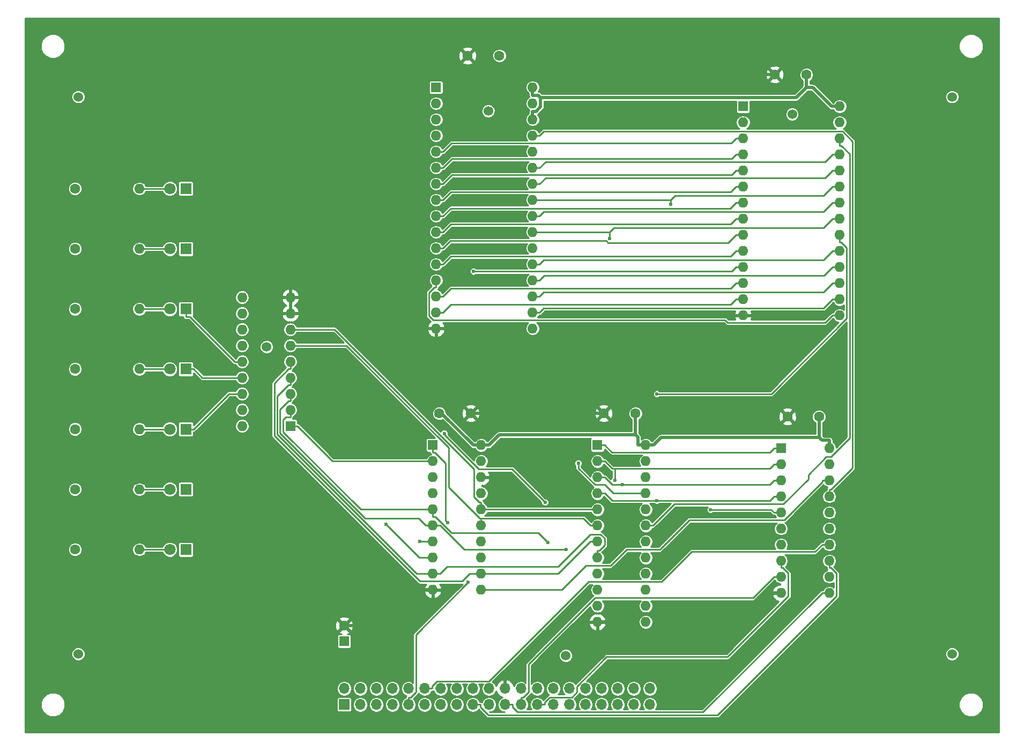
<source format=gtl>
G04 #@! TF.FileFunction,Copper,L1,Top,Signal*
%FSLAX46Y46*%
G04 Gerber Fmt 4.6, Leading zero omitted, Abs format (unit mm)*
G04 Created by KiCad (PCBNEW 4.0.7) date 03/07/19 09:20:08*
%MOMM*%
%LPD*%
G01*
G04 APERTURE LIST*
%ADD10C,0.100000*%
%ADD11C,1.600000*%
%ADD12R,1.600000X1.600000*%
%ADD13R,1.800000X1.800000*%
%ADD14C,1.800000*%
%ADD15R,1.700000X1.700000*%
%ADD16O,1.700000X1.700000*%
%ADD17O,1.600000X1.600000*%
%ADD18C,1.524000*%
%ADD19C,0.600000*%
%ADD20C,0.500000*%
%ADD21C,0.250000*%
%ADD22C,0.254000*%
G04 APERTURE END LIST*
D10*
D11*
X116000000Y-93000000D03*
X121000000Y-93000000D03*
X176000000Y-93500000D03*
X171000000Y-93500000D03*
X147000000Y-93000000D03*
X142000000Y-93000000D03*
X125500000Y-36500000D03*
X120500000Y-36500000D03*
X174000000Y-39500000D03*
X169000000Y-39500000D03*
D12*
X101000000Y-129000000D03*
D11*
X101000000Y-126500000D03*
D13*
X76000000Y-114500000D03*
D14*
X73460000Y-114500000D03*
D13*
X76000000Y-105000000D03*
D14*
X73460000Y-105000000D03*
D13*
X76000000Y-95500000D03*
D14*
X73460000Y-95500000D03*
D13*
X76000000Y-86000000D03*
D14*
X73460000Y-86000000D03*
D13*
X76000000Y-76500000D03*
D14*
X73460000Y-76500000D03*
D13*
X76000000Y-67000000D03*
D14*
X73460000Y-67000000D03*
D13*
X76000000Y-57500000D03*
D14*
X73460000Y-57500000D03*
D15*
X101000000Y-139000000D03*
D16*
X101000000Y-136460000D03*
X103540000Y-139000000D03*
X103540000Y-136460000D03*
X106080000Y-139000000D03*
X106080000Y-136460000D03*
X108620000Y-139000000D03*
X108620000Y-136460000D03*
X111160000Y-139000000D03*
X111160000Y-136460000D03*
X113700000Y-139000000D03*
X113700000Y-136460000D03*
X116240000Y-139000000D03*
X116240000Y-136460000D03*
X118780000Y-139000000D03*
X118780000Y-136460000D03*
X121320000Y-139000000D03*
X121320000Y-136460000D03*
X123860000Y-139000000D03*
X123860000Y-136460000D03*
X126400000Y-139000000D03*
X126400000Y-136460000D03*
X128940000Y-139000000D03*
X128940000Y-136460000D03*
X131480000Y-139000000D03*
X131480000Y-136460000D03*
X134020000Y-139000000D03*
X134020000Y-136460000D03*
X136560000Y-139000000D03*
X136560000Y-136460000D03*
X139100000Y-139000000D03*
X139100000Y-136460000D03*
X141640000Y-139000000D03*
X141640000Y-136460000D03*
X144180000Y-139000000D03*
X144180000Y-136460000D03*
X146720000Y-139000000D03*
X146720000Y-136460000D03*
X149260000Y-139000000D03*
X149260000Y-136460000D03*
D11*
X58500000Y-114500000D03*
D17*
X68660000Y-114500000D03*
D11*
X58500000Y-105000000D03*
D17*
X68660000Y-105000000D03*
D11*
X58500000Y-95500000D03*
D17*
X68660000Y-95500000D03*
D11*
X58500000Y-86000000D03*
D17*
X68660000Y-86000000D03*
D11*
X58500000Y-76500000D03*
D17*
X68660000Y-76500000D03*
D11*
X58500000Y-67000000D03*
D17*
X68660000Y-67000000D03*
D11*
X58500000Y-57500000D03*
D17*
X68660000Y-57500000D03*
D12*
X115000000Y-98000000D03*
D17*
X122620000Y-120860000D03*
X115000000Y-100540000D03*
X122620000Y-118320000D03*
X115000000Y-103080000D03*
X122620000Y-115780000D03*
X115000000Y-105620000D03*
X122620000Y-113240000D03*
X115000000Y-108160000D03*
X122620000Y-110700000D03*
X115000000Y-110700000D03*
X122620000Y-108160000D03*
X115000000Y-113240000D03*
X122620000Y-105620000D03*
X115000000Y-115780000D03*
X122620000Y-103080000D03*
X115000000Y-118320000D03*
X122620000Y-100540000D03*
X115000000Y-120860000D03*
X122620000Y-98000000D03*
D12*
X170000000Y-98500000D03*
D17*
X177620000Y-121360000D03*
X170000000Y-101040000D03*
X177620000Y-118820000D03*
X170000000Y-103580000D03*
X177620000Y-116280000D03*
X170000000Y-106120000D03*
X177620000Y-113740000D03*
X170000000Y-108660000D03*
X177620000Y-111200000D03*
X170000000Y-111200000D03*
X177620000Y-108660000D03*
X170000000Y-113740000D03*
X177620000Y-106120000D03*
X170000000Y-116280000D03*
X177620000Y-103580000D03*
X170000000Y-118820000D03*
X177620000Y-101040000D03*
X170000000Y-121360000D03*
X177620000Y-98500000D03*
D12*
X92500000Y-95000000D03*
D17*
X84880000Y-74680000D03*
X92500000Y-92460000D03*
X84880000Y-77220000D03*
X92500000Y-89920000D03*
X84880000Y-79760000D03*
X92500000Y-87380000D03*
X84880000Y-82300000D03*
X92500000Y-84840000D03*
X84880000Y-84840000D03*
X92500000Y-82300000D03*
X84880000Y-87380000D03*
X92500000Y-79760000D03*
X84880000Y-89920000D03*
X92500000Y-77220000D03*
X84880000Y-92460000D03*
X92500000Y-74680000D03*
X84880000Y-95000000D03*
D12*
X141000000Y-98000000D03*
D17*
X148620000Y-125940000D03*
X141000000Y-100540000D03*
X148620000Y-123400000D03*
X141000000Y-103080000D03*
X148620000Y-120860000D03*
X141000000Y-105620000D03*
X148620000Y-118320000D03*
X141000000Y-108160000D03*
X148620000Y-115780000D03*
X141000000Y-110700000D03*
X148620000Y-113240000D03*
X141000000Y-113240000D03*
X148620000Y-110700000D03*
X141000000Y-115780000D03*
X148620000Y-108160000D03*
X141000000Y-118320000D03*
X148620000Y-105620000D03*
X141000000Y-120860000D03*
X148620000Y-103080000D03*
X141000000Y-123400000D03*
X148620000Y-100540000D03*
X141000000Y-125940000D03*
X148620000Y-98000000D03*
D12*
X164000000Y-44500000D03*
D17*
X179240000Y-77520000D03*
X164000000Y-47040000D03*
X179240000Y-74980000D03*
X164000000Y-49580000D03*
X179240000Y-72440000D03*
X164000000Y-52120000D03*
X179240000Y-69900000D03*
X164000000Y-54660000D03*
X179240000Y-67360000D03*
X164000000Y-57200000D03*
X179240000Y-64820000D03*
X164000000Y-59740000D03*
X179240000Y-62280000D03*
X164000000Y-62280000D03*
X179240000Y-59740000D03*
X164000000Y-64820000D03*
X179240000Y-57200000D03*
X164000000Y-67360000D03*
X179240000Y-54660000D03*
X164000000Y-69900000D03*
X179240000Y-52120000D03*
X164000000Y-72440000D03*
X179240000Y-49580000D03*
X164000000Y-74980000D03*
X179240000Y-47040000D03*
X164000000Y-77520000D03*
X179240000Y-44500000D03*
D12*
X115500000Y-41500000D03*
D17*
X130740000Y-79600000D03*
X115500000Y-44040000D03*
X130740000Y-77060000D03*
X115500000Y-46580000D03*
X130740000Y-74520000D03*
X115500000Y-49120000D03*
X130740000Y-71980000D03*
X115500000Y-51660000D03*
X130740000Y-69440000D03*
X115500000Y-54200000D03*
X130740000Y-66900000D03*
X115500000Y-56740000D03*
X130740000Y-64360000D03*
X115500000Y-59280000D03*
X130740000Y-61820000D03*
X115500000Y-61820000D03*
X130740000Y-59280000D03*
X115500000Y-64360000D03*
X130740000Y-56740000D03*
X115500000Y-66900000D03*
X130740000Y-54200000D03*
X115500000Y-69440000D03*
X130740000Y-51660000D03*
X115500000Y-71980000D03*
X130740000Y-49120000D03*
X115500000Y-74520000D03*
X130740000Y-46580000D03*
X115500000Y-77060000D03*
X130740000Y-44040000D03*
X115500000Y-79600000D03*
X130740000Y-41500000D03*
D18*
X59000000Y-43000000D03*
X197000000Y-43000000D03*
X59000000Y-131000000D03*
X197000000Y-131000000D03*
X88750000Y-82500000D03*
X123750000Y-45250000D03*
X171750000Y-45750000D03*
X136000000Y-131250000D03*
D19*
X121416400Y-70565400D03*
X112974400Y-113240000D03*
X107586800Y-110520600D03*
X120597500Y-119680600D03*
X117340700Y-110230700D03*
X158841600Y-108204700D03*
X143727200Y-103596500D03*
X142929600Y-65402600D03*
X144978700Y-104253600D03*
X152605600Y-59949300D03*
X150369000Y-106793600D03*
X132732300Y-107033500D03*
X116810100Y-96177100D03*
X133164500Y-113357500D03*
X136064700Y-114510000D03*
X137976400Y-100856000D03*
X150370700Y-89926400D03*
D20*
X116369700Y-93000000D02*
X116000000Y-93000000D01*
X121369700Y-98000000D02*
X116369700Y-93000000D01*
X122620000Y-98000000D02*
X121369700Y-98000000D01*
X122620000Y-98000000D02*
X123870300Y-98000000D01*
X125490300Y-96380000D02*
X123870300Y-98000000D01*
X147000000Y-96380000D02*
X125490300Y-96380000D01*
X147369700Y-96749700D02*
X147000000Y-96380000D01*
X147369700Y-98000000D02*
X147369700Y-96749700D01*
X147000000Y-96380000D02*
X147000000Y-93000000D01*
X148620000Y-98000000D02*
X147369700Y-98000000D01*
X148620000Y-98000000D02*
X149870300Y-98000000D01*
X176000000Y-93500000D02*
X176000000Y-96810000D01*
X176439700Y-97249700D02*
X176000000Y-96810000D01*
X177620000Y-97249700D02*
X176439700Y-97249700D01*
X151060300Y-96810000D02*
X149870300Y-98000000D01*
X176000000Y-96810000D02*
X151060300Y-96810000D01*
X177620000Y-98500000D02*
X177620000Y-97249700D01*
X179240000Y-44500000D02*
X177989700Y-44500000D01*
X130740000Y-41500000D02*
X130740000Y-42750300D01*
X130740000Y-46580000D02*
X130740000Y-45329700D01*
X174000000Y-39500000D02*
X174000000Y-41500000D01*
X174989700Y-41500000D02*
X177989700Y-44500000D01*
X174000000Y-41500000D02*
X174989700Y-41500000D01*
X131283900Y-45329700D02*
X130740000Y-45329700D01*
X132029600Y-44584000D02*
X131283900Y-45329700D01*
X132029600Y-43121600D02*
X132029600Y-44584000D01*
X131658300Y-42750300D02*
X132029600Y-43121600D01*
X130740000Y-42750300D02*
X131658300Y-42750300D01*
X172378400Y-43121600D02*
X174000000Y-41500000D01*
X132029600Y-43121600D02*
X172378400Y-43121600D01*
X143253900Y-91746100D02*
X142000000Y-93000000D01*
X169246100Y-91746100D02*
X143253900Y-91746100D01*
X171000000Y-93500000D02*
X169246100Y-91746100D01*
X108109700Y-126500000D02*
X101000000Y-126500000D01*
X113749700Y-120860000D02*
X108109700Y-126500000D01*
X115000000Y-120860000D02*
X113749700Y-120860000D01*
X121000000Y-93000000D02*
X142000000Y-93000000D01*
X115500000Y-79600000D02*
X114249700Y-79600000D01*
X112689600Y-77220000D02*
X92500000Y-77220000D01*
X112689600Y-78039900D02*
X114249700Y-79600000D01*
X112689600Y-77220000D02*
X112689600Y-78039900D01*
X112689600Y-52622200D02*
X112689600Y-77220000D01*
X114921800Y-50390000D02*
X112689600Y-52622200D01*
X116046000Y-50390000D02*
X114921800Y-50390000D01*
X123500000Y-42936000D02*
X116046000Y-50390000D01*
X123500000Y-39500000D02*
X123500000Y-42936000D01*
X169000000Y-39500000D02*
X123500000Y-39500000D01*
X123500000Y-39500000D02*
X120500000Y-36500000D01*
X143520300Y-124670000D02*
X142250300Y-125940000D01*
X165439700Y-124670000D02*
X143520300Y-124670000D01*
X168749700Y-121360000D02*
X165439700Y-124670000D01*
X170000000Y-121360000D02*
X168749700Y-121360000D01*
X141000000Y-125940000D02*
X142250300Y-125940000D01*
D21*
X68660000Y-114500000D02*
X73460000Y-114500000D01*
X68660000Y-105000000D02*
X73460000Y-105000000D01*
X82805300Y-89920000D02*
X77225300Y-95500000D01*
X84880000Y-89920000D02*
X82805300Y-89920000D01*
X76000000Y-95500000D02*
X77225300Y-95500000D01*
X68660000Y-95500000D02*
X73460000Y-95500000D01*
X78605300Y-87380000D02*
X77225300Y-86000000D01*
X84880000Y-87380000D02*
X78605300Y-87380000D01*
X76000000Y-86000000D02*
X77225300Y-86000000D01*
X68660000Y-86000000D02*
X73460000Y-86000000D01*
X76640000Y-77725300D02*
X76000000Y-77725300D01*
X83754700Y-84840000D02*
X76640000Y-77725300D01*
X84880000Y-84840000D02*
X83754700Y-84840000D01*
X76000000Y-76500000D02*
X76000000Y-77725300D01*
X68660000Y-76500000D02*
X73460000Y-76500000D01*
X68660000Y-67000000D02*
X73460000Y-67000000D01*
X68660000Y-57500000D02*
X73460000Y-57500000D01*
X164000000Y-69900000D02*
X162874700Y-69900000D01*
X162209300Y-70565400D02*
X121416400Y-70565400D01*
X162874700Y-69900000D02*
X162209300Y-70565400D01*
X162027300Y-73287400D02*
X162874700Y-72440000D01*
X117857900Y-73287400D02*
X162027300Y-73287400D01*
X116625300Y-74520000D02*
X117857900Y-73287400D01*
X115500000Y-74520000D02*
X116625300Y-74520000D01*
X164000000Y-72440000D02*
X162874700Y-72440000D01*
X115000000Y-113240000D02*
X113874700Y-113240000D01*
X162027300Y-75827400D02*
X162874700Y-74980000D01*
X117857900Y-75827400D02*
X162027300Y-75827400D01*
X116625300Y-77060000D02*
X117857900Y-75827400D01*
X115500000Y-77060000D02*
X116625300Y-77060000D01*
X164000000Y-74980000D02*
X162874700Y-74980000D01*
X113874700Y-113240000D02*
X112974400Y-113240000D01*
X176989400Y-78645300D02*
X178114700Y-77520000D01*
X161538900Y-78645300D02*
X176989400Y-78645300D01*
X161149700Y-78256100D02*
X161538900Y-78645300D01*
X115065100Y-78256100D02*
X161149700Y-78256100D01*
X114370400Y-77561400D02*
X115065100Y-78256100D01*
X114370400Y-73953600D02*
X114370400Y-77561400D01*
X115218700Y-73105300D02*
X114370400Y-73953600D01*
X115500000Y-73105300D02*
X115218700Y-73105300D01*
X115500000Y-71980000D02*
X115500000Y-73105300D01*
X179240000Y-77520000D02*
X178114700Y-77520000D01*
X112846200Y-115780000D02*
X115000000Y-115780000D01*
X107586800Y-110520600D02*
X112846200Y-115780000D01*
X132540200Y-76385100D02*
X131865300Y-77060000D01*
X176709600Y-76385100D02*
X132540200Y-76385100D01*
X178114700Y-74980000D02*
X176709600Y-76385100D01*
X179240000Y-74980000D02*
X178114700Y-74980000D01*
X130740000Y-77060000D02*
X131865300Y-77060000D01*
X111527400Y-137824700D02*
X111160000Y-137824700D01*
X112335300Y-137016800D02*
X111527400Y-137824700D01*
X112335300Y-127942800D02*
X112335300Y-137016800D01*
X120597500Y-119680600D02*
X112335300Y-127942800D01*
X111160000Y-139000000D02*
X111160000Y-137824700D01*
X132540200Y-73845100D02*
X131865300Y-74520000D01*
X176709600Y-73845100D02*
X132540200Y-73845100D01*
X178114700Y-72440000D02*
X176709600Y-73845100D01*
X179240000Y-72440000D02*
X178114700Y-72440000D01*
X130740000Y-74520000D02*
X131865300Y-74520000D01*
X114875300Y-136092600D02*
X114875300Y-136460000D01*
X115683200Y-135284700D02*
X114875300Y-136092600D01*
X123876700Y-135284700D02*
X115683200Y-135284700D01*
X139571400Y-119590000D02*
X123876700Y-135284700D01*
X151152800Y-119590000D02*
X139571400Y-119590000D01*
X155877500Y-114865300D02*
X151152800Y-119590000D01*
X175369400Y-114865300D02*
X155877500Y-114865300D01*
X176494700Y-113740000D02*
X175369400Y-114865300D01*
X177620000Y-113740000D02*
X176494700Y-113740000D01*
X113700000Y-136460000D02*
X114875300Y-136460000D01*
X132596000Y-71249300D02*
X131865300Y-71980000D01*
X176765400Y-71249300D02*
X132596000Y-71249300D01*
X178114700Y-69900000D02*
X176765400Y-71249300D01*
X179240000Y-69900000D02*
X178114700Y-69900000D01*
X130740000Y-71980000D02*
X131865300Y-71980000D01*
X115000000Y-98000000D02*
X115000000Y-99125300D01*
X115281400Y-99125300D02*
X115000000Y-99125300D01*
X117025900Y-100869800D02*
X115281400Y-99125300D01*
X117025900Y-109915900D02*
X117025900Y-100869800D01*
X117340700Y-110230700D02*
X117025900Y-109915900D01*
X176700100Y-68774600D02*
X178114700Y-67360000D01*
X132530700Y-68774600D02*
X176700100Y-68774600D01*
X131865300Y-69440000D02*
X132530700Y-68774600D01*
X130740000Y-69440000D02*
X131865300Y-69440000D01*
X179240000Y-67360000D02*
X178114700Y-67360000D01*
X115500000Y-69440000D02*
X116625300Y-69440000D01*
X164000000Y-67360000D02*
X162874700Y-67360000D01*
X162027200Y-68207500D02*
X162874700Y-67360000D01*
X117857800Y-68207500D02*
X162027200Y-68207500D01*
X116625300Y-69440000D02*
X117857800Y-68207500D01*
X122495300Y-139367300D02*
X122495300Y-139000000D01*
X123758100Y-140630100D02*
X122495300Y-139367300D01*
X159968800Y-140630100D02*
X123758100Y-140630100D01*
X178753900Y-121845000D02*
X159968800Y-140630100D01*
X178753900Y-118257900D02*
X178753900Y-121845000D01*
X177901300Y-117405300D02*
X178753900Y-118257900D01*
X177620000Y-117405300D02*
X177901300Y-117405300D01*
X177620000Y-116280000D02*
X177620000Y-117405300D01*
X121320000Y-139000000D02*
X122495300Y-139000000D01*
X115500000Y-66900000D02*
X116625300Y-66900000D01*
X164000000Y-64820000D02*
X162874700Y-64820000D01*
X161666800Y-66027900D02*
X162874700Y-64820000D01*
X142670600Y-66027900D02*
X161666800Y-66027900D01*
X142390300Y-65747600D02*
X142670600Y-66027900D01*
X117777700Y-65747600D02*
X142390300Y-65747600D01*
X116625300Y-66900000D02*
X117777700Y-65747600D01*
X162027300Y-63127400D02*
X162874700Y-62280000D01*
X117857900Y-63127400D02*
X162027300Y-63127400D01*
X116625300Y-64360000D02*
X117857900Y-63127400D01*
X115500000Y-64360000D02*
X116625300Y-64360000D01*
X164000000Y-62280000D02*
X162874700Y-62280000D01*
X177620000Y-121360000D02*
X176494700Y-121360000D01*
X126400000Y-139000000D02*
X127575300Y-139000000D01*
X127575300Y-139367400D02*
X127575300Y-139000000D01*
X128383200Y-140175300D02*
X127575300Y-139367400D01*
X157679400Y-140175300D02*
X128383200Y-140175300D01*
X176494700Y-121360000D02*
X157679400Y-140175300D01*
X115500000Y-61820000D02*
X116625300Y-61820000D01*
X164000000Y-59740000D02*
X162874700Y-59740000D01*
X129307400Y-137824700D02*
X128940000Y-137824700D01*
X130115300Y-137016800D02*
X129307400Y-137824700D01*
X130115300Y-132645100D02*
X130115300Y-137016800D01*
X140630400Y-122130000D02*
X130115300Y-132645100D01*
X165564700Y-122130000D02*
X140630400Y-122130000D01*
X168874700Y-118820000D02*
X165564700Y-122130000D01*
X170000000Y-118820000D02*
X168874700Y-118820000D01*
X128940000Y-139000000D02*
X128940000Y-137824700D01*
X161997600Y-60617100D02*
X162874700Y-59740000D01*
X117828200Y-60617100D02*
X161997600Y-60617100D01*
X116625300Y-61820000D02*
X117828200Y-60617100D01*
X115500000Y-59280000D02*
X116625300Y-59280000D01*
X164000000Y-57200000D02*
X162874700Y-57200000D01*
X162052200Y-58022500D02*
X162874700Y-57200000D01*
X117882800Y-58022500D02*
X162052200Y-58022500D01*
X116625300Y-59280000D02*
X117882800Y-58022500D01*
X132655300Y-138632600D02*
X132655300Y-139000000D01*
X133463200Y-137824700D02*
X132655300Y-138632600D01*
X136954100Y-137824700D02*
X133463200Y-137824700D01*
X137735400Y-137043400D02*
X136954100Y-137824700D01*
X137735400Y-136160400D02*
X137735400Y-137043400D01*
X142442600Y-131453200D02*
X137735400Y-136160400D01*
X161530300Y-131453200D02*
X142442600Y-131453200D01*
X171134400Y-121849100D02*
X161530300Y-131453200D01*
X171134400Y-118258400D02*
X171134400Y-121849100D01*
X170281300Y-117405300D02*
X171134400Y-118258400D01*
X170000000Y-117405300D02*
X170281300Y-117405300D01*
X170000000Y-116280000D02*
X170000000Y-117405300D01*
X131480000Y-139000000D02*
X132655300Y-139000000D01*
X162199800Y-55334900D02*
X162874700Y-54660000D01*
X118030400Y-55334900D02*
X162199800Y-55334900D01*
X116625300Y-56740000D02*
X118030400Y-55334900D01*
X115500000Y-56740000D02*
X116625300Y-56740000D01*
X164000000Y-54660000D02*
X162874700Y-54660000D01*
X162199800Y-52794900D02*
X162874700Y-52120000D01*
X118030400Y-52794900D02*
X162199800Y-52794900D01*
X116625300Y-54200000D02*
X118030400Y-52794900D01*
X115500000Y-54200000D02*
X116625300Y-54200000D01*
X164000000Y-52120000D02*
X162874700Y-52120000D01*
X115500000Y-51660000D02*
X116625300Y-51660000D01*
X164000000Y-49580000D02*
X162874700Y-49580000D01*
X117971800Y-50313500D02*
X116625300Y-51660000D01*
X162141200Y-50313500D02*
X117971800Y-50313500D01*
X162874700Y-49580000D02*
X162141200Y-50313500D01*
X168419400Y-108204700D02*
X168874700Y-108660000D01*
X158841600Y-108204700D02*
X168419400Y-108204700D01*
X170000000Y-108660000D02*
X168874700Y-108660000D01*
X176989400Y-53245300D02*
X178114700Y-52120000D01*
X132820000Y-53245300D02*
X176989400Y-53245300D01*
X131865300Y-54200000D02*
X132820000Y-53245300D01*
X130740000Y-54200000D02*
X131865300Y-54200000D01*
X179240000Y-52120000D02*
X178114700Y-52120000D01*
X143250600Y-99125300D02*
X142125300Y-98000000D01*
X168249400Y-99125300D02*
X143250600Y-99125300D01*
X168874700Y-98500000D02*
X168249400Y-99125300D01*
X170000000Y-98500000D02*
X168874700Y-98500000D01*
X141000000Y-98000000D02*
X142125300Y-98000000D01*
X176989400Y-55785300D02*
X178114700Y-54660000D01*
X132820000Y-55785300D02*
X176989400Y-55785300D01*
X131865300Y-56740000D02*
X132820000Y-55785300D01*
X130740000Y-56740000D02*
X131865300Y-56740000D01*
X179240000Y-54660000D02*
X178114700Y-54660000D01*
X141000000Y-100540000D02*
X142125300Y-100540000D01*
X170000000Y-101040000D02*
X168874700Y-101040000D01*
X143727200Y-101713600D02*
X143727200Y-103596500D01*
X168201100Y-101713600D02*
X143727200Y-101713600D01*
X168874700Y-101040000D02*
X168201100Y-101713600D01*
X143298900Y-101713600D02*
X142125300Y-100540000D01*
X143727200Y-101713600D02*
X143298900Y-101713600D01*
X130740000Y-64360000D02*
X131865300Y-64360000D01*
X179240000Y-62280000D02*
X178114700Y-62280000D01*
X142929600Y-64360000D02*
X131865300Y-64360000D01*
X143595000Y-63694600D02*
X142929600Y-64360000D01*
X176700100Y-63694600D02*
X143595000Y-63694600D01*
X178114700Y-62280000D02*
X176700100Y-63694600D01*
X142929600Y-64360000D02*
X142929600Y-65402600D01*
X141000000Y-103080000D02*
X142125300Y-103080000D01*
X170000000Y-103580000D02*
X168874700Y-103580000D01*
X168201100Y-104253600D02*
X144978700Y-104253600D01*
X168874700Y-103580000D02*
X168201100Y-104253600D01*
X143298900Y-104253600D02*
X142125300Y-103080000D01*
X144978700Y-104253600D02*
X143298900Y-104253600D01*
X130740000Y-59280000D02*
X131865300Y-59280000D01*
X179240000Y-57200000D02*
X178114700Y-57200000D01*
X131865300Y-59280000D02*
X152605600Y-59280000D01*
X153271000Y-58614600D02*
X152605600Y-59280000D01*
X176700100Y-58614600D02*
X153271000Y-58614600D01*
X178114700Y-57200000D02*
X176700100Y-58614600D01*
X152605600Y-59280000D02*
X152605600Y-59949300D01*
X141000000Y-105620000D02*
X142125300Y-105620000D01*
X170000000Y-106120000D02*
X168874700Y-106120000D01*
X143298900Y-106793600D02*
X150369000Y-106793600D01*
X142125300Y-105620000D02*
X143298900Y-106793600D01*
X168201100Y-106793600D02*
X168874700Y-106120000D01*
X150369000Y-106793600D02*
X168201100Y-106793600D01*
X135404300Y-120860000D02*
X122620000Y-120860000D01*
X139214300Y-117050000D02*
X135404300Y-120860000D01*
X143059500Y-117050000D02*
X139214300Y-117050000D01*
X145599500Y-114510000D02*
X143059500Y-117050000D01*
X150844400Y-114510000D02*
X145599500Y-114510000D01*
X155498300Y-109856100D02*
X150844400Y-114510000D01*
X170499900Y-109856100D02*
X155498300Y-109856100D01*
X176494700Y-103861300D02*
X170499900Y-109856100D01*
X176494700Y-103580000D02*
X176494700Y-103861300D01*
X177620000Y-103580000D02*
X176494700Y-103580000D01*
X99165300Y-100540000D02*
X93625300Y-95000000D01*
X115000000Y-100540000D02*
X99165300Y-100540000D01*
X92500000Y-95000000D02*
X93625300Y-95000000D01*
X116810100Y-96371000D02*
X116810100Y-96177100D01*
X122249100Y-101810000D02*
X116810100Y-96371000D01*
X127508800Y-101810000D02*
X122249100Y-101810000D01*
X132732300Y-107033500D02*
X127508800Y-101810000D01*
X122620000Y-118320000D02*
X121494700Y-118320000D01*
X92500000Y-84840000D02*
X92500000Y-85965300D01*
X141000000Y-113240000D02*
X139874700Y-113240000D01*
X134794700Y-118320000D02*
X122620000Y-118320000D01*
X139874700Y-113240000D02*
X134794700Y-118320000D01*
X92218700Y-85965300D02*
X92500000Y-85965300D01*
X89962500Y-88221500D02*
X92218700Y-85965300D01*
X89962500Y-96531500D02*
X89962500Y-88221500D01*
X112936200Y-119505200D02*
X89962500Y-96531500D01*
X119672600Y-119505200D02*
X112936200Y-119505200D01*
X120857800Y-118320000D02*
X119672600Y-119505200D01*
X121494700Y-118320000D02*
X120857800Y-118320000D01*
X92500000Y-92460000D02*
X92500000Y-93585300D01*
X91796600Y-93585300D02*
X92500000Y-93585300D01*
X91374700Y-94007200D02*
X91796600Y-93585300D01*
X91374700Y-95939700D02*
X91374700Y-94007200D01*
X103595000Y-108160000D02*
X91374700Y-95939700D01*
X113874700Y-108160000D02*
X103595000Y-108160000D01*
X115000000Y-108160000D02*
X113874700Y-108160000D01*
X115440000Y-109285300D02*
X115000000Y-109285300D01*
X117980000Y-111825300D02*
X115440000Y-109285300D01*
X131632300Y-111825300D02*
X117980000Y-111825300D01*
X133164500Y-113357500D02*
X131632300Y-111825300D01*
X115000000Y-108160000D02*
X115000000Y-109285300D01*
X92500000Y-82300000D02*
X93625300Y-82300000D01*
X122620000Y-110700000D02*
X122620000Y-109574700D01*
X138749400Y-109574700D02*
X122620000Y-109574700D01*
X139874700Y-110700000D02*
X138749400Y-109574700D01*
X141000000Y-110700000D02*
X139874700Y-110700000D01*
X101376700Y-82300000D02*
X93625300Y-82300000D01*
X117476200Y-98399500D02*
X101376700Y-82300000D01*
X117476200Y-104635400D02*
X117476200Y-98399500D01*
X122415500Y-109574700D02*
X117476200Y-104635400D01*
X122620000Y-109574700D02*
X122415500Y-109574700D01*
X119935300Y-114510000D02*
X136064700Y-114510000D01*
X116125300Y-110700000D02*
X119935300Y-114510000D01*
X115548200Y-110700000D02*
X116125300Y-110700000D01*
X115548200Y-110700000D02*
X115000000Y-110700000D01*
X92218700Y-91045300D02*
X92500000Y-91045300D01*
X90882100Y-92381900D02*
X92218700Y-91045300D01*
X90882100Y-96131700D02*
X90882100Y-92381900D01*
X104325100Y-109574700D02*
X90882100Y-96131700D01*
X112749400Y-109574700D02*
X104325100Y-109574700D01*
X113874700Y-110700000D02*
X112749400Y-109574700D01*
X92500000Y-89920000D02*
X92500000Y-91045300D01*
X115000000Y-110700000D02*
X113874700Y-110700000D01*
X141000000Y-108160000D02*
X122620000Y-108160000D01*
X99473600Y-79760000D02*
X92500000Y-79760000D01*
X121494700Y-101781100D02*
X99473600Y-79760000D01*
X121494700Y-106190800D02*
X121494700Y-101781100D01*
X122338600Y-107034700D02*
X121494700Y-106190800D01*
X122620000Y-107034700D02*
X122338600Y-107034700D01*
X122620000Y-108160000D02*
X122620000Y-107034700D01*
X115000000Y-118320000D02*
X113874700Y-118320000D01*
X92500000Y-87380000D02*
X92500000Y-88505300D01*
X112433500Y-118320000D02*
X113874700Y-118320000D01*
X90431700Y-96318200D02*
X112433500Y-118320000D01*
X90431700Y-90292300D02*
X90431700Y-96318200D01*
X92218700Y-88505300D02*
X90431700Y-90292300D01*
X92500000Y-88505300D02*
X92218700Y-88505300D01*
X141000000Y-115780000D02*
X141000000Y-114654700D01*
X115000000Y-118320000D02*
X116125300Y-118320000D01*
X141281300Y-114654700D02*
X141000000Y-114654700D01*
X142142400Y-113793600D02*
X141281300Y-114654700D01*
X142142400Y-112739600D02*
X142142400Y-113793600D01*
X141513900Y-112111100D02*
X142142400Y-112739600D01*
X139889400Y-112111100D02*
X141513900Y-112111100D01*
X134805800Y-117194700D02*
X139889400Y-112111100D01*
X117250600Y-117194700D02*
X134805800Y-117194700D01*
X116125300Y-118320000D02*
X117250600Y-117194700D01*
X176700100Y-61154600D02*
X178114700Y-59740000D01*
X132530700Y-61154600D02*
X176700100Y-61154600D01*
X131865300Y-61820000D02*
X132530700Y-61154600D01*
X130740000Y-61820000D02*
X131865300Y-61820000D01*
X179240000Y-59740000D02*
X178114700Y-59740000D01*
X177901300Y-104994700D02*
X177620000Y-104994700D01*
X181280700Y-101615300D02*
X177901300Y-104994700D01*
X181280700Y-50018700D02*
X181280700Y-101615300D01*
X179712900Y-48450900D02*
X181280700Y-50018700D01*
X132534400Y-48450900D02*
X179712900Y-48450900D01*
X131865300Y-49120000D02*
X132534400Y-48450900D01*
X130740000Y-49120000D02*
X131865300Y-49120000D01*
X177620000Y-106120000D02*
X177620000Y-104994700D01*
X179240000Y-49580000D02*
X179240000Y-50705300D01*
X148620000Y-110700000D02*
X149745300Y-110700000D01*
X153121200Y-107324100D02*
X149745300Y-110700000D01*
X170389200Y-107324100D02*
X153121200Y-107324100D01*
X174313900Y-103399400D02*
X170389200Y-107324100D01*
X174313900Y-102680800D02*
X174313900Y-103399400D01*
X177150800Y-99843900D02*
X174313900Y-102680800D01*
X177902400Y-99843900D02*
X177150800Y-99843900D01*
X180830300Y-96916000D02*
X177902400Y-99843900D01*
X180830300Y-52014300D02*
X180830300Y-96916000D01*
X179521300Y-50705300D02*
X180830300Y-52014300D01*
X179240000Y-50705300D02*
X179521300Y-50705300D01*
X143509700Y-105620000D02*
X148620000Y-105620000D01*
X142177900Y-104288200D02*
X143509700Y-105620000D01*
X140592300Y-104288200D02*
X142177900Y-104288200D01*
X137976400Y-101672300D02*
X140592300Y-104288200D01*
X137976400Y-100856000D02*
X137976400Y-101672300D01*
X168446100Y-89926400D02*
X150370700Y-89926400D01*
X180380000Y-77992500D02*
X168446100Y-89926400D01*
X180380000Y-66818000D02*
X180380000Y-77992500D01*
X179507300Y-65945300D02*
X180380000Y-66818000D01*
X179240000Y-65945300D02*
X179507300Y-65945300D01*
X179240000Y-64820000D02*
X179240000Y-65945300D01*
D22*
G36*
X204373000Y-143373000D02*
X50627000Y-143373000D01*
X50627000Y-139381622D01*
X53072666Y-139381622D01*
X53365416Y-140090132D01*
X53907017Y-140632678D01*
X54615014Y-140926665D01*
X55381622Y-140927334D01*
X56090132Y-140634584D01*
X56632678Y-140092983D01*
X56926665Y-139384986D01*
X56927334Y-138618378D01*
X56733805Y-138150000D01*
X99816594Y-138150000D01*
X99816594Y-139850000D01*
X99839395Y-139971179D01*
X99911012Y-140082474D01*
X100020286Y-140157138D01*
X100150000Y-140183406D01*
X101850000Y-140183406D01*
X101971179Y-140160605D01*
X102082474Y-140088988D01*
X102157138Y-139979714D01*
X102183406Y-139850000D01*
X102183406Y-138976941D01*
X102363000Y-138976941D01*
X102363000Y-139023059D01*
X102452594Y-139473477D01*
X102707735Y-139855324D01*
X103089582Y-140110465D01*
X103540000Y-140200059D01*
X103990418Y-140110465D01*
X104372265Y-139855324D01*
X104627406Y-139473477D01*
X104717000Y-139023059D01*
X104717000Y-138976941D01*
X104903000Y-138976941D01*
X104903000Y-139023059D01*
X104992594Y-139473477D01*
X105247735Y-139855324D01*
X105629582Y-140110465D01*
X106080000Y-140200059D01*
X106530418Y-140110465D01*
X106912265Y-139855324D01*
X107167406Y-139473477D01*
X107257000Y-139023059D01*
X107257000Y-138976941D01*
X107443000Y-138976941D01*
X107443000Y-139023059D01*
X107532594Y-139473477D01*
X107787735Y-139855324D01*
X108169582Y-140110465D01*
X108620000Y-140200059D01*
X109070418Y-140110465D01*
X109452265Y-139855324D01*
X109707406Y-139473477D01*
X109797000Y-139023059D01*
X109797000Y-138976941D01*
X109707406Y-138526523D01*
X109452265Y-138144676D01*
X109070418Y-137889535D01*
X108620000Y-137799941D01*
X108169582Y-137889535D01*
X107787735Y-138144676D01*
X107532594Y-138526523D01*
X107443000Y-138976941D01*
X107257000Y-138976941D01*
X107167406Y-138526523D01*
X106912265Y-138144676D01*
X106530418Y-137889535D01*
X106080000Y-137799941D01*
X105629582Y-137889535D01*
X105247735Y-138144676D01*
X104992594Y-138526523D01*
X104903000Y-138976941D01*
X104717000Y-138976941D01*
X104627406Y-138526523D01*
X104372265Y-138144676D01*
X103990418Y-137889535D01*
X103540000Y-137799941D01*
X103089582Y-137889535D01*
X102707735Y-138144676D01*
X102452594Y-138526523D01*
X102363000Y-138976941D01*
X102183406Y-138976941D01*
X102183406Y-138150000D01*
X102160605Y-138028821D01*
X102088988Y-137917526D01*
X101979714Y-137842862D01*
X101850000Y-137816594D01*
X100150000Y-137816594D01*
X100028821Y-137839395D01*
X99917526Y-137911012D01*
X99842862Y-138020286D01*
X99816594Y-138150000D01*
X56733805Y-138150000D01*
X56634584Y-137909868D01*
X56092983Y-137367322D01*
X55384986Y-137073335D01*
X54618378Y-137072666D01*
X53909868Y-137365416D01*
X53367322Y-137907017D01*
X53073335Y-138615014D01*
X53072666Y-139381622D01*
X50627000Y-139381622D01*
X50627000Y-136436941D01*
X99823000Y-136436941D01*
X99823000Y-136483059D01*
X99912594Y-136933477D01*
X100167735Y-137315324D01*
X100549582Y-137570465D01*
X101000000Y-137660059D01*
X101450418Y-137570465D01*
X101832265Y-137315324D01*
X102087406Y-136933477D01*
X102177000Y-136483059D01*
X102177000Y-136436941D01*
X102363000Y-136436941D01*
X102363000Y-136483059D01*
X102452594Y-136933477D01*
X102707735Y-137315324D01*
X103089582Y-137570465D01*
X103540000Y-137660059D01*
X103990418Y-137570465D01*
X104372265Y-137315324D01*
X104627406Y-136933477D01*
X104717000Y-136483059D01*
X104717000Y-136436941D01*
X104903000Y-136436941D01*
X104903000Y-136483059D01*
X104992594Y-136933477D01*
X105247735Y-137315324D01*
X105629582Y-137570465D01*
X106080000Y-137660059D01*
X106530418Y-137570465D01*
X106912265Y-137315324D01*
X107167406Y-136933477D01*
X107257000Y-136483059D01*
X107257000Y-136436941D01*
X107443000Y-136436941D01*
X107443000Y-136483059D01*
X107532594Y-136933477D01*
X107787735Y-137315324D01*
X108169582Y-137570465D01*
X108620000Y-137660059D01*
X109070418Y-137570465D01*
X109452265Y-137315324D01*
X109707406Y-136933477D01*
X109797000Y-136483059D01*
X109797000Y-136436941D01*
X109707406Y-135986523D01*
X109452265Y-135604676D01*
X109070418Y-135349535D01*
X108620000Y-135259941D01*
X108169582Y-135349535D01*
X107787735Y-135604676D01*
X107532594Y-135986523D01*
X107443000Y-136436941D01*
X107257000Y-136436941D01*
X107167406Y-135986523D01*
X106912265Y-135604676D01*
X106530418Y-135349535D01*
X106080000Y-135259941D01*
X105629582Y-135349535D01*
X105247735Y-135604676D01*
X104992594Y-135986523D01*
X104903000Y-136436941D01*
X104717000Y-136436941D01*
X104627406Y-135986523D01*
X104372265Y-135604676D01*
X103990418Y-135349535D01*
X103540000Y-135259941D01*
X103089582Y-135349535D01*
X102707735Y-135604676D01*
X102452594Y-135986523D01*
X102363000Y-136436941D01*
X102177000Y-136436941D01*
X102087406Y-135986523D01*
X101832265Y-135604676D01*
X101450418Y-135349535D01*
X101000000Y-135259941D01*
X100549582Y-135349535D01*
X100167735Y-135604676D01*
X99912594Y-135986523D01*
X99823000Y-136436941D01*
X50627000Y-136436941D01*
X50627000Y-131215665D01*
X57910811Y-131215665D01*
X58076252Y-131616063D01*
X58382326Y-131922671D01*
X58782434Y-132088811D01*
X59215665Y-132089189D01*
X59616063Y-131923748D01*
X59922671Y-131617674D01*
X60088811Y-131217566D01*
X60089189Y-130784335D01*
X59923748Y-130383937D01*
X59617674Y-130077329D01*
X59217566Y-129911189D01*
X58784335Y-129910811D01*
X58383937Y-130076252D01*
X58077329Y-130382326D01*
X57911189Y-130782434D01*
X57910811Y-131215665D01*
X50627000Y-131215665D01*
X50627000Y-128200000D01*
X99866594Y-128200000D01*
X99866594Y-129800000D01*
X99889395Y-129921179D01*
X99961012Y-130032474D01*
X100070286Y-130107138D01*
X100200000Y-130133406D01*
X101800000Y-130133406D01*
X101921179Y-130110605D01*
X102032474Y-130038988D01*
X102107138Y-129929714D01*
X102133406Y-129800000D01*
X102133406Y-128200000D01*
X102110605Y-128078821D01*
X102038988Y-127967526D01*
X101929714Y-127892862D01*
X101800000Y-127866594D01*
X101481851Y-127866594D01*
X101754005Y-127753864D01*
X101828139Y-127507745D01*
X101000000Y-126679605D01*
X100171861Y-127507745D01*
X100245995Y-127753864D01*
X100559622Y-127866594D01*
X100200000Y-127866594D01*
X100078821Y-127889395D01*
X99967526Y-127961012D01*
X99892862Y-128070286D01*
X99866594Y-128200000D01*
X50627000Y-128200000D01*
X50627000Y-126283223D01*
X99553035Y-126283223D01*
X99580222Y-126853454D01*
X99746136Y-127254005D01*
X99992255Y-127328139D01*
X100820395Y-126500000D01*
X101179605Y-126500000D01*
X102007745Y-127328139D01*
X102253864Y-127254005D01*
X102446965Y-126716777D01*
X102419778Y-126146546D01*
X102253864Y-125745995D01*
X102007745Y-125671861D01*
X101179605Y-126500000D01*
X100820395Y-126500000D01*
X99992255Y-125671861D01*
X99746136Y-125745995D01*
X99553035Y-126283223D01*
X50627000Y-126283223D01*
X50627000Y-125492255D01*
X100171861Y-125492255D01*
X101000000Y-126320395D01*
X101828139Y-125492255D01*
X101754005Y-125246136D01*
X101216777Y-125053035D01*
X100646546Y-125080222D01*
X100245995Y-125246136D01*
X100171861Y-125492255D01*
X50627000Y-125492255D01*
X50627000Y-121209039D01*
X113608096Y-121209039D01*
X113768959Y-121597423D01*
X114144866Y-122012389D01*
X114650959Y-122251914D01*
X114873000Y-122130629D01*
X114873000Y-120987000D01*
X115127000Y-120987000D01*
X115127000Y-122130629D01*
X115349041Y-122251914D01*
X115855134Y-122012389D01*
X116231041Y-121597423D01*
X116391904Y-121209039D01*
X116269915Y-120987000D01*
X115127000Y-120987000D01*
X114873000Y-120987000D01*
X113730085Y-120987000D01*
X113608096Y-121209039D01*
X50627000Y-121209039D01*
X50627000Y-114723191D01*
X57372805Y-114723191D01*
X57544019Y-115137560D01*
X57860772Y-115454867D01*
X58274842Y-115626804D01*
X58723191Y-115627195D01*
X59137560Y-115455981D01*
X59454867Y-115139228D01*
X59626804Y-114725158D01*
X59627000Y-114500000D01*
X67510921Y-114500000D01*
X67596709Y-114931284D01*
X67841012Y-115296909D01*
X68206637Y-115541212D01*
X68637921Y-115627000D01*
X68682079Y-115627000D01*
X69113363Y-115541212D01*
X69478988Y-115296909D01*
X69709449Y-114952000D01*
X72319147Y-114952000D01*
X72419194Y-115194131D01*
X72764053Y-115539593D01*
X73214864Y-115726786D01*
X73702995Y-115727212D01*
X74154131Y-115540806D01*
X74499593Y-115195947D01*
X74686786Y-114745136D01*
X74687212Y-114257005D01*
X74500806Y-113805869D01*
X74295297Y-113600000D01*
X74766594Y-113600000D01*
X74766594Y-115400000D01*
X74789395Y-115521179D01*
X74861012Y-115632474D01*
X74970286Y-115707138D01*
X75100000Y-115733406D01*
X76900000Y-115733406D01*
X77021179Y-115710605D01*
X77132474Y-115638988D01*
X77207138Y-115529714D01*
X77233406Y-115400000D01*
X77233406Y-113600000D01*
X77210605Y-113478821D01*
X77138988Y-113367526D01*
X77029714Y-113292862D01*
X76900000Y-113266594D01*
X75100000Y-113266594D01*
X74978821Y-113289395D01*
X74867526Y-113361012D01*
X74792862Y-113470286D01*
X74766594Y-113600000D01*
X74295297Y-113600000D01*
X74155947Y-113460407D01*
X73705136Y-113273214D01*
X73217005Y-113272788D01*
X72765869Y-113459194D01*
X72420407Y-113804053D01*
X72319111Y-114048000D01*
X69709449Y-114048000D01*
X69478988Y-113703091D01*
X69113363Y-113458788D01*
X68682079Y-113373000D01*
X68637921Y-113373000D01*
X68206637Y-113458788D01*
X67841012Y-113703091D01*
X67596709Y-114068716D01*
X67510921Y-114500000D01*
X59627000Y-114500000D01*
X59627195Y-114276809D01*
X59455981Y-113862440D01*
X59139228Y-113545133D01*
X58725158Y-113373196D01*
X58276809Y-113372805D01*
X57862440Y-113544019D01*
X57545133Y-113860772D01*
X57373196Y-114274842D01*
X57372805Y-114723191D01*
X50627000Y-114723191D01*
X50627000Y-105223191D01*
X57372805Y-105223191D01*
X57544019Y-105637560D01*
X57860772Y-105954867D01*
X58274842Y-106126804D01*
X58723191Y-106127195D01*
X59137560Y-105955981D01*
X59454867Y-105639228D01*
X59626804Y-105225158D01*
X59627000Y-105000000D01*
X67510921Y-105000000D01*
X67596709Y-105431284D01*
X67841012Y-105796909D01*
X68206637Y-106041212D01*
X68637921Y-106127000D01*
X68682079Y-106127000D01*
X69113363Y-106041212D01*
X69478988Y-105796909D01*
X69709449Y-105452000D01*
X72319147Y-105452000D01*
X72419194Y-105694131D01*
X72764053Y-106039593D01*
X73214864Y-106226786D01*
X73702995Y-106227212D01*
X74154131Y-106040806D01*
X74499593Y-105695947D01*
X74686786Y-105245136D01*
X74687212Y-104757005D01*
X74500806Y-104305869D01*
X74295297Y-104100000D01*
X74766594Y-104100000D01*
X74766594Y-105900000D01*
X74789395Y-106021179D01*
X74861012Y-106132474D01*
X74970286Y-106207138D01*
X75100000Y-106233406D01*
X76900000Y-106233406D01*
X77021179Y-106210605D01*
X77132474Y-106138988D01*
X77207138Y-106029714D01*
X77233406Y-105900000D01*
X77233406Y-104100000D01*
X77210605Y-103978821D01*
X77138988Y-103867526D01*
X77029714Y-103792862D01*
X76900000Y-103766594D01*
X75100000Y-103766594D01*
X74978821Y-103789395D01*
X74867526Y-103861012D01*
X74792862Y-103970286D01*
X74766594Y-104100000D01*
X74295297Y-104100000D01*
X74155947Y-103960407D01*
X73705136Y-103773214D01*
X73217005Y-103772788D01*
X72765869Y-103959194D01*
X72420407Y-104304053D01*
X72319111Y-104548000D01*
X69709449Y-104548000D01*
X69478988Y-104203091D01*
X69113363Y-103958788D01*
X68682079Y-103873000D01*
X68637921Y-103873000D01*
X68206637Y-103958788D01*
X67841012Y-104203091D01*
X67596709Y-104568716D01*
X67510921Y-105000000D01*
X59627000Y-105000000D01*
X59627195Y-104776809D01*
X59455981Y-104362440D01*
X59139228Y-104045133D01*
X58725158Y-103873196D01*
X58276809Y-103872805D01*
X57862440Y-104044019D01*
X57545133Y-104360772D01*
X57373196Y-104774842D01*
X57372805Y-105223191D01*
X50627000Y-105223191D01*
X50627000Y-95723191D01*
X57372805Y-95723191D01*
X57544019Y-96137560D01*
X57860772Y-96454867D01*
X58274842Y-96626804D01*
X58723191Y-96627195D01*
X59137560Y-96455981D01*
X59454867Y-96139228D01*
X59626804Y-95725158D01*
X59627000Y-95500000D01*
X67510921Y-95500000D01*
X67596709Y-95931284D01*
X67841012Y-96296909D01*
X68206637Y-96541212D01*
X68637921Y-96627000D01*
X68682079Y-96627000D01*
X69113363Y-96541212D01*
X69478988Y-96296909D01*
X69709449Y-95952000D01*
X72319147Y-95952000D01*
X72419194Y-96194131D01*
X72764053Y-96539593D01*
X73214864Y-96726786D01*
X73702995Y-96727212D01*
X74154131Y-96540806D01*
X74499593Y-96195947D01*
X74686786Y-95745136D01*
X74687212Y-95257005D01*
X74500806Y-94805869D01*
X74295297Y-94600000D01*
X74766594Y-94600000D01*
X74766594Y-96400000D01*
X74789395Y-96521179D01*
X74861012Y-96632474D01*
X74970286Y-96707138D01*
X75100000Y-96733406D01*
X76900000Y-96733406D01*
X77021179Y-96710605D01*
X77132474Y-96638988D01*
X77207138Y-96529714D01*
X77233406Y-96400000D01*
X77233406Y-95950388D01*
X77398273Y-95917594D01*
X77544912Y-95819612D01*
X78364524Y-95000000D01*
X83730921Y-95000000D01*
X83816709Y-95431284D01*
X84061012Y-95796909D01*
X84426637Y-96041212D01*
X84857921Y-96127000D01*
X84902079Y-96127000D01*
X85333363Y-96041212D01*
X85698988Y-95796909D01*
X85943291Y-95431284D01*
X86029079Y-95000000D01*
X85943291Y-94568716D01*
X85698988Y-94203091D01*
X85333363Y-93958788D01*
X84902079Y-93873000D01*
X84857921Y-93873000D01*
X84426637Y-93958788D01*
X84061012Y-94203091D01*
X83816709Y-94568716D01*
X83730921Y-95000000D01*
X78364524Y-95000000D01*
X80904524Y-92460000D01*
X83730921Y-92460000D01*
X83816709Y-92891284D01*
X84061012Y-93256909D01*
X84426637Y-93501212D01*
X84857921Y-93587000D01*
X84902079Y-93587000D01*
X85333363Y-93501212D01*
X85698988Y-93256909D01*
X85943291Y-92891284D01*
X86029079Y-92460000D01*
X85943291Y-92028716D01*
X85698988Y-91663091D01*
X85333363Y-91418788D01*
X84902079Y-91333000D01*
X84857921Y-91333000D01*
X84426637Y-91418788D01*
X84061012Y-91663091D01*
X83816709Y-92028716D01*
X83730921Y-92460000D01*
X80904524Y-92460000D01*
X82992524Y-90372000D01*
X83830551Y-90372000D01*
X84061012Y-90716909D01*
X84426637Y-90961212D01*
X84857921Y-91047000D01*
X84902079Y-91047000D01*
X85333363Y-90961212D01*
X85698988Y-90716909D01*
X85943291Y-90351284D01*
X86029079Y-89920000D01*
X85943291Y-89488716D01*
X85698988Y-89123091D01*
X85333363Y-88878788D01*
X84902079Y-88793000D01*
X84857921Y-88793000D01*
X84426637Y-88878788D01*
X84061012Y-89123091D01*
X83830551Y-89468000D01*
X82805300Y-89468000D01*
X82632327Y-89502406D01*
X82485688Y-89600388D01*
X77233406Y-94852670D01*
X77233406Y-94600000D01*
X77210605Y-94478821D01*
X77138988Y-94367526D01*
X77029714Y-94292862D01*
X76900000Y-94266594D01*
X75100000Y-94266594D01*
X74978821Y-94289395D01*
X74867526Y-94361012D01*
X74792862Y-94470286D01*
X74766594Y-94600000D01*
X74295297Y-94600000D01*
X74155947Y-94460407D01*
X73705136Y-94273214D01*
X73217005Y-94272788D01*
X72765869Y-94459194D01*
X72420407Y-94804053D01*
X72319111Y-95048000D01*
X69709449Y-95048000D01*
X69478988Y-94703091D01*
X69113363Y-94458788D01*
X68682079Y-94373000D01*
X68637921Y-94373000D01*
X68206637Y-94458788D01*
X67841012Y-94703091D01*
X67596709Y-95068716D01*
X67510921Y-95500000D01*
X59627000Y-95500000D01*
X59627195Y-95276809D01*
X59455981Y-94862440D01*
X59139228Y-94545133D01*
X58725158Y-94373196D01*
X58276809Y-94372805D01*
X57862440Y-94544019D01*
X57545133Y-94860772D01*
X57373196Y-95274842D01*
X57372805Y-95723191D01*
X50627000Y-95723191D01*
X50627000Y-86223191D01*
X57372805Y-86223191D01*
X57544019Y-86637560D01*
X57860772Y-86954867D01*
X58274842Y-87126804D01*
X58723191Y-87127195D01*
X59137560Y-86955981D01*
X59454867Y-86639228D01*
X59626804Y-86225158D01*
X59627000Y-86000000D01*
X67510921Y-86000000D01*
X67596709Y-86431284D01*
X67841012Y-86796909D01*
X68206637Y-87041212D01*
X68637921Y-87127000D01*
X68682079Y-87127000D01*
X69113363Y-87041212D01*
X69478988Y-86796909D01*
X69709449Y-86452000D01*
X72319147Y-86452000D01*
X72419194Y-86694131D01*
X72764053Y-87039593D01*
X73214864Y-87226786D01*
X73702995Y-87227212D01*
X74154131Y-87040806D01*
X74499593Y-86695947D01*
X74686786Y-86245136D01*
X74687212Y-85757005D01*
X74500806Y-85305869D01*
X74295297Y-85100000D01*
X74766594Y-85100000D01*
X74766594Y-86900000D01*
X74789395Y-87021179D01*
X74861012Y-87132474D01*
X74970286Y-87207138D01*
X75100000Y-87233406D01*
X76900000Y-87233406D01*
X77021179Y-87210605D01*
X77132474Y-87138988D01*
X77207138Y-87029714D01*
X77233406Y-86900000D01*
X77233406Y-86647330D01*
X78285688Y-87699612D01*
X78432327Y-87797594D01*
X78605300Y-87832000D01*
X83830551Y-87832000D01*
X84061012Y-88176909D01*
X84426637Y-88421212D01*
X84857921Y-88507000D01*
X84902079Y-88507000D01*
X85333363Y-88421212D01*
X85632252Y-88221500D01*
X89510500Y-88221500D01*
X89510500Y-96531500D01*
X89544906Y-96704473D01*
X89642888Y-96851112D01*
X112616588Y-119824812D01*
X112763227Y-119922794D01*
X112936200Y-119957200D01*
X113918770Y-119957200D01*
X113768959Y-120122577D01*
X113608096Y-120510961D01*
X113730085Y-120733000D01*
X114873000Y-120733000D01*
X114873000Y-120713000D01*
X115127000Y-120713000D01*
X115127000Y-120733000D01*
X116269915Y-120733000D01*
X116391904Y-120510961D01*
X116231041Y-120122577D01*
X116081230Y-119957200D01*
X119672600Y-119957200D01*
X119683930Y-119954946D01*
X112015688Y-127623188D01*
X111917706Y-127769827D01*
X111883300Y-127942800D01*
X111883300Y-135531868D01*
X111610418Y-135349535D01*
X111160000Y-135259941D01*
X110709582Y-135349535D01*
X110327735Y-135604676D01*
X110072594Y-135986523D01*
X109983000Y-136436941D01*
X109983000Y-136483059D01*
X110072594Y-136933477D01*
X110327735Y-137315324D01*
X110709582Y-137570465D01*
X110786483Y-137585762D01*
X110742406Y-137651727D01*
X110708000Y-137824700D01*
X110708000Y-137890592D01*
X110327735Y-138144676D01*
X110072594Y-138526523D01*
X109983000Y-138976941D01*
X109983000Y-139023059D01*
X110072594Y-139473477D01*
X110327735Y-139855324D01*
X110709582Y-140110465D01*
X111160000Y-140200059D01*
X111610418Y-140110465D01*
X111992265Y-139855324D01*
X112247406Y-139473477D01*
X112337000Y-139023059D01*
X112337000Y-138976941D01*
X112523000Y-138976941D01*
X112523000Y-139023059D01*
X112612594Y-139473477D01*
X112867735Y-139855324D01*
X113249582Y-140110465D01*
X113700000Y-140200059D01*
X114150418Y-140110465D01*
X114532265Y-139855324D01*
X114787406Y-139473477D01*
X114877000Y-139023059D01*
X114877000Y-138976941D01*
X115063000Y-138976941D01*
X115063000Y-139023059D01*
X115152594Y-139473477D01*
X115407735Y-139855324D01*
X115789582Y-140110465D01*
X116240000Y-140200059D01*
X116690418Y-140110465D01*
X117072265Y-139855324D01*
X117327406Y-139473477D01*
X117417000Y-139023059D01*
X117417000Y-138976941D01*
X117603000Y-138976941D01*
X117603000Y-139023059D01*
X117692594Y-139473477D01*
X117947735Y-139855324D01*
X118329582Y-140110465D01*
X118780000Y-140200059D01*
X119230418Y-140110465D01*
X119612265Y-139855324D01*
X119867406Y-139473477D01*
X119957000Y-139023059D01*
X119957000Y-138976941D01*
X119867406Y-138526523D01*
X119612265Y-138144676D01*
X119230418Y-137889535D01*
X118780000Y-137799941D01*
X118329582Y-137889535D01*
X117947735Y-138144676D01*
X117692594Y-138526523D01*
X117603000Y-138976941D01*
X117417000Y-138976941D01*
X117327406Y-138526523D01*
X117072265Y-138144676D01*
X116690418Y-137889535D01*
X116240000Y-137799941D01*
X115789582Y-137889535D01*
X115407735Y-138144676D01*
X115152594Y-138526523D01*
X115063000Y-138976941D01*
X114877000Y-138976941D01*
X114787406Y-138526523D01*
X114532265Y-138144676D01*
X114150418Y-137889535D01*
X113700000Y-137799941D01*
X113249582Y-137889535D01*
X112867735Y-138144676D01*
X112612594Y-138526523D01*
X112523000Y-138976941D01*
X112337000Y-138976941D01*
X112247406Y-138526523D01*
X111992265Y-138144676D01*
X111904974Y-138086350D01*
X112654912Y-137336412D01*
X112752894Y-137189773D01*
X112759994Y-137154078D01*
X112867735Y-137315324D01*
X113249582Y-137570465D01*
X113700000Y-137660059D01*
X114150418Y-137570465D01*
X114532265Y-137315324D01*
X114787406Y-136933477D01*
X114791678Y-136912000D01*
X114875300Y-136912000D01*
X115048273Y-136877594D01*
X115130544Y-136822622D01*
X115152594Y-136933477D01*
X115407735Y-137315324D01*
X115789582Y-137570465D01*
X116240000Y-137660059D01*
X116690418Y-137570465D01*
X117072265Y-137315324D01*
X117327406Y-136933477D01*
X117417000Y-136483059D01*
X117417000Y-136436941D01*
X117327406Y-135986523D01*
X117160480Y-135736700D01*
X117859520Y-135736700D01*
X117692594Y-135986523D01*
X117603000Y-136436941D01*
X117603000Y-136483059D01*
X117692594Y-136933477D01*
X117947735Y-137315324D01*
X118329582Y-137570465D01*
X118780000Y-137660059D01*
X119230418Y-137570465D01*
X119612265Y-137315324D01*
X119867406Y-136933477D01*
X119957000Y-136483059D01*
X119957000Y-136436941D01*
X119867406Y-135986523D01*
X119700480Y-135736700D01*
X120399520Y-135736700D01*
X120232594Y-135986523D01*
X120143000Y-136436941D01*
X120143000Y-136483059D01*
X120232594Y-136933477D01*
X120487735Y-137315324D01*
X120869582Y-137570465D01*
X121320000Y-137660059D01*
X121770418Y-137570465D01*
X122152265Y-137315324D01*
X122407406Y-136933477D01*
X122497000Y-136483059D01*
X122497000Y-136436941D01*
X122407406Y-135986523D01*
X122240480Y-135736700D01*
X122939520Y-135736700D01*
X122772594Y-135986523D01*
X122683000Y-136436941D01*
X122683000Y-136483059D01*
X122772594Y-136933477D01*
X123027735Y-137315324D01*
X123409582Y-137570465D01*
X123860000Y-137660059D01*
X124310418Y-137570465D01*
X124692265Y-137315324D01*
X124947406Y-136933477D01*
X124967001Y-136834965D01*
X125204817Y-137341358D01*
X125633076Y-137731645D01*
X125993290Y-137880841D01*
X125949582Y-137889535D01*
X125567735Y-138144676D01*
X125312594Y-138526523D01*
X125223000Y-138976941D01*
X125223000Y-139023059D01*
X125312594Y-139473477D01*
X125567735Y-139855324D01*
X125949582Y-140110465D01*
X126289605Y-140178100D01*
X123970395Y-140178100D01*
X124310418Y-140110465D01*
X124692265Y-139855324D01*
X124947406Y-139473477D01*
X125037000Y-139023059D01*
X125037000Y-138976941D01*
X124947406Y-138526523D01*
X124692265Y-138144676D01*
X124310418Y-137889535D01*
X123860000Y-137799941D01*
X123409582Y-137889535D01*
X123027735Y-138144676D01*
X122772594Y-138526523D01*
X122750544Y-138637378D01*
X122668273Y-138582406D01*
X122495300Y-138548000D01*
X122411678Y-138548000D01*
X122407406Y-138526523D01*
X122152265Y-138144676D01*
X121770418Y-137889535D01*
X121320000Y-137799941D01*
X120869582Y-137889535D01*
X120487735Y-138144676D01*
X120232594Y-138526523D01*
X120143000Y-138976941D01*
X120143000Y-139023059D01*
X120232594Y-139473477D01*
X120487735Y-139855324D01*
X120869582Y-140110465D01*
X121320000Y-140200059D01*
X121770418Y-140110465D01*
X122152265Y-139855324D01*
X122229103Y-139740327D01*
X123438488Y-140949712D01*
X123585127Y-141047694D01*
X123758100Y-141082100D01*
X159968800Y-141082100D01*
X160141773Y-141047694D01*
X160288412Y-140949712D01*
X161856502Y-139381622D01*
X198072666Y-139381622D01*
X198365416Y-140090132D01*
X198907017Y-140632678D01*
X199615014Y-140926665D01*
X200381622Y-140927334D01*
X201090132Y-140634584D01*
X201632678Y-140092983D01*
X201926665Y-139384986D01*
X201927334Y-138618378D01*
X201634584Y-137909868D01*
X201092983Y-137367322D01*
X200384986Y-137073335D01*
X199618378Y-137072666D01*
X198909868Y-137365416D01*
X198367322Y-137907017D01*
X198073335Y-138615014D01*
X198072666Y-139381622D01*
X161856502Y-139381622D01*
X170022459Y-131215665D01*
X195910811Y-131215665D01*
X196076252Y-131616063D01*
X196382326Y-131922671D01*
X196782434Y-132088811D01*
X197215665Y-132089189D01*
X197616063Y-131923748D01*
X197922671Y-131617674D01*
X198088811Y-131217566D01*
X198089189Y-130784335D01*
X197923748Y-130383937D01*
X197617674Y-130077329D01*
X197217566Y-129911189D01*
X196784335Y-129910811D01*
X196383937Y-130076252D01*
X196077329Y-130382326D01*
X195911189Y-130782434D01*
X195910811Y-131215665D01*
X170022459Y-131215665D01*
X179073512Y-122164612D01*
X179171494Y-122017973D01*
X179177655Y-121987000D01*
X179205900Y-121845000D01*
X179205900Y-118257900D01*
X179177202Y-118113624D01*
X179171494Y-118084926D01*
X179073512Y-117938287D01*
X178302998Y-117167774D01*
X178438988Y-117076909D01*
X178683291Y-116711284D01*
X178769079Y-116280000D01*
X178683291Y-115848716D01*
X178438988Y-115483091D01*
X178073363Y-115238788D01*
X177642079Y-115153000D01*
X177597921Y-115153000D01*
X177166637Y-115238788D01*
X176801012Y-115483091D01*
X176556709Y-115848716D01*
X176470921Y-116280000D01*
X176556709Y-116711284D01*
X176801012Y-117076909D01*
X177166637Y-117321212D01*
X177168000Y-117321483D01*
X177168000Y-117405300D01*
X177202406Y-117578273D01*
X177300388Y-117724912D01*
X177331839Y-117745927D01*
X177166637Y-117778788D01*
X176801012Y-118023091D01*
X176556709Y-118388716D01*
X176470921Y-118820000D01*
X176556709Y-119251284D01*
X176801012Y-119616909D01*
X177166637Y-119861212D01*
X177597921Y-119947000D01*
X177642079Y-119947000D01*
X178073363Y-119861212D01*
X178301900Y-119708508D01*
X178301900Y-120471492D01*
X178073363Y-120318788D01*
X177642079Y-120233000D01*
X177597921Y-120233000D01*
X177166637Y-120318788D01*
X176801012Y-120563091D01*
X176570551Y-120908000D01*
X176494700Y-120908000D01*
X176321727Y-120942406D01*
X176175087Y-121040388D01*
X157492176Y-139723300D01*
X150180480Y-139723300D01*
X150347406Y-139473477D01*
X150437000Y-139023059D01*
X150437000Y-138976941D01*
X150347406Y-138526523D01*
X150092265Y-138144676D01*
X149710418Y-137889535D01*
X149260000Y-137799941D01*
X148809582Y-137889535D01*
X148427735Y-138144676D01*
X148172594Y-138526523D01*
X148083000Y-138976941D01*
X148083000Y-139023059D01*
X148172594Y-139473477D01*
X148339520Y-139723300D01*
X147640480Y-139723300D01*
X147807406Y-139473477D01*
X147897000Y-139023059D01*
X147897000Y-138976941D01*
X147807406Y-138526523D01*
X147552265Y-138144676D01*
X147170418Y-137889535D01*
X146720000Y-137799941D01*
X146269582Y-137889535D01*
X145887735Y-138144676D01*
X145632594Y-138526523D01*
X145543000Y-138976941D01*
X145543000Y-139023059D01*
X145632594Y-139473477D01*
X145799520Y-139723300D01*
X145100480Y-139723300D01*
X145267406Y-139473477D01*
X145357000Y-139023059D01*
X145357000Y-138976941D01*
X145267406Y-138526523D01*
X145012265Y-138144676D01*
X144630418Y-137889535D01*
X144180000Y-137799941D01*
X143729582Y-137889535D01*
X143347735Y-138144676D01*
X143092594Y-138526523D01*
X143003000Y-138976941D01*
X143003000Y-139023059D01*
X143092594Y-139473477D01*
X143259520Y-139723300D01*
X142560480Y-139723300D01*
X142727406Y-139473477D01*
X142817000Y-139023059D01*
X142817000Y-138976941D01*
X142727406Y-138526523D01*
X142472265Y-138144676D01*
X142090418Y-137889535D01*
X141640000Y-137799941D01*
X141189582Y-137889535D01*
X140807735Y-138144676D01*
X140552594Y-138526523D01*
X140463000Y-138976941D01*
X140463000Y-139023059D01*
X140552594Y-139473477D01*
X140719520Y-139723300D01*
X140020480Y-139723300D01*
X140187406Y-139473477D01*
X140277000Y-139023059D01*
X140277000Y-138976941D01*
X140187406Y-138526523D01*
X139932265Y-138144676D01*
X139550418Y-137889535D01*
X139100000Y-137799941D01*
X138649582Y-137889535D01*
X138267735Y-138144676D01*
X138012594Y-138526523D01*
X137923000Y-138976941D01*
X137923000Y-139023059D01*
X138012594Y-139473477D01*
X138179520Y-139723300D01*
X137480480Y-139723300D01*
X137647406Y-139473477D01*
X137737000Y-139023059D01*
X137737000Y-138976941D01*
X137647406Y-138526523D01*
X137392265Y-138144676D01*
X137320979Y-138097045D01*
X138055012Y-137363012D01*
X138152994Y-137216373D01*
X138164148Y-137160295D01*
X138267735Y-137315324D01*
X138649582Y-137570465D01*
X139100000Y-137660059D01*
X139550418Y-137570465D01*
X139932265Y-137315324D01*
X140187406Y-136933477D01*
X140277000Y-136483059D01*
X140277000Y-136436941D01*
X140463000Y-136436941D01*
X140463000Y-136483059D01*
X140552594Y-136933477D01*
X140807735Y-137315324D01*
X141189582Y-137570465D01*
X141640000Y-137660059D01*
X142090418Y-137570465D01*
X142472265Y-137315324D01*
X142727406Y-136933477D01*
X142817000Y-136483059D01*
X142817000Y-136436941D01*
X143003000Y-136436941D01*
X143003000Y-136483059D01*
X143092594Y-136933477D01*
X143347735Y-137315324D01*
X143729582Y-137570465D01*
X144180000Y-137660059D01*
X144630418Y-137570465D01*
X145012265Y-137315324D01*
X145267406Y-136933477D01*
X145357000Y-136483059D01*
X145357000Y-136436941D01*
X145543000Y-136436941D01*
X145543000Y-136483059D01*
X145632594Y-136933477D01*
X145887735Y-137315324D01*
X146269582Y-137570465D01*
X146720000Y-137660059D01*
X147170418Y-137570465D01*
X147552265Y-137315324D01*
X147807406Y-136933477D01*
X147897000Y-136483059D01*
X147897000Y-136436941D01*
X148083000Y-136436941D01*
X148083000Y-136483059D01*
X148172594Y-136933477D01*
X148427735Y-137315324D01*
X148809582Y-137570465D01*
X149260000Y-137660059D01*
X149710418Y-137570465D01*
X150092265Y-137315324D01*
X150347406Y-136933477D01*
X150437000Y-136483059D01*
X150437000Y-136436941D01*
X150347406Y-135986523D01*
X150092265Y-135604676D01*
X149710418Y-135349535D01*
X149260000Y-135259941D01*
X148809582Y-135349535D01*
X148427735Y-135604676D01*
X148172594Y-135986523D01*
X148083000Y-136436941D01*
X147897000Y-136436941D01*
X147807406Y-135986523D01*
X147552265Y-135604676D01*
X147170418Y-135349535D01*
X146720000Y-135259941D01*
X146269582Y-135349535D01*
X145887735Y-135604676D01*
X145632594Y-135986523D01*
X145543000Y-136436941D01*
X145357000Y-136436941D01*
X145267406Y-135986523D01*
X145012265Y-135604676D01*
X144630418Y-135349535D01*
X144180000Y-135259941D01*
X143729582Y-135349535D01*
X143347735Y-135604676D01*
X143092594Y-135986523D01*
X143003000Y-136436941D01*
X142817000Y-136436941D01*
X142727406Y-135986523D01*
X142472265Y-135604676D01*
X142090418Y-135349535D01*
X141640000Y-135259941D01*
X141189582Y-135349535D01*
X140807735Y-135604676D01*
X140552594Y-135986523D01*
X140463000Y-136436941D01*
X140277000Y-136436941D01*
X140187406Y-135986523D01*
X139932265Y-135604676D01*
X139550418Y-135349535D01*
X139246035Y-135288989D01*
X142629824Y-131905200D01*
X161530300Y-131905200D01*
X161703273Y-131870794D01*
X161849912Y-131772812D01*
X171454012Y-122168713D01*
X171551994Y-122022074D01*
X171576034Y-121901212D01*
X171586400Y-121849100D01*
X171586400Y-118258400D01*
X171551994Y-118085427D01*
X171510342Y-118023091D01*
X171454013Y-117938788D01*
X170682998Y-117167774D01*
X170818988Y-117076909D01*
X171063291Y-116711284D01*
X171149079Y-116280000D01*
X171063291Y-115848716D01*
X170818988Y-115483091D01*
X170570864Y-115317300D01*
X175369400Y-115317300D01*
X175542373Y-115282894D01*
X175689012Y-115184912D01*
X176615161Y-114258764D01*
X176801012Y-114536909D01*
X177166637Y-114781212D01*
X177597921Y-114867000D01*
X177642079Y-114867000D01*
X178073363Y-114781212D01*
X178438988Y-114536909D01*
X178683291Y-114171284D01*
X178769079Y-113740000D01*
X178683291Y-113308716D01*
X178438988Y-112943091D01*
X178073363Y-112698788D01*
X177642079Y-112613000D01*
X177597921Y-112613000D01*
X177166637Y-112698788D01*
X176801012Y-112943091D01*
X176570551Y-113288000D01*
X176494700Y-113288000D01*
X176321727Y-113322406D01*
X176175088Y-113420387D01*
X175182176Y-114413300D01*
X170901581Y-114413300D01*
X171063291Y-114171284D01*
X171149079Y-113740000D01*
X171063291Y-113308716D01*
X170818988Y-112943091D01*
X170453363Y-112698788D01*
X170022079Y-112613000D01*
X169977921Y-112613000D01*
X169546637Y-112698788D01*
X169181012Y-112943091D01*
X168936709Y-113308716D01*
X168850921Y-113740000D01*
X168936709Y-114171284D01*
X169098419Y-114413300D01*
X155877500Y-114413300D01*
X155704527Y-114447706D01*
X155557888Y-114545688D01*
X150965576Y-119138000D01*
X149407423Y-119138000D01*
X149438988Y-119116909D01*
X149683291Y-118751284D01*
X149769079Y-118320000D01*
X149683291Y-117888716D01*
X149438988Y-117523091D01*
X149073363Y-117278788D01*
X148642079Y-117193000D01*
X148597921Y-117193000D01*
X148166637Y-117278788D01*
X147801012Y-117523091D01*
X147556709Y-117888716D01*
X147470921Y-118320000D01*
X147556709Y-118751284D01*
X147801012Y-119116909D01*
X147832577Y-119138000D01*
X141787423Y-119138000D01*
X141818988Y-119116909D01*
X142063291Y-118751284D01*
X142149079Y-118320000D01*
X142063291Y-117888716D01*
X141818988Y-117523091D01*
X141787423Y-117502000D01*
X143059500Y-117502000D01*
X143232473Y-117467594D01*
X143379112Y-117369612D01*
X145786725Y-114962000D01*
X147832577Y-114962000D01*
X147801012Y-114983091D01*
X147556709Y-115348716D01*
X147470921Y-115780000D01*
X147556709Y-116211284D01*
X147801012Y-116576909D01*
X148166637Y-116821212D01*
X148597921Y-116907000D01*
X148642079Y-116907000D01*
X149073363Y-116821212D01*
X149438988Y-116576909D01*
X149683291Y-116211284D01*
X149769079Y-115780000D01*
X149683291Y-115348716D01*
X149438988Y-114983091D01*
X149407423Y-114962000D01*
X150844400Y-114962000D01*
X151017373Y-114927594D01*
X151164012Y-114829612D01*
X155685525Y-110308100D01*
X169323176Y-110308100D01*
X169181012Y-110403091D01*
X168936709Y-110768716D01*
X168850921Y-111200000D01*
X168936709Y-111631284D01*
X169181012Y-111996909D01*
X169546637Y-112241212D01*
X169977921Y-112327000D01*
X170022079Y-112327000D01*
X170453363Y-112241212D01*
X170818988Y-111996909D01*
X171063291Y-111631284D01*
X171149079Y-111200000D01*
X176470921Y-111200000D01*
X176556709Y-111631284D01*
X176801012Y-111996909D01*
X177166637Y-112241212D01*
X177597921Y-112327000D01*
X177642079Y-112327000D01*
X178073363Y-112241212D01*
X178438988Y-111996909D01*
X178683291Y-111631284D01*
X178769079Y-111200000D01*
X178683291Y-110768716D01*
X178438988Y-110403091D01*
X178073363Y-110158788D01*
X177642079Y-110073000D01*
X177597921Y-110073000D01*
X177166637Y-110158788D01*
X176801012Y-110403091D01*
X176556709Y-110768716D01*
X176470921Y-111200000D01*
X171149079Y-111200000D01*
X171063291Y-110768716D01*
X170818988Y-110403091D01*
X170636238Y-110280981D01*
X170672873Y-110273694D01*
X170819512Y-110175712D01*
X172335224Y-108660000D01*
X176470921Y-108660000D01*
X176556709Y-109091284D01*
X176801012Y-109456909D01*
X177166637Y-109701212D01*
X177597921Y-109787000D01*
X177642079Y-109787000D01*
X178073363Y-109701212D01*
X178438988Y-109456909D01*
X178683291Y-109091284D01*
X178769079Y-108660000D01*
X178683291Y-108228716D01*
X178438988Y-107863091D01*
X178073363Y-107618788D01*
X177642079Y-107533000D01*
X177597921Y-107533000D01*
X177166637Y-107618788D01*
X176801012Y-107863091D01*
X176556709Y-108228716D01*
X176470921Y-108660000D01*
X172335224Y-108660000D01*
X176727834Y-104267391D01*
X176801012Y-104376909D01*
X177166637Y-104621212D01*
X177331839Y-104654073D01*
X177300388Y-104675088D01*
X177202406Y-104821727D01*
X177168000Y-104994700D01*
X177168000Y-105078517D01*
X177166637Y-105078788D01*
X176801012Y-105323091D01*
X176556709Y-105688716D01*
X176470921Y-106120000D01*
X176556709Y-106551284D01*
X176801012Y-106916909D01*
X177166637Y-107161212D01*
X177597921Y-107247000D01*
X177642079Y-107247000D01*
X178073363Y-107161212D01*
X178438988Y-106916909D01*
X178683291Y-106551284D01*
X178769079Y-106120000D01*
X178683291Y-105688716D01*
X178438988Y-105323091D01*
X178302998Y-105232226D01*
X181600312Y-101934912D01*
X181698294Y-101788273D01*
X181718222Y-101688086D01*
X181732700Y-101615300D01*
X181732700Y-50018700D01*
X181698294Y-49845727D01*
X181600312Y-49699088D01*
X180032512Y-48131288D01*
X179885873Y-48033306D01*
X179792774Y-48014788D01*
X180058988Y-47836909D01*
X180303291Y-47471284D01*
X180389079Y-47040000D01*
X180303291Y-46608716D01*
X180058988Y-46243091D01*
X179693363Y-45998788D01*
X179262079Y-45913000D01*
X179217921Y-45913000D01*
X178786637Y-45998788D01*
X178421012Y-46243091D01*
X178176709Y-46608716D01*
X178090921Y-47040000D01*
X178176709Y-47471284D01*
X178421012Y-47836909D01*
X178663448Y-47998900D01*
X164576552Y-47998900D01*
X164818988Y-47836909D01*
X165063291Y-47471284D01*
X165149079Y-47040000D01*
X165063291Y-46608716D01*
X164818988Y-46243091D01*
X164453363Y-45998788D01*
X164286843Y-45965665D01*
X170660811Y-45965665D01*
X170826252Y-46366063D01*
X171132326Y-46672671D01*
X171532434Y-46838811D01*
X171965665Y-46839189D01*
X172366063Y-46673748D01*
X172672671Y-46367674D01*
X172838811Y-45967566D01*
X172839189Y-45534335D01*
X172673748Y-45133937D01*
X172367674Y-44827329D01*
X171967566Y-44661189D01*
X171534335Y-44660811D01*
X171133937Y-44826252D01*
X170827329Y-45132326D01*
X170661189Y-45532434D01*
X170660811Y-45965665D01*
X164286843Y-45965665D01*
X164022079Y-45913000D01*
X163977921Y-45913000D01*
X163546637Y-45998788D01*
X163181012Y-46243091D01*
X162936709Y-46608716D01*
X162850921Y-47040000D01*
X162936709Y-47471284D01*
X163181012Y-47836909D01*
X163423448Y-47998900D01*
X132534400Y-47998900D01*
X132361427Y-48033306D01*
X132214788Y-48131288D01*
X131744839Y-48601237D01*
X131558988Y-48323091D01*
X131193363Y-48078788D01*
X130762079Y-47993000D01*
X130717921Y-47993000D01*
X130286637Y-48078788D01*
X129921012Y-48323091D01*
X129676709Y-48688716D01*
X129590921Y-49120000D01*
X129676709Y-49551284D01*
X129883989Y-49861500D01*
X117971800Y-49861500D01*
X117798827Y-49895906D01*
X117652188Y-49993887D01*
X116504839Y-51141237D01*
X116318988Y-50863091D01*
X115953363Y-50618788D01*
X115522079Y-50533000D01*
X115477921Y-50533000D01*
X115046637Y-50618788D01*
X114681012Y-50863091D01*
X114436709Y-51228716D01*
X114350921Y-51660000D01*
X114436709Y-52091284D01*
X114681012Y-52456909D01*
X115046637Y-52701212D01*
X115477921Y-52787000D01*
X115522079Y-52787000D01*
X115953363Y-52701212D01*
X116318988Y-52456909D01*
X116549449Y-52112000D01*
X116625300Y-52112000D01*
X116798273Y-52077594D01*
X116944912Y-51979612D01*
X118159025Y-50765500D01*
X130067067Y-50765500D01*
X129921012Y-50863091D01*
X129676709Y-51228716D01*
X129590921Y-51660000D01*
X129676709Y-52091284D01*
X129844834Y-52342900D01*
X118030400Y-52342900D01*
X117886124Y-52371598D01*
X117857426Y-52377306D01*
X117710787Y-52475288D01*
X116504839Y-53681237D01*
X116318988Y-53403091D01*
X115953363Y-53158788D01*
X115522079Y-53073000D01*
X115477921Y-53073000D01*
X115046637Y-53158788D01*
X114681012Y-53403091D01*
X114436709Y-53768716D01*
X114350921Y-54200000D01*
X114436709Y-54631284D01*
X114681012Y-54996909D01*
X115046637Y-55241212D01*
X115477921Y-55327000D01*
X115522079Y-55327000D01*
X115953363Y-55241212D01*
X116318988Y-54996909D01*
X116549449Y-54652000D01*
X116625300Y-54652000D01*
X116798273Y-54617594D01*
X116944912Y-54519612D01*
X118217625Y-53246900D01*
X130154768Y-53246900D01*
X129921012Y-53403091D01*
X129676709Y-53768716D01*
X129590921Y-54200000D01*
X129676709Y-54631284D01*
X129844834Y-54882900D01*
X118030400Y-54882900D01*
X117886124Y-54911598D01*
X117857426Y-54917306D01*
X117710787Y-55015288D01*
X116504839Y-56221237D01*
X116318988Y-55943091D01*
X115953363Y-55698788D01*
X115522079Y-55613000D01*
X115477921Y-55613000D01*
X115046637Y-55698788D01*
X114681012Y-55943091D01*
X114436709Y-56308716D01*
X114350921Y-56740000D01*
X114436709Y-57171284D01*
X114681012Y-57536909D01*
X115046637Y-57781212D01*
X115477921Y-57867000D01*
X115522079Y-57867000D01*
X115953363Y-57781212D01*
X116318988Y-57536909D01*
X116549449Y-57192000D01*
X116625300Y-57192000D01*
X116798273Y-57157594D01*
X116944912Y-57059612D01*
X118217625Y-55786900D01*
X130154768Y-55786900D01*
X129921012Y-55943091D01*
X129676709Y-56308716D01*
X129590921Y-56740000D01*
X129676709Y-57171284D01*
X129921012Y-57536909D01*
X129971284Y-57570500D01*
X117882800Y-57570500D01*
X117709827Y-57604906D01*
X117563188Y-57702887D01*
X116504839Y-58761237D01*
X116318988Y-58483091D01*
X115953363Y-58238788D01*
X115522079Y-58153000D01*
X115477921Y-58153000D01*
X115046637Y-58238788D01*
X114681012Y-58483091D01*
X114436709Y-58848716D01*
X114350921Y-59280000D01*
X114436709Y-59711284D01*
X114681012Y-60076909D01*
X115046637Y-60321212D01*
X115477921Y-60407000D01*
X115522079Y-60407000D01*
X115953363Y-60321212D01*
X116318988Y-60076909D01*
X116549449Y-59732000D01*
X116625300Y-59732000D01*
X116798273Y-59697594D01*
X116944912Y-59599612D01*
X118070025Y-58474500D01*
X129933869Y-58474500D01*
X129921012Y-58483091D01*
X129676709Y-58848716D01*
X129590921Y-59280000D01*
X129676709Y-59711284D01*
X129921012Y-60076909D01*
X130052999Y-60165100D01*
X117828200Y-60165100D01*
X117692963Y-60192000D01*
X117655226Y-60199506D01*
X117508587Y-60297488D01*
X116504839Y-61301237D01*
X116318988Y-61023091D01*
X115953363Y-60778788D01*
X115522079Y-60693000D01*
X115477921Y-60693000D01*
X115046637Y-60778788D01*
X114681012Y-61023091D01*
X114436709Y-61388716D01*
X114350921Y-61820000D01*
X114436709Y-62251284D01*
X114681012Y-62616909D01*
X115046637Y-62861212D01*
X115477921Y-62947000D01*
X115522079Y-62947000D01*
X115953363Y-62861212D01*
X116318988Y-62616909D01*
X116549449Y-62272000D01*
X116625300Y-62272000D01*
X116798273Y-62237594D01*
X116944912Y-62139612D01*
X118015425Y-61069100D01*
X129890270Y-61069100D01*
X129676709Y-61388716D01*
X129590921Y-61820000D01*
X129676709Y-62251284D01*
X129921012Y-62616909D01*
X130008550Y-62675400D01*
X117857900Y-62675400D01*
X117684927Y-62709806D01*
X117538288Y-62807787D01*
X116504839Y-63841237D01*
X116318988Y-63563091D01*
X115953363Y-63318788D01*
X115522079Y-63233000D01*
X115477921Y-63233000D01*
X115046637Y-63318788D01*
X114681012Y-63563091D01*
X114436709Y-63928716D01*
X114350921Y-64360000D01*
X114436709Y-64791284D01*
X114681012Y-65156909D01*
X115046637Y-65401212D01*
X115477921Y-65487000D01*
X115522079Y-65487000D01*
X115953363Y-65401212D01*
X116318988Y-65156909D01*
X116549449Y-64812000D01*
X116625300Y-64812000D01*
X116798273Y-64777594D01*
X116944912Y-64679612D01*
X118045125Y-63579400D01*
X129910115Y-63579400D01*
X129676709Y-63928716D01*
X129590921Y-64360000D01*
X129676709Y-64791284D01*
X129921012Y-65156909D01*
X130128578Y-65295600D01*
X117777700Y-65295600D01*
X117604727Y-65330006D01*
X117458088Y-65427988D01*
X116504839Y-66381237D01*
X116318988Y-66103091D01*
X115953363Y-65858788D01*
X115522079Y-65773000D01*
X115477921Y-65773000D01*
X115046637Y-65858788D01*
X114681012Y-66103091D01*
X114436709Y-66468716D01*
X114350921Y-66900000D01*
X114436709Y-67331284D01*
X114681012Y-67696909D01*
X115046637Y-67941212D01*
X115477921Y-68027000D01*
X115522079Y-68027000D01*
X115953363Y-67941212D01*
X116318988Y-67696909D01*
X116549449Y-67352000D01*
X116625300Y-67352000D01*
X116798273Y-67317594D01*
X116944912Y-67219612D01*
X117964924Y-66199600D01*
X129856527Y-66199600D01*
X129676709Y-66468716D01*
X129590921Y-66900000D01*
X129676709Y-67331284D01*
X129921012Y-67696909D01*
X130008700Y-67755500D01*
X117857800Y-67755500D01*
X117684827Y-67789906D01*
X117538188Y-67887888D01*
X116504839Y-68921237D01*
X116318988Y-68643091D01*
X115953363Y-68398788D01*
X115522079Y-68313000D01*
X115477921Y-68313000D01*
X115046637Y-68398788D01*
X114681012Y-68643091D01*
X114436709Y-69008716D01*
X114350921Y-69440000D01*
X114436709Y-69871284D01*
X114681012Y-70236909D01*
X115046637Y-70481212D01*
X115477921Y-70567000D01*
X115522079Y-70567000D01*
X115953363Y-70481212D01*
X116318988Y-70236909D01*
X116549449Y-69892000D01*
X116625300Y-69892000D01*
X116798273Y-69857594D01*
X116944912Y-69759612D01*
X118045024Y-68659500D01*
X129910048Y-68659500D01*
X129676709Y-69008716D01*
X129590921Y-69440000D01*
X129676709Y-69871284D01*
X129838486Y-70113400D01*
X121851128Y-70113400D01*
X121772031Y-70034165D01*
X121541665Y-69938509D01*
X121292229Y-69938291D01*
X121061697Y-70033545D01*
X120885165Y-70209769D01*
X120789509Y-70440135D01*
X120789291Y-70689571D01*
X120884545Y-70920103D01*
X121060769Y-71096635D01*
X121291135Y-71192291D01*
X121540571Y-71192509D01*
X121771103Y-71097255D01*
X121851098Y-71017400D01*
X130168986Y-71017400D01*
X129921012Y-71183091D01*
X129676709Y-71548716D01*
X129590921Y-71980000D01*
X129676709Y-72411284D01*
X129921012Y-72776909D01*
X130008550Y-72835400D01*
X117857900Y-72835400D01*
X117684927Y-72869806D01*
X117538288Y-72967787D01*
X116504839Y-74001237D01*
X116318988Y-73723091D01*
X115953363Y-73478788D01*
X115788161Y-73445927D01*
X115819612Y-73424912D01*
X115917594Y-73278273D01*
X115952000Y-73105300D01*
X115952000Y-73021483D01*
X115953363Y-73021212D01*
X116318988Y-72776909D01*
X116563291Y-72411284D01*
X116649079Y-71980000D01*
X116563291Y-71548716D01*
X116318988Y-71183091D01*
X115953363Y-70938788D01*
X115522079Y-70853000D01*
X115477921Y-70853000D01*
X115046637Y-70938788D01*
X114681012Y-71183091D01*
X114436709Y-71548716D01*
X114350921Y-71980000D01*
X114436709Y-72411284D01*
X114681012Y-72776909D01*
X114817001Y-72867774D01*
X114050788Y-73633988D01*
X113952806Y-73780627D01*
X113918400Y-73953600D01*
X113918400Y-77561400D01*
X113952806Y-77734373D01*
X114050788Y-77881012D01*
X114631805Y-78462029D01*
X114268959Y-78862577D01*
X114108096Y-79250961D01*
X114230085Y-79473000D01*
X115373000Y-79473000D01*
X115373000Y-79453000D01*
X115627000Y-79453000D01*
X115627000Y-79473000D01*
X116769915Y-79473000D01*
X116891904Y-79250961D01*
X116731041Y-78862577D01*
X116591104Y-78708100D01*
X130063176Y-78708100D01*
X129921012Y-78803091D01*
X129676709Y-79168716D01*
X129590921Y-79600000D01*
X129676709Y-80031284D01*
X129921012Y-80396909D01*
X130286637Y-80641212D01*
X130717921Y-80727000D01*
X130762079Y-80727000D01*
X131193363Y-80641212D01*
X131558988Y-80396909D01*
X131803291Y-80031284D01*
X131889079Y-79600000D01*
X131803291Y-79168716D01*
X131558988Y-78803091D01*
X131416824Y-78708100D01*
X160962476Y-78708100D01*
X161219288Y-78964912D01*
X161365927Y-79062894D01*
X161538900Y-79097300D01*
X176989400Y-79097300D01*
X177162373Y-79062894D01*
X177309012Y-78964912D01*
X178235161Y-78038764D01*
X178421012Y-78316909D01*
X178786637Y-78561212D01*
X179108117Y-78625159D01*
X168258876Y-89474400D01*
X150805428Y-89474400D01*
X150726331Y-89395165D01*
X150495965Y-89299509D01*
X150246529Y-89299291D01*
X150015997Y-89394545D01*
X149839465Y-89570769D01*
X149743809Y-89801135D01*
X149743591Y-90050571D01*
X149838845Y-90281103D01*
X150015069Y-90457635D01*
X150245435Y-90553291D01*
X150494871Y-90553509D01*
X150725403Y-90458255D01*
X150805398Y-90378400D01*
X168446100Y-90378400D01*
X168619073Y-90343994D01*
X168765712Y-90246012D01*
X180378300Y-78633424D01*
X180378300Y-96728776D01*
X178742201Y-98364875D01*
X178683291Y-98068716D01*
X178438988Y-97703091D01*
X178197000Y-97541400D01*
X178197000Y-97249700D01*
X178153078Y-97028892D01*
X178028001Y-96841699D01*
X177840808Y-96716622D01*
X177620000Y-96672700D01*
X176678701Y-96672700D01*
X176577000Y-96570998D01*
X176577000Y-94481004D01*
X176637560Y-94455981D01*
X176954867Y-94139228D01*
X177126804Y-93725158D01*
X177127195Y-93276809D01*
X176955981Y-92862440D01*
X176639228Y-92545133D01*
X176225158Y-92373196D01*
X175776809Y-92372805D01*
X175362440Y-92544019D01*
X175045133Y-92860772D01*
X174873196Y-93274842D01*
X174872805Y-93723191D01*
X175044019Y-94137560D01*
X175360772Y-94454867D01*
X175423000Y-94480706D01*
X175423000Y-96233000D01*
X151060300Y-96233000D01*
X150839492Y-96276922D01*
X150652299Y-96401999D01*
X149631298Y-97423000D01*
X149585927Y-97423000D01*
X149438988Y-97203091D01*
X149073363Y-96958788D01*
X148642079Y-96873000D01*
X148597921Y-96873000D01*
X148166637Y-96958788D01*
X147946700Y-97105745D01*
X147946700Y-96749705D01*
X147946701Y-96749700D01*
X147902778Y-96528892D01*
X147854061Y-96455981D01*
X147777701Y-96341699D01*
X147777698Y-96341697D01*
X147577000Y-96140998D01*
X147577000Y-94507745D01*
X170171861Y-94507745D01*
X170245995Y-94753864D01*
X170783223Y-94946965D01*
X171353454Y-94919778D01*
X171754005Y-94753864D01*
X171828139Y-94507745D01*
X171000000Y-93679605D01*
X170171861Y-94507745D01*
X147577000Y-94507745D01*
X147577000Y-93981004D01*
X147637560Y-93955981D01*
X147954867Y-93639228D01*
X148102693Y-93283223D01*
X169553035Y-93283223D01*
X169580222Y-93853454D01*
X169746136Y-94254005D01*
X169992255Y-94328139D01*
X170820395Y-93500000D01*
X171179605Y-93500000D01*
X172007745Y-94328139D01*
X172253864Y-94254005D01*
X172446965Y-93716777D01*
X172419778Y-93146546D01*
X172253864Y-92745995D01*
X172007745Y-92671861D01*
X171179605Y-93500000D01*
X170820395Y-93500000D01*
X169992255Y-92671861D01*
X169746136Y-92745995D01*
X169553035Y-93283223D01*
X148102693Y-93283223D01*
X148126804Y-93225158D01*
X148127195Y-92776809D01*
X148009620Y-92492255D01*
X170171861Y-92492255D01*
X171000000Y-93320395D01*
X171828139Y-92492255D01*
X171754005Y-92246136D01*
X171216777Y-92053035D01*
X170646546Y-92080222D01*
X170245995Y-92246136D01*
X170171861Y-92492255D01*
X148009620Y-92492255D01*
X147955981Y-92362440D01*
X147639228Y-92045133D01*
X147225158Y-91873196D01*
X146776809Y-91872805D01*
X146362440Y-92044019D01*
X146045133Y-92360772D01*
X145873196Y-92774842D01*
X145872805Y-93223191D01*
X146044019Y-93637560D01*
X146360772Y-93954867D01*
X146423000Y-93980706D01*
X146423000Y-95803000D01*
X125490305Y-95803000D01*
X125490300Y-95802999D01*
X125269492Y-95846922D01*
X125082299Y-95971999D01*
X123631298Y-97423000D01*
X123585927Y-97423000D01*
X123438988Y-97203091D01*
X123073363Y-96958788D01*
X122642079Y-96873000D01*
X122597921Y-96873000D01*
X122166637Y-96958788D01*
X121801012Y-97203091D01*
X121654073Y-97423000D01*
X121608701Y-97423000D01*
X118193447Y-94007745D01*
X120171861Y-94007745D01*
X120245995Y-94253864D01*
X120783223Y-94446965D01*
X121353454Y-94419778D01*
X121754005Y-94253864D01*
X121828139Y-94007745D01*
X141171861Y-94007745D01*
X141245995Y-94253864D01*
X141783223Y-94446965D01*
X142353454Y-94419778D01*
X142754005Y-94253864D01*
X142828139Y-94007745D01*
X142000000Y-93179605D01*
X141171861Y-94007745D01*
X121828139Y-94007745D01*
X121000000Y-93179605D01*
X120171861Y-94007745D01*
X118193447Y-94007745D01*
X117127052Y-92941350D01*
X117127189Y-92783223D01*
X119553035Y-92783223D01*
X119580222Y-93353454D01*
X119746136Y-93754005D01*
X119992255Y-93828139D01*
X120820395Y-93000000D01*
X121179605Y-93000000D01*
X122007745Y-93828139D01*
X122253864Y-93754005D01*
X122446965Y-93216777D01*
X122426295Y-92783223D01*
X140553035Y-92783223D01*
X140580222Y-93353454D01*
X140746136Y-93754005D01*
X140992255Y-93828139D01*
X141820395Y-93000000D01*
X142179605Y-93000000D01*
X143007745Y-93828139D01*
X143253864Y-93754005D01*
X143446965Y-93216777D01*
X143419778Y-92646546D01*
X143253864Y-92245995D01*
X143007745Y-92171861D01*
X142179605Y-93000000D01*
X141820395Y-93000000D01*
X140992255Y-92171861D01*
X140746136Y-92245995D01*
X140553035Y-92783223D01*
X122426295Y-92783223D01*
X122419778Y-92646546D01*
X122253864Y-92245995D01*
X122007745Y-92171861D01*
X121179605Y-93000000D01*
X120820395Y-93000000D01*
X119992255Y-92171861D01*
X119746136Y-92245995D01*
X119553035Y-92783223D01*
X117127189Y-92783223D01*
X117127195Y-92776809D01*
X116955981Y-92362440D01*
X116639228Y-92045133D01*
X116511884Y-91992255D01*
X120171861Y-91992255D01*
X121000000Y-92820395D01*
X121828139Y-91992255D01*
X141171861Y-91992255D01*
X142000000Y-92820395D01*
X142828139Y-91992255D01*
X142754005Y-91746136D01*
X142216777Y-91553035D01*
X141646546Y-91580222D01*
X141245995Y-91746136D01*
X141171861Y-91992255D01*
X121828139Y-91992255D01*
X121754005Y-91746136D01*
X121216777Y-91553035D01*
X120646546Y-91580222D01*
X120245995Y-91746136D01*
X120171861Y-91992255D01*
X116511884Y-91992255D01*
X116225158Y-91873196D01*
X115776809Y-91872805D01*
X115362440Y-92044019D01*
X115045133Y-92360772D01*
X114873196Y-92774842D01*
X114872805Y-93223191D01*
X115044019Y-93637560D01*
X115360772Y-93954867D01*
X115774842Y-94126804D01*
X116223191Y-94127195D01*
X116547069Y-93993371D01*
X120961697Y-98407998D01*
X120961699Y-98408001D01*
X121099387Y-98500000D01*
X121148892Y-98533078D01*
X121369700Y-98577001D01*
X121369705Y-98577000D01*
X121654073Y-98577000D01*
X121801012Y-98796909D01*
X122166637Y-99041212D01*
X122597921Y-99127000D01*
X122642079Y-99127000D01*
X123073363Y-99041212D01*
X123438988Y-98796909D01*
X123585927Y-98577000D01*
X123870295Y-98577000D01*
X123870300Y-98577001D01*
X124091108Y-98533078D01*
X124278301Y-98408001D01*
X125729302Y-96957000D01*
X139973761Y-96957000D01*
X139967526Y-96961012D01*
X139892862Y-97070286D01*
X139866594Y-97200000D01*
X139866594Y-98800000D01*
X139889395Y-98921179D01*
X139961012Y-99032474D01*
X140070286Y-99107138D01*
X140200000Y-99133406D01*
X141800000Y-99133406D01*
X141921179Y-99110605D01*
X142032474Y-99038988D01*
X142107138Y-98929714D01*
X142133406Y-98800000D01*
X142133406Y-98647330D01*
X142930988Y-99444913D01*
X143071781Y-99538988D01*
X143077627Y-99542894D01*
X143250600Y-99577300D01*
X148049136Y-99577300D01*
X147801012Y-99743091D01*
X147556709Y-100108716D01*
X147470921Y-100540000D01*
X147556709Y-100971284D01*
X147750692Y-101261600D01*
X143486124Y-101261600D01*
X142444912Y-100220388D01*
X142298273Y-100122406D01*
X142125300Y-100088000D01*
X142049449Y-100088000D01*
X141818988Y-99743091D01*
X141453363Y-99498788D01*
X141022079Y-99413000D01*
X140977921Y-99413000D01*
X140546637Y-99498788D01*
X140181012Y-99743091D01*
X139936709Y-100108716D01*
X139850921Y-100540000D01*
X139936709Y-100971284D01*
X140181012Y-101336909D01*
X140546637Y-101581212D01*
X140977921Y-101667000D01*
X141022079Y-101667000D01*
X141453363Y-101581212D01*
X141818988Y-101336909D01*
X142004839Y-101058763D01*
X142979288Y-102033212D01*
X143125927Y-102131194D01*
X143275200Y-102160886D01*
X143275200Y-103161772D01*
X143195965Y-103240869D01*
X143116578Y-103432054D01*
X142444912Y-102760388D01*
X142298273Y-102662406D01*
X142125300Y-102628000D01*
X142049449Y-102628000D01*
X141818988Y-102283091D01*
X141453363Y-102038788D01*
X141022079Y-101953000D01*
X140977921Y-101953000D01*
X140546637Y-102038788D01*
X140181012Y-102283091D01*
X139936709Y-102648716D01*
X139879525Y-102936201D01*
X138428400Y-101485076D01*
X138428400Y-101290728D01*
X138507635Y-101211631D01*
X138603291Y-100981265D01*
X138603509Y-100731829D01*
X138508255Y-100501297D01*
X138332031Y-100324765D01*
X138101665Y-100229109D01*
X137852229Y-100228891D01*
X137621697Y-100324145D01*
X137445165Y-100500369D01*
X137349509Y-100730735D01*
X137349291Y-100980171D01*
X137444545Y-101210703D01*
X137524400Y-101290698D01*
X137524400Y-101672300D01*
X137558806Y-101845273D01*
X137656788Y-101991912D01*
X140272688Y-104607812D01*
X140387943Y-104684824D01*
X140181012Y-104823091D01*
X139936709Y-105188716D01*
X139850921Y-105620000D01*
X139936709Y-106051284D01*
X140181012Y-106416909D01*
X140546637Y-106661212D01*
X140977921Y-106747000D01*
X141022079Y-106747000D01*
X141453363Y-106661212D01*
X141818988Y-106416909D01*
X142004839Y-106138763D01*
X142979288Y-107113212D01*
X143125927Y-107211194D01*
X143298900Y-107245600D01*
X147976850Y-107245600D01*
X147801012Y-107363091D01*
X147556709Y-107728716D01*
X147470921Y-108160000D01*
X147556709Y-108591284D01*
X147801012Y-108956909D01*
X148166637Y-109201212D01*
X148597921Y-109287000D01*
X148642079Y-109287000D01*
X149073363Y-109201212D01*
X149438988Y-108956909D01*
X149683291Y-108591284D01*
X149769079Y-108160000D01*
X149683291Y-107728716D01*
X149438988Y-107363091D01*
X149263150Y-107245600D01*
X149934272Y-107245600D01*
X150013369Y-107324835D01*
X150243735Y-107420491D01*
X150493171Y-107420709D01*
X150723703Y-107325455D01*
X150803698Y-107245600D01*
X152560475Y-107245600D01*
X149624839Y-110181237D01*
X149438988Y-109903091D01*
X149073363Y-109658788D01*
X148642079Y-109573000D01*
X148597921Y-109573000D01*
X148166637Y-109658788D01*
X147801012Y-109903091D01*
X147556709Y-110268716D01*
X147470921Y-110700000D01*
X147556709Y-111131284D01*
X147801012Y-111496909D01*
X148166637Y-111741212D01*
X148597921Y-111827000D01*
X148642079Y-111827000D01*
X149073363Y-111741212D01*
X149438988Y-111496909D01*
X149669449Y-111152000D01*
X149745300Y-111152000D01*
X149918273Y-111117594D01*
X150064912Y-111019612D01*
X153308425Y-107776100D01*
X158383462Y-107776100D01*
X158310365Y-107849069D01*
X158214709Y-108079435D01*
X158214491Y-108328871D01*
X158309745Y-108559403D01*
X158485969Y-108735935D01*
X158716335Y-108831591D01*
X158965771Y-108831809D01*
X159196303Y-108736555D01*
X159276298Y-108656700D01*
X168232176Y-108656700D01*
X168555087Y-108979612D01*
X168701727Y-109077594D01*
X168874700Y-109112000D01*
X168950551Y-109112000D01*
X169145726Y-109404100D01*
X155498300Y-109404100D01*
X155354024Y-109432798D01*
X155325326Y-109438506D01*
X155178687Y-109536488D01*
X150657176Y-114058000D01*
X149407423Y-114058000D01*
X149438988Y-114036909D01*
X149683291Y-113671284D01*
X149769079Y-113240000D01*
X149683291Y-112808716D01*
X149438988Y-112443091D01*
X149073363Y-112198788D01*
X148642079Y-112113000D01*
X148597921Y-112113000D01*
X148166637Y-112198788D01*
X147801012Y-112443091D01*
X147556709Y-112808716D01*
X147470921Y-113240000D01*
X147556709Y-113671284D01*
X147801012Y-114036909D01*
X147832577Y-114058000D01*
X145599500Y-114058000D01*
X145426527Y-114092406D01*
X145279887Y-114190388D01*
X142872276Y-116598000D01*
X141787423Y-116598000D01*
X141818988Y-116576909D01*
X142063291Y-116211284D01*
X142149079Y-115780000D01*
X142063291Y-115348716D01*
X141818988Y-114983091D01*
X141682998Y-114892226D01*
X142462012Y-114113212D01*
X142559994Y-113966573D01*
X142594400Y-113793600D01*
X142594400Y-112739600D01*
X142559994Y-112566627D01*
X142462012Y-112419988D01*
X141833512Y-111791488D01*
X141686873Y-111693506D01*
X141561949Y-111668657D01*
X141818988Y-111496909D01*
X142063291Y-111131284D01*
X142149079Y-110700000D01*
X142063291Y-110268716D01*
X141818988Y-109903091D01*
X141453363Y-109658788D01*
X141022079Y-109573000D01*
X140977921Y-109573000D01*
X140546637Y-109658788D01*
X140181012Y-109903091D01*
X139995161Y-110181236D01*
X139069012Y-109255088D01*
X138922373Y-109157106D01*
X138749400Y-109122700D01*
X123190864Y-109122700D01*
X123438988Y-108956909D01*
X123669449Y-108612000D01*
X139950551Y-108612000D01*
X140181012Y-108956909D01*
X140546637Y-109201212D01*
X140977921Y-109287000D01*
X141022079Y-109287000D01*
X141453363Y-109201212D01*
X141818988Y-108956909D01*
X142063291Y-108591284D01*
X142149079Y-108160000D01*
X142063291Y-107728716D01*
X141818988Y-107363091D01*
X141453363Y-107118788D01*
X141022079Y-107033000D01*
X140977921Y-107033000D01*
X140546637Y-107118788D01*
X140181012Y-107363091D01*
X139950551Y-107708000D01*
X123669449Y-107708000D01*
X123438988Y-107363091D01*
X123073363Y-107118788D01*
X123072000Y-107118517D01*
X123072000Y-107034700D01*
X123037594Y-106861727D01*
X122939612Y-106715088D01*
X122908161Y-106694073D01*
X123073363Y-106661212D01*
X123438988Y-106416909D01*
X123683291Y-106051284D01*
X123769079Y-105620000D01*
X123683291Y-105188716D01*
X123438988Y-104823091D01*
X123073363Y-104578788D01*
X122747002Y-104513871D01*
X122747002Y-104350630D01*
X122969041Y-104471914D01*
X123475134Y-104232389D01*
X123851041Y-103817423D01*
X124011904Y-103429039D01*
X123889915Y-103207000D01*
X122747000Y-103207000D01*
X122747000Y-103227000D01*
X122493000Y-103227000D01*
X122493000Y-103207000D01*
X122473000Y-103207000D01*
X122473000Y-102953000D01*
X122493000Y-102953000D01*
X122493000Y-102933000D01*
X122747000Y-102933000D01*
X122747000Y-102953000D01*
X123889915Y-102953000D01*
X124011904Y-102730961D01*
X123851041Y-102342577D01*
X123778048Y-102262000D01*
X127321576Y-102262000D01*
X132105289Y-107045714D01*
X132105191Y-107157671D01*
X132200445Y-107388203D01*
X132376669Y-107564735D01*
X132607035Y-107660391D01*
X132856471Y-107660609D01*
X133087003Y-107565355D01*
X133263535Y-107389131D01*
X133359191Y-107158765D01*
X133359409Y-106909329D01*
X133264155Y-106678797D01*
X133087931Y-106502265D01*
X132857565Y-106406609D01*
X132744535Y-106406510D01*
X127828412Y-101490388D01*
X127681773Y-101392406D01*
X127508800Y-101358000D01*
X123407423Y-101358000D01*
X123438988Y-101336909D01*
X123683291Y-100971284D01*
X123769079Y-100540000D01*
X123683291Y-100108716D01*
X123438988Y-99743091D01*
X123073363Y-99498788D01*
X122642079Y-99413000D01*
X122597921Y-99413000D01*
X122166637Y-99498788D01*
X121801012Y-99743091D01*
X121556709Y-100108716D01*
X121495377Y-100417052D01*
X117420472Y-96342148D01*
X117436991Y-96302365D01*
X117437209Y-96052929D01*
X117341955Y-95822397D01*
X117165731Y-95645865D01*
X116935365Y-95550209D01*
X116685929Y-95549991D01*
X116455397Y-95645245D01*
X116278865Y-95821469D01*
X116248183Y-95895359D01*
X100301863Y-79949039D01*
X114108096Y-79949039D01*
X114268959Y-80337423D01*
X114644866Y-80752389D01*
X115150959Y-80991914D01*
X115373000Y-80870629D01*
X115373000Y-79727000D01*
X115627000Y-79727000D01*
X115627000Y-80870629D01*
X115849041Y-80991914D01*
X116355134Y-80752389D01*
X116731041Y-80337423D01*
X116891904Y-79949039D01*
X116769915Y-79727000D01*
X115627000Y-79727000D01*
X115373000Y-79727000D01*
X114230085Y-79727000D01*
X114108096Y-79949039D01*
X100301863Y-79949039D01*
X99793212Y-79440388D01*
X99646573Y-79342406D01*
X99473600Y-79308000D01*
X93549449Y-79308000D01*
X93318988Y-78963091D01*
X92953363Y-78718788D01*
X92627002Y-78653871D01*
X92627002Y-78490630D01*
X92849041Y-78611914D01*
X93355134Y-78372389D01*
X93731041Y-77957423D01*
X93891904Y-77569039D01*
X93769915Y-77347000D01*
X92627000Y-77347000D01*
X92627000Y-77367000D01*
X92373000Y-77367000D01*
X92373000Y-77347000D01*
X91230085Y-77347000D01*
X91108096Y-77569039D01*
X91268959Y-77957423D01*
X91644866Y-78372389D01*
X92150959Y-78611914D01*
X92372998Y-78490630D01*
X92372998Y-78653871D01*
X92046637Y-78718788D01*
X91681012Y-78963091D01*
X91436709Y-79328716D01*
X91350921Y-79760000D01*
X91436709Y-80191284D01*
X91681012Y-80556909D01*
X92046637Y-80801212D01*
X92477921Y-80887000D01*
X92522079Y-80887000D01*
X92953363Y-80801212D01*
X93318988Y-80556909D01*
X93549449Y-80212000D01*
X99286376Y-80212000D01*
X100922376Y-81848000D01*
X93549449Y-81848000D01*
X93318988Y-81503091D01*
X92953363Y-81258788D01*
X92522079Y-81173000D01*
X92477921Y-81173000D01*
X92046637Y-81258788D01*
X91681012Y-81503091D01*
X91436709Y-81868716D01*
X91350921Y-82300000D01*
X91436709Y-82731284D01*
X91681012Y-83096909D01*
X92046637Y-83341212D01*
X92477921Y-83427000D01*
X92522079Y-83427000D01*
X92953363Y-83341212D01*
X93318988Y-83096909D01*
X93549449Y-82752000D01*
X101189476Y-82752000D01*
X115304070Y-96866594D01*
X114200000Y-96866594D01*
X114078821Y-96889395D01*
X113967526Y-96961012D01*
X113892862Y-97070286D01*
X113866594Y-97200000D01*
X113866594Y-98800000D01*
X113889395Y-98921179D01*
X113961012Y-99032474D01*
X114070286Y-99107138D01*
X114200000Y-99133406D01*
X114549612Y-99133406D01*
X114582406Y-99298273D01*
X114680388Y-99444912D01*
X114711839Y-99465927D01*
X114546637Y-99498788D01*
X114181012Y-99743091D01*
X113950551Y-100088000D01*
X99352524Y-100088000D01*
X93944912Y-94680388D01*
X93798273Y-94582406D01*
X93633406Y-94549612D01*
X93633406Y-94200000D01*
X93610605Y-94078821D01*
X93538988Y-93967526D01*
X93429714Y-93892862D01*
X93300000Y-93866594D01*
X92845216Y-93866594D01*
X92917594Y-93758273D01*
X92952000Y-93585300D01*
X92952000Y-93501483D01*
X92953363Y-93501212D01*
X93318988Y-93256909D01*
X93563291Y-92891284D01*
X93649079Y-92460000D01*
X93563291Y-92028716D01*
X93318988Y-91663091D01*
X92953363Y-91418788D01*
X92788161Y-91385927D01*
X92819612Y-91364912D01*
X92917594Y-91218273D01*
X92952000Y-91045300D01*
X92952000Y-90961483D01*
X92953363Y-90961212D01*
X93318988Y-90716909D01*
X93563291Y-90351284D01*
X93649079Y-89920000D01*
X93563291Y-89488716D01*
X93318988Y-89123091D01*
X92953363Y-88878788D01*
X92788161Y-88845927D01*
X92819612Y-88824912D01*
X92917594Y-88678273D01*
X92952000Y-88505300D01*
X92952000Y-88421483D01*
X92953363Y-88421212D01*
X93318988Y-88176909D01*
X93563291Y-87811284D01*
X93649079Y-87380000D01*
X93563291Y-86948716D01*
X93318988Y-86583091D01*
X92953363Y-86338788D01*
X92788161Y-86305927D01*
X92819612Y-86284912D01*
X92917594Y-86138273D01*
X92952000Y-85965300D01*
X92952000Y-85881483D01*
X92953363Y-85881212D01*
X93318988Y-85636909D01*
X93563291Y-85271284D01*
X93649079Y-84840000D01*
X93563291Y-84408716D01*
X93318988Y-84043091D01*
X92953363Y-83798788D01*
X92522079Y-83713000D01*
X92477921Y-83713000D01*
X92046637Y-83798788D01*
X91681012Y-84043091D01*
X91436709Y-84408716D01*
X91350921Y-84840000D01*
X91436709Y-85271284D01*
X91681012Y-85636909D01*
X91817001Y-85727774D01*
X89642888Y-87901888D01*
X89544906Y-88048527D01*
X89510500Y-88221500D01*
X85632252Y-88221500D01*
X85698988Y-88176909D01*
X85943291Y-87811284D01*
X86029079Y-87380000D01*
X85943291Y-86948716D01*
X85698988Y-86583091D01*
X85333363Y-86338788D01*
X84902079Y-86253000D01*
X84857921Y-86253000D01*
X84426637Y-86338788D01*
X84061012Y-86583091D01*
X83830551Y-86928000D01*
X78792524Y-86928000D01*
X77544912Y-85680388D01*
X77398273Y-85582406D01*
X77233406Y-85549612D01*
X77233406Y-85100000D01*
X77210605Y-84978821D01*
X77138988Y-84867526D01*
X77029714Y-84792862D01*
X76900000Y-84766594D01*
X75100000Y-84766594D01*
X74978821Y-84789395D01*
X74867526Y-84861012D01*
X74792862Y-84970286D01*
X74766594Y-85100000D01*
X74295297Y-85100000D01*
X74155947Y-84960407D01*
X73705136Y-84773214D01*
X73217005Y-84772788D01*
X72765869Y-84959194D01*
X72420407Y-85304053D01*
X72319111Y-85548000D01*
X69709449Y-85548000D01*
X69478988Y-85203091D01*
X69113363Y-84958788D01*
X68682079Y-84873000D01*
X68637921Y-84873000D01*
X68206637Y-84958788D01*
X67841012Y-85203091D01*
X67596709Y-85568716D01*
X67510921Y-86000000D01*
X59627000Y-86000000D01*
X59627195Y-85776809D01*
X59455981Y-85362440D01*
X59139228Y-85045133D01*
X58725158Y-84873196D01*
X58276809Y-84872805D01*
X57862440Y-85044019D01*
X57545133Y-85360772D01*
X57373196Y-85774842D01*
X57372805Y-86223191D01*
X50627000Y-86223191D01*
X50627000Y-76723191D01*
X57372805Y-76723191D01*
X57544019Y-77137560D01*
X57860772Y-77454867D01*
X58274842Y-77626804D01*
X58723191Y-77627195D01*
X59137560Y-77455981D01*
X59454867Y-77139228D01*
X59626804Y-76725158D01*
X59627000Y-76500000D01*
X67510921Y-76500000D01*
X67596709Y-76931284D01*
X67841012Y-77296909D01*
X68206637Y-77541212D01*
X68637921Y-77627000D01*
X68682079Y-77627000D01*
X69113363Y-77541212D01*
X69478988Y-77296909D01*
X69709449Y-76952000D01*
X72319147Y-76952000D01*
X72419194Y-77194131D01*
X72764053Y-77539593D01*
X73214864Y-77726786D01*
X73702995Y-77727212D01*
X74154131Y-77540806D01*
X74499593Y-77195947D01*
X74686786Y-76745136D01*
X74687212Y-76257005D01*
X74500806Y-75805869D01*
X74295297Y-75600000D01*
X74766594Y-75600000D01*
X74766594Y-77400000D01*
X74789395Y-77521179D01*
X74861012Y-77632474D01*
X74970286Y-77707138D01*
X75100000Y-77733406D01*
X75549612Y-77733406D01*
X75582406Y-77898273D01*
X75680388Y-78044912D01*
X75827027Y-78142894D01*
X76000000Y-78177300D01*
X76452776Y-78177300D01*
X83435088Y-85159612D01*
X83581727Y-85257594D01*
X83754700Y-85292000D01*
X83830551Y-85292000D01*
X84061012Y-85636909D01*
X84426637Y-85881212D01*
X84857921Y-85967000D01*
X84902079Y-85967000D01*
X85333363Y-85881212D01*
X85698988Y-85636909D01*
X85943291Y-85271284D01*
X86029079Y-84840000D01*
X85943291Y-84408716D01*
X85698988Y-84043091D01*
X85333363Y-83798788D01*
X84902079Y-83713000D01*
X84857921Y-83713000D01*
X84426637Y-83798788D01*
X84061012Y-84043091D01*
X83875161Y-84321237D01*
X81853924Y-82300000D01*
X83730921Y-82300000D01*
X83816709Y-82731284D01*
X84061012Y-83096909D01*
X84426637Y-83341212D01*
X84857921Y-83427000D01*
X84902079Y-83427000D01*
X85333363Y-83341212D01*
X85698988Y-83096909D01*
X85943291Y-82731284D01*
X85946397Y-82715665D01*
X87660811Y-82715665D01*
X87826252Y-83116063D01*
X88132326Y-83422671D01*
X88532434Y-83588811D01*
X88965665Y-83589189D01*
X89366063Y-83423748D01*
X89672671Y-83117674D01*
X89838811Y-82717566D01*
X89839189Y-82284335D01*
X89673748Y-81883937D01*
X89367674Y-81577329D01*
X88967566Y-81411189D01*
X88534335Y-81410811D01*
X88133937Y-81576252D01*
X87827329Y-81882326D01*
X87661189Y-82282434D01*
X87660811Y-82715665D01*
X85946397Y-82715665D01*
X86029079Y-82300000D01*
X85943291Y-81868716D01*
X85698988Y-81503091D01*
X85333363Y-81258788D01*
X84902079Y-81173000D01*
X84857921Y-81173000D01*
X84426637Y-81258788D01*
X84061012Y-81503091D01*
X83816709Y-81868716D01*
X83730921Y-82300000D01*
X81853924Y-82300000D01*
X79313924Y-79760000D01*
X83730921Y-79760000D01*
X83816709Y-80191284D01*
X84061012Y-80556909D01*
X84426637Y-80801212D01*
X84857921Y-80887000D01*
X84902079Y-80887000D01*
X85333363Y-80801212D01*
X85698988Y-80556909D01*
X85943291Y-80191284D01*
X86029079Y-79760000D01*
X85943291Y-79328716D01*
X85698988Y-78963091D01*
X85333363Y-78718788D01*
X84902079Y-78633000D01*
X84857921Y-78633000D01*
X84426637Y-78718788D01*
X84061012Y-78963091D01*
X83816709Y-79328716D01*
X83730921Y-79760000D01*
X79313924Y-79760000D01*
X77157007Y-77603083D01*
X77207138Y-77529714D01*
X77233406Y-77400000D01*
X77233406Y-77220000D01*
X83730921Y-77220000D01*
X83816709Y-77651284D01*
X84061012Y-78016909D01*
X84426637Y-78261212D01*
X84857921Y-78347000D01*
X84902079Y-78347000D01*
X85333363Y-78261212D01*
X85698988Y-78016909D01*
X85943291Y-77651284D01*
X86029079Y-77220000D01*
X85943291Y-76788716D01*
X85698988Y-76423091D01*
X85333363Y-76178788D01*
X84902079Y-76093000D01*
X84857921Y-76093000D01*
X84426637Y-76178788D01*
X84061012Y-76423091D01*
X83816709Y-76788716D01*
X83730921Y-77220000D01*
X77233406Y-77220000D01*
X77233406Y-75600000D01*
X77210605Y-75478821D01*
X77138988Y-75367526D01*
X77029714Y-75292862D01*
X76900000Y-75266594D01*
X75100000Y-75266594D01*
X74978821Y-75289395D01*
X74867526Y-75361012D01*
X74792862Y-75470286D01*
X74766594Y-75600000D01*
X74295297Y-75600000D01*
X74155947Y-75460407D01*
X73705136Y-75273214D01*
X73217005Y-75272788D01*
X72765869Y-75459194D01*
X72420407Y-75804053D01*
X72319111Y-76048000D01*
X69709449Y-76048000D01*
X69478988Y-75703091D01*
X69113363Y-75458788D01*
X68682079Y-75373000D01*
X68637921Y-75373000D01*
X68206637Y-75458788D01*
X67841012Y-75703091D01*
X67596709Y-76068716D01*
X67510921Y-76500000D01*
X59627000Y-76500000D01*
X59627195Y-76276809D01*
X59455981Y-75862440D01*
X59139228Y-75545133D01*
X58725158Y-75373196D01*
X58276809Y-75372805D01*
X57862440Y-75544019D01*
X57545133Y-75860772D01*
X57373196Y-76274842D01*
X57372805Y-76723191D01*
X50627000Y-76723191D01*
X50627000Y-74680000D01*
X83730921Y-74680000D01*
X83816709Y-75111284D01*
X84061012Y-75476909D01*
X84426637Y-75721212D01*
X84857921Y-75807000D01*
X84902079Y-75807000D01*
X85333363Y-75721212D01*
X85698988Y-75476909D01*
X85943291Y-75111284D01*
X85959650Y-75029039D01*
X91108096Y-75029039D01*
X91268959Y-75417423D01*
X91644866Y-75832389D01*
X91893367Y-75950000D01*
X91644866Y-76067611D01*
X91268959Y-76482577D01*
X91108096Y-76870961D01*
X91230085Y-77093000D01*
X92373000Y-77093000D01*
X92373000Y-74807000D01*
X92627000Y-74807000D01*
X92627000Y-77093000D01*
X93769915Y-77093000D01*
X93891904Y-76870961D01*
X93731041Y-76482577D01*
X93355134Y-76067611D01*
X93106633Y-75950000D01*
X93355134Y-75832389D01*
X93731041Y-75417423D01*
X93891904Y-75029039D01*
X93769915Y-74807000D01*
X92627000Y-74807000D01*
X92373000Y-74807000D01*
X91230085Y-74807000D01*
X91108096Y-75029039D01*
X85959650Y-75029039D01*
X86029079Y-74680000D01*
X85959651Y-74330961D01*
X91108096Y-74330961D01*
X91230085Y-74553000D01*
X92373000Y-74553000D01*
X92373000Y-73409371D01*
X92627000Y-73409371D01*
X92627000Y-74553000D01*
X93769915Y-74553000D01*
X93891904Y-74330961D01*
X93731041Y-73942577D01*
X93355134Y-73527611D01*
X92849041Y-73288086D01*
X92627000Y-73409371D01*
X92373000Y-73409371D01*
X92150959Y-73288086D01*
X91644866Y-73527611D01*
X91268959Y-73942577D01*
X91108096Y-74330961D01*
X85959651Y-74330961D01*
X85943291Y-74248716D01*
X85698988Y-73883091D01*
X85333363Y-73638788D01*
X84902079Y-73553000D01*
X84857921Y-73553000D01*
X84426637Y-73638788D01*
X84061012Y-73883091D01*
X83816709Y-74248716D01*
X83730921Y-74680000D01*
X50627000Y-74680000D01*
X50627000Y-67223191D01*
X57372805Y-67223191D01*
X57544019Y-67637560D01*
X57860772Y-67954867D01*
X58274842Y-68126804D01*
X58723191Y-68127195D01*
X59137560Y-67955981D01*
X59454867Y-67639228D01*
X59626804Y-67225158D01*
X59627000Y-67000000D01*
X67510921Y-67000000D01*
X67596709Y-67431284D01*
X67841012Y-67796909D01*
X68206637Y-68041212D01*
X68637921Y-68127000D01*
X68682079Y-68127000D01*
X69113363Y-68041212D01*
X69478988Y-67796909D01*
X69709449Y-67452000D01*
X72319147Y-67452000D01*
X72419194Y-67694131D01*
X72764053Y-68039593D01*
X73214864Y-68226786D01*
X73702995Y-68227212D01*
X74154131Y-68040806D01*
X74499593Y-67695947D01*
X74686786Y-67245136D01*
X74687212Y-66757005D01*
X74500806Y-66305869D01*
X74295297Y-66100000D01*
X74766594Y-66100000D01*
X74766594Y-67900000D01*
X74789395Y-68021179D01*
X74861012Y-68132474D01*
X74970286Y-68207138D01*
X75100000Y-68233406D01*
X76900000Y-68233406D01*
X77021179Y-68210605D01*
X77132474Y-68138988D01*
X77207138Y-68029714D01*
X77233406Y-67900000D01*
X77233406Y-66100000D01*
X77210605Y-65978821D01*
X77138988Y-65867526D01*
X77029714Y-65792862D01*
X76900000Y-65766594D01*
X75100000Y-65766594D01*
X74978821Y-65789395D01*
X74867526Y-65861012D01*
X74792862Y-65970286D01*
X74766594Y-66100000D01*
X74295297Y-66100000D01*
X74155947Y-65960407D01*
X73705136Y-65773214D01*
X73217005Y-65772788D01*
X72765869Y-65959194D01*
X72420407Y-66304053D01*
X72319111Y-66548000D01*
X69709449Y-66548000D01*
X69478988Y-66203091D01*
X69113363Y-65958788D01*
X68682079Y-65873000D01*
X68637921Y-65873000D01*
X68206637Y-65958788D01*
X67841012Y-66203091D01*
X67596709Y-66568716D01*
X67510921Y-67000000D01*
X59627000Y-67000000D01*
X59627195Y-66776809D01*
X59455981Y-66362440D01*
X59139228Y-66045133D01*
X58725158Y-65873196D01*
X58276809Y-65872805D01*
X57862440Y-66044019D01*
X57545133Y-66360772D01*
X57373196Y-66774842D01*
X57372805Y-67223191D01*
X50627000Y-67223191D01*
X50627000Y-57723191D01*
X57372805Y-57723191D01*
X57544019Y-58137560D01*
X57860772Y-58454867D01*
X58274842Y-58626804D01*
X58723191Y-58627195D01*
X59137560Y-58455981D01*
X59454867Y-58139228D01*
X59626804Y-57725158D01*
X59627000Y-57500000D01*
X67510921Y-57500000D01*
X67596709Y-57931284D01*
X67841012Y-58296909D01*
X68206637Y-58541212D01*
X68637921Y-58627000D01*
X68682079Y-58627000D01*
X69113363Y-58541212D01*
X69478988Y-58296909D01*
X69709449Y-57952000D01*
X72319147Y-57952000D01*
X72419194Y-58194131D01*
X72764053Y-58539593D01*
X73214864Y-58726786D01*
X73702995Y-58727212D01*
X74154131Y-58540806D01*
X74499593Y-58195947D01*
X74686786Y-57745136D01*
X74687212Y-57257005D01*
X74500806Y-56805869D01*
X74295297Y-56600000D01*
X74766594Y-56600000D01*
X74766594Y-58400000D01*
X74789395Y-58521179D01*
X74861012Y-58632474D01*
X74970286Y-58707138D01*
X75100000Y-58733406D01*
X76900000Y-58733406D01*
X77021179Y-58710605D01*
X77132474Y-58638988D01*
X77207138Y-58529714D01*
X77233406Y-58400000D01*
X77233406Y-56600000D01*
X77210605Y-56478821D01*
X77138988Y-56367526D01*
X77029714Y-56292862D01*
X76900000Y-56266594D01*
X75100000Y-56266594D01*
X74978821Y-56289395D01*
X74867526Y-56361012D01*
X74792862Y-56470286D01*
X74766594Y-56600000D01*
X74295297Y-56600000D01*
X74155947Y-56460407D01*
X73705136Y-56273214D01*
X73217005Y-56272788D01*
X72765869Y-56459194D01*
X72420407Y-56804053D01*
X72319111Y-57048000D01*
X69709449Y-57048000D01*
X69478988Y-56703091D01*
X69113363Y-56458788D01*
X68682079Y-56373000D01*
X68637921Y-56373000D01*
X68206637Y-56458788D01*
X67841012Y-56703091D01*
X67596709Y-57068716D01*
X67510921Y-57500000D01*
X59627000Y-57500000D01*
X59627195Y-57276809D01*
X59455981Y-56862440D01*
X59139228Y-56545133D01*
X58725158Y-56373196D01*
X58276809Y-56372805D01*
X57862440Y-56544019D01*
X57545133Y-56860772D01*
X57373196Y-57274842D01*
X57372805Y-57723191D01*
X50627000Y-57723191D01*
X50627000Y-49120000D01*
X114350921Y-49120000D01*
X114436709Y-49551284D01*
X114681012Y-49916909D01*
X115046637Y-50161212D01*
X115477921Y-50247000D01*
X115522079Y-50247000D01*
X115953363Y-50161212D01*
X116318988Y-49916909D01*
X116563291Y-49551284D01*
X116649079Y-49120000D01*
X116563291Y-48688716D01*
X116318988Y-48323091D01*
X115953363Y-48078788D01*
X115522079Y-47993000D01*
X115477921Y-47993000D01*
X115046637Y-48078788D01*
X114681012Y-48323091D01*
X114436709Y-48688716D01*
X114350921Y-49120000D01*
X50627000Y-49120000D01*
X50627000Y-46580000D01*
X114350921Y-46580000D01*
X114436709Y-47011284D01*
X114681012Y-47376909D01*
X115046637Y-47621212D01*
X115477921Y-47707000D01*
X115522079Y-47707000D01*
X115953363Y-47621212D01*
X116318988Y-47376909D01*
X116563291Y-47011284D01*
X116649079Y-46580000D01*
X116563291Y-46148716D01*
X116318988Y-45783091D01*
X115953363Y-45538788D01*
X115585751Y-45465665D01*
X122660811Y-45465665D01*
X122826252Y-45866063D01*
X123132326Y-46172671D01*
X123532434Y-46338811D01*
X123965665Y-46339189D01*
X124366063Y-46173748D01*
X124672671Y-45867674D01*
X124838811Y-45467566D01*
X124839189Y-45034335D01*
X124673748Y-44633937D01*
X124367674Y-44327329D01*
X123967566Y-44161189D01*
X123534335Y-44160811D01*
X123133937Y-44326252D01*
X122827329Y-44632326D01*
X122661189Y-45032434D01*
X122660811Y-45465665D01*
X115585751Y-45465665D01*
X115522079Y-45453000D01*
X115477921Y-45453000D01*
X115046637Y-45538788D01*
X114681012Y-45783091D01*
X114436709Y-46148716D01*
X114350921Y-46580000D01*
X50627000Y-46580000D01*
X50627000Y-43215665D01*
X57910811Y-43215665D01*
X58076252Y-43616063D01*
X58382326Y-43922671D01*
X58782434Y-44088811D01*
X59215665Y-44089189D01*
X59334711Y-44040000D01*
X114350921Y-44040000D01*
X114436709Y-44471284D01*
X114681012Y-44836909D01*
X115046637Y-45081212D01*
X115477921Y-45167000D01*
X115522079Y-45167000D01*
X115953363Y-45081212D01*
X116318988Y-44836909D01*
X116563291Y-44471284D01*
X116649079Y-44040000D01*
X116563291Y-43608716D01*
X116318988Y-43243091D01*
X115953363Y-42998788D01*
X115522079Y-42913000D01*
X115477921Y-42913000D01*
X115046637Y-42998788D01*
X114681012Y-43243091D01*
X114436709Y-43608716D01*
X114350921Y-44040000D01*
X59334711Y-44040000D01*
X59616063Y-43923748D01*
X59922671Y-43617674D01*
X60088811Y-43217566D01*
X60089189Y-42784335D01*
X59923748Y-42383937D01*
X59617674Y-42077329D01*
X59217566Y-41911189D01*
X58784335Y-41910811D01*
X58383937Y-42076252D01*
X58077329Y-42382326D01*
X57911189Y-42782434D01*
X57910811Y-43215665D01*
X50627000Y-43215665D01*
X50627000Y-40700000D01*
X114366594Y-40700000D01*
X114366594Y-42300000D01*
X114389395Y-42421179D01*
X114461012Y-42532474D01*
X114570286Y-42607138D01*
X114700000Y-42633406D01*
X116300000Y-42633406D01*
X116421179Y-42610605D01*
X116532474Y-42538988D01*
X116607138Y-42429714D01*
X116633406Y-42300000D01*
X116633406Y-41500000D01*
X129590921Y-41500000D01*
X129676709Y-41931284D01*
X129921012Y-42296909D01*
X130163000Y-42458600D01*
X130163000Y-42750300D01*
X130206922Y-42971108D01*
X130244313Y-43027068D01*
X129921012Y-43243091D01*
X129676709Y-43608716D01*
X129590921Y-44040000D01*
X129676709Y-44471284D01*
X129921012Y-44836909D01*
X130244313Y-45052932D01*
X130206922Y-45108892D01*
X130163000Y-45329700D01*
X130163000Y-45621400D01*
X129921012Y-45783091D01*
X129676709Y-46148716D01*
X129590921Y-46580000D01*
X129676709Y-47011284D01*
X129921012Y-47376909D01*
X130286637Y-47621212D01*
X130717921Y-47707000D01*
X130762079Y-47707000D01*
X131193363Y-47621212D01*
X131558988Y-47376909D01*
X131803291Y-47011284D01*
X131889079Y-46580000D01*
X131803291Y-46148716D01*
X131579045Y-45813108D01*
X131691901Y-45737701D01*
X132437601Y-44992001D01*
X132562678Y-44804808D01*
X132606601Y-44584000D01*
X132606600Y-44583995D01*
X132606600Y-43698600D01*
X162866878Y-43698600D01*
X162866594Y-43700000D01*
X162866594Y-45300000D01*
X162889395Y-45421179D01*
X162961012Y-45532474D01*
X163070286Y-45607138D01*
X163200000Y-45633406D01*
X164800000Y-45633406D01*
X164921179Y-45610605D01*
X165032474Y-45538988D01*
X165107138Y-45429714D01*
X165133406Y-45300000D01*
X165133406Y-43700000D01*
X165133143Y-43698600D01*
X172378395Y-43698600D01*
X172378400Y-43698601D01*
X172599208Y-43654678D01*
X172786401Y-43529601D01*
X174239001Y-42077000D01*
X174750698Y-42077000D01*
X177581697Y-44907998D01*
X177581699Y-44908001D01*
X177767928Y-45032434D01*
X177768892Y-45033078D01*
X177989700Y-45077001D01*
X177989705Y-45077000D01*
X178274073Y-45077000D01*
X178421012Y-45296909D01*
X178786637Y-45541212D01*
X179217921Y-45627000D01*
X179262079Y-45627000D01*
X179693363Y-45541212D01*
X180058988Y-45296909D01*
X180303291Y-44931284D01*
X180389079Y-44500000D01*
X180303291Y-44068716D01*
X180058988Y-43703091D01*
X179693363Y-43458788D01*
X179262079Y-43373000D01*
X179217921Y-43373000D01*
X178786637Y-43458788D01*
X178421012Y-43703091D01*
X178274073Y-43923000D01*
X178228701Y-43923000D01*
X177521367Y-43215665D01*
X195910811Y-43215665D01*
X196076252Y-43616063D01*
X196382326Y-43922671D01*
X196782434Y-44088811D01*
X197215665Y-44089189D01*
X197616063Y-43923748D01*
X197922671Y-43617674D01*
X198088811Y-43217566D01*
X198089189Y-42784335D01*
X197923748Y-42383937D01*
X197617674Y-42077329D01*
X197217566Y-41911189D01*
X196784335Y-41910811D01*
X196383937Y-42076252D01*
X196077329Y-42382326D01*
X195911189Y-42782434D01*
X195910811Y-43215665D01*
X177521367Y-43215665D01*
X175397701Y-41091999D01*
X175210508Y-40966922D01*
X174989700Y-40922999D01*
X174989695Y-40923000D01*
X174577000Y-40923000D01*
X174577000Y-40481004D01*
X174637560Y-40455981D01*
X174954867Y-40139228D01*
X175126804Y-39725158D01*
X175127195Y-39276809D01*
X174955981Y-38862440D01*
X174639228Y-38545133D01*
X174225158Y-38373196D01*
X173776809Y-38372805D01*
X173362440Y-38544019D01*
X173045133Y-38860772D01*
X172873196Y-39274842D01*
X172872805Y-39723191D01*
X173044019Y-40137560D01*
X173360772Y-40454867D01*
X173423000Y-40480706D01*
X173423000Y-41260999D01*
X172139398Y-42544600D01*
X132268601Y-42544600D01*
X132066301Y-42342299D01*
X131879108Y-42217222D01*
X131658300Y-42173299D01*
X131658295Y-42173300D01*
X131641581Y-42173300D01*
X131803291Y-41931284D01*
X131889079Y-41500000D01*
X131803291Y-41068716D01*
X131558988Y-40703091D01*
X131266633Y-40507745D01*
X168171861Y-40507745D01*
X168245995Y-40753864D01*
X168783223Y-40946965D01*
X169353454Y-40919778D01*
X169754005Y-40753864D01*
X169828139Y-40507745D01*
X169000000Y-39679605D01*
X168171861Y-40507745D01*
X131266633Y-40507745D01*
X131193363Y-40458788D01*
X130762079Y-40373000D01*
X130717921Y-40373000D01*
X130286637Y-40458788D01*
X129921012Y-40703091D01*
X129676709Y-41068716D01*
X129590921Y-41500000D01*
X116633406Y-41500000D01*
X116633406Y-40700000D01*
X116610605Y-40578821D01*
X116538988Y-40467526D01*
X116429714Y-40392862D01*
X116300000Y-40366594D01*
X114700000Y-40366594D01*
X114578821Y-40389395D01*
X114467526Y-40461012D01*
X114392862Y-40570286D01*
X114366594Y-40700000D01*
X50627000Y-40700000D01*
X50627000Y-39283223D01*
X167553035Y-39283223D01*
X167580222Y-39853454D01*
X167746136Y-40254005D01*
X167992255Y-40328139D01*
X168820395Y-39500000D01*
X169179605Y-39500000D01*
X170007745Y-40328139D01*
X170253864Y-40254005D01*
X170446965Y-39716777D01*
X170419778Y-39146546D01*
X170253864Y-38745995D01*
X170007745Y-38671861D01*
X169179605Y-39500000D01*
X168820395Y-39500000D01*
X167992255Y-38671861D01*
X167746136Y-38745995D01*
X167553035Y-39283223D01*
X50627000Y-39283223D01*
X50627000Y-38492255D01*
X168171861Y-38492255D01*
X169000000Y-39320395D01*
X169828139Y-38492255D01*
X169754005Y-38246136D01*
X169216777Y-38053035D01*
X168646546Y-38080222D01*
X168245995Y-38246136D01*
X168171861Y-38492255D01*
X50627000Y-38492255D01*
X50627000Y-37507745D01*
X119671861Y-37507745D01*
X119745995Y-37753864D01*
X120283223Y-37946965D01*
X120853454Y-37919778D01*
X121254005Y-37753864D01*
X121328139Y-37507745D01*
X120500000Y-36679605D01*
X119671861Y-37507745D01*
X50627000Y-37507745D01*
X50627000Y-35381622D01*
X53072666Y-35381622D01*
X53365416Y-36090132D01*
X53907017Y-36632678D01*
X54615014Y-36926665D01*
X55381622Y-36927334D01*
X56090132Y-36634584D01*
X56442106Y-36283223D01*
X119053035Y-36283223D01*
X119080222Y-36853454D01*
X119246136Y-37254005D01*
X119492255Y-37328139D01*
X120320395Y-36500000D01*
X120679605Y-36500000D01*
X121507745Y-37328139D01*
X121753864Y-37254005D01*
X121944659Y-36723191D01*
X124372805Y-36723191D01*
X124544019Y-37137560D01*
X124860772Y-37454867D01*
X125274842Y-37626804D01*
X125723191Y-37627195D01*
X126137560Y-37455981D01*
X126454867Y-37139228D01*
X126626804Y-36725158D01*
X126627195Y-36276809D01*
X126455981Y-35862440D01*
X126139228Y-35545133D01*
X125745451Y-35381622D01*
X198072666Y-35381622D01*
X198365416Y-36090132D01*
X198907017Y-36632678D01*
X199615014Y-36926665D01*
X200381622Y-36927334D01*
X201090132Y-36634584D01*
X201632678Y-36092983D01*
X201926665Y-35384986D01*
X201927334Y-34618378D01*
X201634584Y-33909868D01*
X201092983Y-33367322D01*
X200384986Y-33073335D01*
X199618378Y-33072666D01*
X198909868Y-33365416D01*
X198367322Y-33907017D01*
X198073335Y-34615014D01*
X198072666Y-35381622D01*
X125745451Y-35381622D01*
X125725158Y-35373196D01*
X125276809Y-35372805D01*
X124862440Y-35544019D01*
X124545133Y-35860772D01*
X124373196Y-36274842D01*
X124372805Y-36723191D01*
X121944659Y-36723191D01*
X121946965Y-36716777D01*
X121919778Y-36146546D01*
X121753864Y-35745995D01*
X121507745Y-35671861D01*
X120679605Y-36500000D01*
X120320395Y-36500000D01*
X119492255Y-35671861D01*
X119246136Y-35745995D01*
X119053035Y-36283223D01*
X56442106Y-36283223D01*
X56632678Y-36092983D01*
X56882122Y-35492255D01*
X119671861Y-35492255D01*
X120500000Y-36320395D01*
X121328139Y-35492255D01*
X121254005Y-35246136D01*
X120716777Y-35053035D01*
X120146546Y-35080222D01*
X119745995Y-35246136D01*
X119671861Y-35492255D01*
X56882122Y-35492255D01*
X56926665Y-35384986D01*
X56927334Y-34618378D01*
X56634584Y-33909868D01*
X56092983Y-33367322D01*
X55384986Y-33073335D01*
X54618378Y-33072666D01*
X53909868Y-33365416D01*
X53367322Y-33907017D01*
X53073335Y-34615014D01*
X53072666Y-35381622D01*
X50627000Y-35381622D01*
X50627000Y-30627000D01*
X204373000Y-30627000D01*
X204373000Y-143373000D01*
X204373000Y-143373000D01*
G37*
X204373000Y-143373000D02*
X50627000Y-143373000D01*
X50627000Y-139381622D01*
X53072666Y-139381622D01*
X53365416Y-140090132D01*
X53907017Y-140632678D01*
X54615014Y-140926665D01*
X55381622Y-140927334D01*
X56090132Y-140634584D01*
X56632678Y-140092983D01*
X56926665Y-139384986D01*
X56927334Y-138618378D01*
X56733805Y-138150000D01*
X99816594Y-138150000D01*
X99816594Y-139850000D01*
X99839395Y-139971179D01*
X99911012Y-140082474D01*
X100020286Y-140157138D01*
X100150000Y-140183406D01*
X101850000Y-140183406D01*
X101971179Y-140160605D01*
X102082474Y-140088988D01*
X102157138Y-139979714D01*
X102183406Y-139850000D01*
X102183406Y-138976941D01*
X102363000Y-138976941D01*
X102363000Y-139023059D01*
X102452594Y-139473477D01*
X102707735Y-139855324D01*
X103089582Y-140110465D01*
X103540000Y-140200059D01*
X103990418Y-140110465D01*
X104372265Y-139855324D01*
X104627406Y-139473477D01*
X104717000Y-139023059D01*
X104717000Y-138976941D01*
X104903000Y-138976941D01*
X104903000Y-139023059D01*
X104992594Y-139473477D01*
X105247735Y-139855324D01*
X105629582Y-140110465D01*
X106080000Y-140200059D01*
X106530418Y-140110465D01*
X106912265Y-139855324D01*
X107167406Y-139473477D01*
X107257000Y-139023059D01*
X107257000Y-138976941D01*
X107443000Y-138976941D01*
X107443000Y-139023059D01*
X107532594Y-139473477D01*
X107787735Y-139855324D01*
X108169582Y-140110465D01*
X108620000Y-140200059D01*
X109070418Y-140110465D01*
X109452265Y-139855324D01*
X109707406Y-139473477D01*
X109797000Y-139023059D01*
X109797000Y-138976941D01*
X109707406Y-138526523D01*
X109452265Y-138144676D01*
X109070418Y-137889535D01*
X108620000Y-137799941D01*
X108169582Y-137889535D01*
X107787735Y-138144676D01*
X107532594Y-138526523D01*
X107443000Y-138976941D01*
X107257000Y-138976941D01*
X107167406Y-138526523D01*
X106912265Y-138144676D01*
X106530418Y-137889535D01*
X106080000Y-137799941D01*
X105629582Y-137889535D01*
X105247735Y-138144676D01*
X104992594Y-138526523D01*
X104903000Y-138976941D01*
X104717000Y-138976941D01*
X104627406Y-138526523D01*
X104372265Y-138144676D01*
X103990418Y-137889535D01*
X103540000Y-137799941D01*
X103089582Y-137889535D01*
X102707735Y-138144676D01*
X102452594Y-138526523D01*
X102363000Y-138976941D01*
X102183406Y-138976941D01*
X102183406Y-138150000D01*
X102160605Y-138028821D01*
X102088988Y-137917526D01*
X101979714Y-137842862D01*
X101850000Y-137816594D01*
X100150000Y-137816594D01*
X100028821Y-137839395D01*
X99917526Y-137911012D01*
X99842862Y-138020286D01*
X99816594Y-138150000D01*
X56733805Y-138150000D01*
X56634584Y-137909868D01*
X56092983Y-137367322D01*
X55384986Y-137073335D01*
X54618378Y-137072666D01*
X53909868Y-137365416D01*
X53367322Y-137907017D01*
X53073335Y-138615014D01*
X53072666Y-139381622D01*
X50627000Y-139381622D01*
X50627000Y-136436941D01*
X99823000Y-136436941D01*
X99823000Y-136483059D01*
X99912594Y-136933477D01*
X100167735Y-137315324D01*
X100549582Y-137570465D01*
X101000000Y-137660059D01*
X101450418Y-137570465D01*
X101832265Y-137315324D01*
X102087406Y-136933477D01*
X102177000Y-136483059D01*
X102177000Y-136436941D01*
X102363000Y-136436941D01*
X102363000Y-136483059D01*
X102452594Y-136933477D01*
X102707735Y-137315324D01*
X103089582Y-137570465D01*
X103540000Y-137660059D01*
X103990418Y-137570465D01*
X104372265Y-137315324D01*
X104627406Y-136933477D01*
X104717000Y-136483059D01*
X104717000Y-136436941D01*
X104903000Y-136436941D01*
X104903000Y-136483059D01*
X104992594Y-136933477D01*
X105247735Y-137315324D01*
X105629582Y-137570465D01*
X106080000Y-137660059D01*
X106530418Y-137570465D01*
X106912265Y-137315324D01*
X107167406Y-136933477D01*
X107257000Y-136483059D01*
X107257000Y-136436941D01*
X107443000Y-136436941D01*
X107443000Y-136483059D01*
X107532594Y-136933477D01*
X107787735Y-137315324D01*
X108169582Y-137570465D01*
X108620000Y-137660059D01*
X109070418Y-137570465D01*
X109452265Y-137315324D01*
X109707406Y-136933477D01*
X109797000Y-136483059D01*
X109797000Y-136436941D01*
X109707406Y-135986523D01*
X109452265Y-135604676D01*
X109070418Y-135349535D01*
X108620000Y-135259941D01*
X108169582Y-135349535D01*
X107787735Y-135604676D01*
X107532594Y-135986523D01*
X107443000Y-136436941D01*
X107257000Y-136436941D01*
X107167406Y-135986523D01*
X106912265Y-135604676D01*
X106530418Y-135349535D01*
X106080000Y-135259941D01*
X105629582Y-135349535D01*
X105247735Y-135604676D01*
X104992594Y-135986523D01*
X104903000Y-136436941D01*
X104717000Y-136436941D01*
X104627406Y-135986523D01*
X104372265Y-135604676D01*
X103990418Y-135349535D01*
X103540000Y-135259941D01*
X103089582Y-135349535D01*
X102707735Y-135604676D01*
X102452594Y-135986523D01*
X102363000Y-136436941D01*
X102177000Y-136436941D01*
X102087406Y-135986523D01*
X101832265Y-135604676D01*
X101450418Y-135349535D01*
X101000000Y-135259941D01*
X100549582Y-135349535D01*
X100167735Y-135604676D01*
X99912594Y-135986523D01*
X99823000Y-136436941D01*
X50627000Y-136436941D01*
X50627000Y-131215665D01*
X57910811Y-131215665D01*
X58076252Y-131616063D01*
X58382326Y-131922671D01*
X58782434Y-132088811D01*
X59215665Y-132089189D01*
X59616063Y-131923748D01*
X59922671Y-131617674D01*
X60088811Y-131217566D01*
X60089189Y-130784335D01*
X59923748Y-130383937D01*
X59617674Y-130077329D01*
X59217566Y-129911189D01*
X58784335Y-129910811D01*
X58383937Y-130076252D01*
X58077329Y-130382326D01*
X57911189Y-130782434D01*
X57910811Y-131215665D01*
X50627000Y-131215665D01*
X50627000Y-128200000D01*
X99866594Y-128200000D01*
X99866594Y-129800000D01*
X99889395Y-129921179D01*
X99961012Y-130032474D01*
X100070286Y-130107138D01*
X100200000Y-130133406D01*
X101800000Y-130133406D01*
X101921179Y-130110605D01*
X102032474Y-130038988D01*
X102107138Y-129929714D01*
X102133406Y-129800000D01*
X102133406Y-128200000D01*
X102110605Y-128078821D01*
X102038988Y-127967526D01*
X101929714Y-127892862D01*
X101800000Y-127866594D01*
X101481851Y-127866594D01*
X101754005Y-127753864D01*
X101828139Y-127507745D01*
X101000000Y-126679605D01*
X100171861Y-127507745D01*
X100245995Y-127753864D01*
X100559622Y-127866594D01*
X100200000Y-127866594D01*
X100078821Y-127889395D01*
X99967526Y-127961012D01*
X99892862Y-128070286D01*
X99866594Y-128200000D01*
X50627000Y-128200000D01*
X50627000Y-126283223D01*
X99553035Y-126283223D01*
X99580222Y-126853454D01*
X99746136Y-127254005D01*
X99992255Y-127328139D01*
X100820395Y-126500000D01*
X101179605Y-126500000D01*
X102007745Y-127328139D01*
X102253864Y-127254005D01*
X102446965Y-126716777D01*
X102419778Y-126146546D01*
X102253864Y-125745995D01*
X102007745Y-125671861D01*
X101179605Y-126500000D01*
X100820395Y-126500000D01*
X99992255Y-125671861D01*
X99746136Y-125745995D01*
X99553035Y-126283223D01*
X50627000Y-126283223D01*
X50627000Y-125492255D01*
X100171861Y-125492255D01*
X101000000Y-126320395D01*
X101828139Y-125492255D01*
X101754005Y-125246136D01*
X101216777Y-125053035D01*
X100646546Y-125080222D01*
X100245995Y-125246136D01*
X100171861Y-125492255D01*
X50627000Y-125492255D01*
X50627000Y-121209039D01*
X113608096Y-121209039D01*
X113768959Y-121597423D01*
X114144866Y-122012389D01*
X114650959Y-122251914D01*
X114873000Y-122130629D01*
X114873000Y-120987000D01*
X115127000Y-120987000D01*
X115127000Y-122130629D01*
X115349041Y-122251914D01*
X115855134Y-122012389D01*
X116231041Y-121597423D01*
X116391904Y-121209039D01*
X116269915Y-120987000D01*
X115127000Y-120987000D01*
X114873000Y-120987000D01*
X113730085Y-120987000D01*
X113608096Y-121209039D01*
X50627000Y-121209039D01*
X50627000Y-114723191D01*
X57372805Y-114723191D01*
X57544019Y-115137560D01*
X57860772Y-115454867D01*
X58274842Y-115626804D01*
X58723191Y-115627195D01*
X59137560Y-115455981D01*
X59454867Y-115139228D01*
X59626804Y-114725158D01*
X59627000Y-114500000D01*
X67510921Y-114500000D01*
X67596709Y-114931284D01*
X67841012Y-115296909D01*
X68206637Y-115541212D01*
X68637921Y-115627000D01*
X68682079Y-115627000D01*
X69113363Y-115541212D01*
X69478988Y-115296909D01*
X69709449Y-114952000D01*
X72319147Y-114952000D01*
X72419194Y-115194131D01*
X72764053Y-115539593D01*
X73214864Y-115726786D01*
X73702995Y-115727212D01*
X74154131Y-115540806D01*
X74499593Y-115195947D01*
X74686786Y-114745136D01*
X74687212Y-114257005D01*
X74500806Y-113805869D01*
X74295297Y-113600000D01*
X74766594Y-113600000D01*
X74766594Y-115400000D01*
X74789395Y-115521179D01*
X74861012Y-115632474D01*
X74970286Y-115707138D01*
X75100000Y-115733406D01*
X76900000Y-115733406D01*
X77021179Y-115710605D01*
X77132474Y-115638988D01*
X77207138Y-115529714D01*
X77233406Y-115400000D01*
X77233406Y-113600000D01*
X77210605Y-113478821D01*
X77138988Y-113367526D01*
X77029714Y-113292862D01*
X76900000Y-113266594D01*
X75100000Y-113266594D01*
X74978821Y-113289395D01*
X74867526Y-113361012D01*
X74792862Y-113470286D01*
X74766594Y-113600000D01*
X74295297Y-113600000D01*
X74155947Y-113460407D01*
X73705136Y-113273214D01*
X73217005Y-113272788D01*
X72765869Y-113459194D01*
X72420407Y-113804053D01*
X72319111Y-114048000D01*
X69709449Y-114048000D01*
X69478988Y-113703091D01*
X69113363Y-113458788D01*
X68682079Y-113373000D01*
X68637921Y-113373000D01*
X68206637Y-113458788D01*
X67841012Y-113703091D01*
X67596709Y-114068716D01*
X67510921Y-114500000D01*
X59627000Y-114500000D01*
X59627195Y-114276809D01*
X59455981Y-113862440D01*
X59139228Y-113545133D01*
X58725158Y-113373196D01*
X58276809Y-113372805D01*
X57862440Y-113544019D01*
X57545133Y-113860772D01*
X57373196Y-114274842D01*
X57372805Y-114723191D01*
X50627000Y-114723191D01*
X50627000Y-105223191D01*
X57372805Y-105223191D01*
X57544019Y-105637560D01*
X57860772Y-105954867D01*
X58274842Y-106126804D01*
X58723191Y-106127195D01*
X59137560Y-105955981D01*
X59454867Y-105639228D01*
X59626804Y-105225158D01*
X59627000Y-105000000D01*
X67510921Y-105000000D01*
X67596709Y-105431284D01*
X67841012Y-105796909D01*
X68206637Y-106041212D01*
X68637921Y-106127000D01*
X68682079Y-106127000D01*
X69113363Y-106041212D01*
X69478988Y-105796909D01*
X69709449Y-105452000D01*
X72319147Y-105452000D01*
X72419194Y-105694131D01*
X72764053Y-106039593D01*
X73214864Y-106226786D01*
X73702995Y-106227212D01*
X74154131Y-106040806D01*
X74499593Y-105695947D01*
X74686786Y-105245136D01*
X74687212Y-104757005D01*
X74500806Y-104305869D01*
X74295297Y-104100000D01*
X74766594Y-104100000D01*
X74766594Y-105900000D01*
X74789395Y-106021179D01*
X74861012Y-106132474D01*
X74970286Y-106207138D01*
X75100000Y-106233406D01*
X76900000Y-106233406D01*
X77021179Y-106210605D01*
X77132474Y-106138988D01*
X77207138Y-106029714D01*
X77233406Y-105900000D01*
X77233406Y-104100000D01*
X77210605Y-103978821D01*
X77138988Y-103867526D01*
X77029714Y-103792862D01*
X76900000Y-103766594D01*
X75100000Y-103766594D01*
X74978821Y-103789395D01*
X74867526Y-103861012D01*
X74792862Y-103970286D01*
X74766594Y-104100000D01*
X74295297Y-104100000D01*
X74155947Y-103960407D01*
X73705136Y-103773214D01*
X73217005Y-103772788D01*
X72765869Y-103959194D01*
X72420407Y-104304053D01*
X72319111Y-104548000D01*
X69709449Y-104548000D01*
X69478988Y-104203091D01*
X69113363Y-103958788D01*
X68682079Y-103873000D01*
X68637921Y-103873000D01*
X68206637Y-103958788D01*
X67841012Y-104203091D01*
X67596709Y-104568716D01*
X67510921Y-105000000D01*
X59627000Y-105000000D01*
X59627195Y-104776809D01*
X59455981Y-104362440D01*
X59139228Y-104045133D01*
X58725158Y-103873196D01*
X58276809Y-103872805D01*
X57862440Y-104044019D01*
X57545133Y-104360772D01*
X57373196Y-104774842D01*
X57372805Y-105223191D01*
X50627000Y-105223191D01*
X50627000Y-95723191D01*
X57372805Y-95723191D01*
X57544019Y-96137560D01*
X57860772Y-96454867D01*
X58274842Y-96626804D01*
X58723191Y-96627195D01*
X59137560Y-96455981D01*
X59454867Y-96139228D01*
X59626804Y-95725158D01*
X59627000Y-95500000D01*
X67510921Y-95500000D01*
X67596709Y-95931284D01*
X67841012Y-96296909D01*
X68206637Y-96541212D01*
X68637921Y-96627000D01*
X68682079Y-96627000D01*
X69113363Y-96541212D01*
X69478988Y-96296909D01*
X69709449Y-95952000D01*
X72319147Y-95952000D01*
X72419194Y-96194131D01*
X72764053Y-96539593D01*
X73214864Y-96726786D01*
X73702995Y-96727212D01*
X74154131Y-96540806D01*
X74499593Y-96195947D01*
X74686786Y-95745136D01*
X74687212Y-95257005D01*
X74500806Y-94805869D01*
X74295297Y-94600000D01*
X74766594Y-94600000D01*
X74766594Y-96400000D01*
X74789395Y-96521179D01*
X74861012Y-96632474D01*
X74970286Y-96707138D01*
X75100000Y-96733406D01*
X76900000Y-96733406D01*
X77021179Y-96710605D01*
X77132474Y-96638988D01*
X77207138Y-96529714D01*
X77233406Y-96400000D01*
X77233406Y-95950388D01*
X77398273Y-95917594D01*
X77544912Y-95819612D01*
X78364524Y-95000000D01*
X83730921Y-95000000D01*
X83816709Y-95431284D01*
X84061012Y-95796909D01*
X84426637Y-96041212D01*
X84857921Y-96127000D01*
X84902079Y-96127000D01*
X85333363Y-96041212D01*
X85698988Y-95796909D01*
X85943291Y-95431284D01*
X86029079Y-95000000D01*
X85943291Y-94568716D01*
X85698988Y-94203091D01*
X85333363Y-93958788D01*
X84902079Y-93873000D01*
X84857921Y-93873000D01*
X84426637Y-93958788D01*
X84061012Y-94203091D01*
X83816709Y-94568716D01*
X83730921Y-95000000D01*
X78364524Y-95000000D01*
X80904524Y-92460000D01*
X83730921Y-92460000D01*
X83816709Y-92891284D01*
X84061012Y-93256909D01*
X84426637Y-93501212D01*
X84857921Y-93587000D01*
X84902079Y-93587000D01*
X85333363Y-93501212D01*
X85698988Y-93256909D01*
X85943291Y-92891284D01*
X86029079Y-92460000D01*
X85943291Y-92028716D01*
X85698988Y-91663091D01*
X85333363Y-91418788D01*
X84902079Y-91333000D01*
X84857921Y-91333000D01*
X84426637Y-91418788D01*
X84061012Y-91663091D01*
X83816709Y-92028716D01*
X83730921Y-92460000D01*
X80904524Y-92460000D01*
X82992524Y-90372000D01*
X83830551Y-90372000D01*
X84061012Y-90716909D01*
X84426637Y-90961212D01*
X84857921Y-91047000D01*
X84902079Y-91047000D01*
X85333363Y-90961212D01*
X85698988Y-90716909D01*
X85943291Y-90351284D01*
X86029079Y-89920000D01*
X85943291Y-89488716D01*
X85698988Y-89123091D01*
X85333363Y-88878788D01*
X84902079Y-88793000D01*
X84857921Y-88793000D01*
X84426637Y-88878788D01*
X84061012Y-89123091D01*
X83830551Y-89468000D01*
X82805300Y-89468000D01*
X82632327Y-89502406D01*
X82485688Y-89600388D01*
X77233406Y-94852670D01*
X77233406Y-94600000D01*
X77210605Y-94478821D01*
X77138988Y-94367526D01*
X77029714Y-94292862D01*
X76900000Y-94266594D01*
X75100000Y-94266594D01*
X74978821Y-94289395D01*
X74867526Y-94361012D01*
X74792862Y-94470286D01*
X74766594Y-94600000D01*
X74295297Y-94600000D01*
X74155947Y-94460407D01*
X73705136Y-94273214D01*
X73217005Y-94272788D01*
X72765869Y-94459194D01*
X72420407Y-94804053D01*
X72319111Y-95048000D01*
X69709449Y-95048000D01*
X69478988Y-94703091D01*
X69113363Y-94458788D01*
X68682079Y-94373000D01*
X68637921Y-94373000D01*
X68206637Y-94458788D01*
X67841012Y-94703091D01*
X67596709Y-95068716D01*
X67510921Y-95500000D01*
X59627000Y-95500000D01*
X59627195Y-95276809D01*
X59455981Y-94862440D01*
X59139228Y-94545133D01*
X58725158Y-94373196D01*
X58276809Y-94372805D01*
X57862440Y-94544019D01*
X57545133Y-94860772D01*
X57373196Y-95274842D01*
X57372805Y-95723191D01*
X50627000Y-95723191D01*
X50627000Y-86223191D01*
X57372805Y-86223191D01*
X57544019Y-86637560D01*
X57860772Y-86954867D01*
X58274842Y-87126804D01*
X58723191Y-87127195D01*
X59137560Y-86955981D01*
X59454867Y-86639228D01*
X59626804Y-86225158D01*
X59627000Y-86000000D01*
X67510921Y-86000000D01*
X67596709Y-86431284D01*
X67841012Y-86796909D01*
X68206637Y-87041212D01*
X68637921Y-87127000D01*
X68682079Y-87127000D01*
X69113363Y-87041212D01*
X69478988Y-86796909D01*
X69709449Y-86452000D01*
X72319147Y-86452000D01*
X72419194Y-86694131D01*
X72764053Y-87039593D01*
X73214864Y-87226786D01*
X73702995Y-87227212D01*
X74154131Y-87040806D01*
X74499593Y-86695947D01*
X74686786Y-86245136D01*
X74687212Y-85757005D01*
X74500806Y-85305869D01*
X74295297Y-85100000D01*
X74766594Y-85100000D01*
X74766594Y-86900000D01*
X74789395Y-87021179D01*
X74861012Y-87132474D01*
X74970286Y-87207138D01*
X75100000Y-87233406D01*
X76900000Y-87233406D01*
X77021179Y-87210605D01*
X77132474Y-87138988D01*
X77207138Y-87029714D01*
X77233406Y-86900000D01*
X77233406Y-86647330D01*
X78285688Y-87699612D01*
X78432327Y-87797594D01*
X78605300Y-87832000D01*
X83830551Y-87832000D01*
X84061012Y-88176909D01*
X84426637Y-88421212D01*
X84857921Y-88507000D01*
X84902079Y-88507000D01*
X85333363Y-88421212D01*
X85632252Y-88221500D01*
X89510500Y-88221500D01*
X89510500Y-96531500D01*
X89544906Y-96704473D01*
X89642888Y-96851112D01*
X112616588Y-119824812D01*
X112763227Y-119922794D01*
X112936200Y-119957200D01*
X113918770Y-119957200D01*
X113768959Y-120122577D01*
X113608096Y-120510961D01*
X113730085Y-120733000D01*
X114873000Y-120733000D01*
X114873000Y-120713000D01*
X115127000Y-120713000D01*
X115127000Y-120733000D01*
X116269915Y-120733000D01*
X116391904Y-120510961D01*
X116231041Y-120122577D01*
X116081230Y-119957200D01*
X119672600Y-119957200D01*
X119683930Y-119954946D01*
X112015688Y-127623188D01*
X111917706Y-127769827D01*
X111883300Y-127942800D01*
X111883300Y-135531868D01*
X111610418Y-135349535D01*
X111160000Y-135259941D01*
X110709582Y-135349535D01*
X110327735Y-135604676D01*
X110072594Y-135986523D01*
X109983000Y-136436941D01*
X109983000Y-136483059D01*
X110072594Y-136933477D01*
X110327735Y-137315324D01*
X110709582Y-137570465D01*
X110786483Y-137585762D01*
X110742406Y-137651727D01*
X110708000Y-137824700D01*
X110708000Y-137890592D01*
X110327735Y-138144676D01*
X110072594Y-138526523D01*
X109983000Y-138976941D01*
X109983000Y-139023059D01*
X110072594Y-139473477D01*
X110327735Y-139855324D01*
X110709582Y-140110465D01*
X111160000Y-140200059D01*
X111610418Y-140110465D01*
X111992265Y-139855324D01*
X112247406Y-139473477D01*
X112337000Y-139023059D01*
X112337000Y-138976941D01*
X112523000Y-138976941D01*
X112523000Y-139023059D01*
X112612594Y-139473477D01*
X112867735Y-139855324D01*
X113249582Y-140110465D01*
X113700000Y-140200059D01*
X114150418Y-140110465D01*
X114532265Y-139855324D01*
X114787406Y-139473477D01*
X114877000Y-139023059D01*
X114877000Y-138976941D01*
X115063000Y-138976941D01*
X115063000Y-139023059D01*
X115152594Y-139473477D01*
X115407735Y-139855324D01*
X115789582Y-140110465D01*
X116240000Y-140200059D01*
X116690418Y-140110465D01*
X117072265Y-139855324D01*
X117327406Y-139473477D01*
X117417000Y-139023059D01*
X117417000Y-138976941D01*
X117603000Y-138976941D01*
X117603000Y-139023059D01*
X117692594Y-139473477D01*
X117947735Y-139855324D01*
X118329582Y-140110465D01*
X118780000Y-140200059D01*
X119230418Y-140110465D01*
X119612265Y-139855324D01*
X119867406Y-139473477D01*
X119957000Y-139023059D01*
X119957000Y-138976941D01*
X119867406Y-138526523D01*
X119612265Y-138144676D01*
X119230418Y-137889535D01*
X118780000Y-137799941D01*
X118329582Y-137889535D01*
X117947735Y-138144676D01*
X117692594Y-138526523D01*
X117603000Y-138976941D01*
X117417000Y-138976941D01*
X117327406Y-138526523D01*
X117072265Y-138144676D01*
X116690418Y-137889535D01*
X116240000Y-137799941D01*
X115789582Y-137889535D01*
X115407735Y-138144676D01*
X115152594Y-138526523D01*
X115063000Y-138976941D01*
X114877000Y-138976941D01*
X114787406Y-138526523D01*
X114532265Y-138144676D01*
X114150418Y-137889535D01*
X113700000Y-137799941D01*
X113249582Y-137889535D01*
X112867735Y-138144676D01*
X112612594Y-138526523D01*
X112523000Y-138976941D01*
X112337000Y-138976941D01*
X112247406Y-138526523D01*
X111992265Y-138144676D01*
X111904974Y-138086350D01*
X112654912Y-137336412D01*
X112752894Y-137189773D01*
X112759994Y-137154078D01*
X112867735Y-137315324D01*
X113249582Y-137570465D01*
X113700000Y-137660059D01*
X114150418Y-137570465D01*
X114532265Y-137315324D01*
X114787406Y-136933477D01*
X114791678Y-136912000D01*
X114875300Y-136912000D01*
X115048273Y-136877594D01*
X115130544Y-136822622D01*
X115152594Y-136933477D01*
X115407735Y-137315324D01*
X115789582Y-137570465D01*
X116240000Y-137660059D01*
X116690418Y-137570465D01*
X117072265Y-137315324D01*
X117327406Y-136933477D01*
X117417000Y-136483059D01*
X117417000Y-136436941D01*
X117327406Y-135986523D01*
X117160480Y-135736700D01*
X117859520Y-135736700D01*
X117692594Y-135986523D01*
X117603000Y-136436941D01*
X117603000Y-136483059D01*
X117692594Y-136933477D01*
X117947735Y-137315324D01*
X118329582Y-137570465D01*
X118780000Y-137660059D01*
X119230418Y-137570465D01*
X119612265Y-137315324D01*
X119867406Y-136933477D01*
X119957000Y-136483059D01*
X119957000Y-136436941D01*
X119867406Y-135986523D01*
X119700480Y-135736700D01*
X120399520Y-135736700D01*
X120232594Y-135986523D01*
X120143000Y-136436941D01*
X120143000Y-136483059D01*
X120232594Y-136933477D01*
X120487735Y-137315324D01*
X120869582Y-137570465D01*
X121320000Y-137660059D01*
X121770418Y-137570465D01*
X122152265Y-137315324D01*
X122407406Y-136933477D01*
X122497000Y-136483059D01*
X122497000Y-136436941D01*
X122407406Y-135986523D01*
X122240480Y-135736700D01*
X122939520Y-135736700D01*
X122772594Y-135986523D01*
X122683000Y-136436941D01*
X122683000Y-136483059D01*
X122772594Y-136933477D01*
X123027735Y-137315324D01*
X123409582Y-137570465D01*
X123860000Y-137660059D01*
X124310418Y-137570465D01*
X124692265Y-137315324D01*
X124947406Y-136933477D01*
X124967001Y-136834965D01*
X125204817Y-137341358D01*
X125633076Y-137731645D01*
X125993290Y-137880841D01*
X125949582Y-137889535D01*
X125567735Y-138144676D01*
X125312594Y-138526523D01*
X125223000Y-138976941D01*
X125223000Y-139023059D01*
X125312594Y-139473477D01*
X125567735Y-139855324D01*
X125949582Y-140110465D01*
X126289605Y-140178100D01*
X123970395Y-140178100D01*
X124310418Y-140110465D01*
X124692265Y-139855324D01*
X124947406Y-139473477D01*
X125037000Y-139023059D01*
X125037000Y-138976941D01*
X124947406Y-138526523D01*
X124692265Y-138144676D01*
X124310418Y-137889535D01*
X123860000Y-137799941D01*
X123409582Y-137889535D01*
X123027735Y-138144676D01*
X122772594Y-138526523D01*
X122750544Y-138637378D01*
X122668273Y-138582406D01*
X122495300Y-138548000D01*
X122411678Y-138548000D01*
X122407406Y-138526523D01*
X122152265Y-138144676D01*
X121770418Y-137889535D01*
X121320000Y-137799941D01*
X120869582Y-137889535D01*
X120487735Y-138144676D01*
X120232594Y-138526523D01*
X120143000Y-138976941D01*
X120143000Y-139023059D01*
X120232594Y-139473477D01*
X120487735Y-139855324D01*
X120869582Y-140110465D01*
X121320000Y-140200059D01*
X121770418Y-140110465D01*
X122152265Y-139855324D01*
X122229103Y-139740327D01*
X123438488Y-140949712D01*
X123585127Y-141047694D01*
X123758100Y-141082100D01*
X159968800Y-141082100D01*
X160141773Y-141047694D01*
X160288412Y-140949712D01*
X161856502Y-139381622D01*
X198072666Y-139381622D01*
X198365416Y-140090132D01*
X198907017Y-140632678D01*
X199615014Y-140926665D01*
X200381622Y-140927334D01*
X201090132Y-140634584D01*
X201632678Y-140092983D01*
X201926665Y-139384986D01*
X201927334Y-138618378D01*
X201634584Y-137909868D01*
X201092983Y-137367322D01*
X200384986Y-137073335D01*
X199618378Y-137072666D01*
X198909868Y-137365416D01*
X198367322Y-137907017D01*
X198073335Y-138615014D01*
X198072666Y-139381622D01*
X161856502Y-139381622D01*
X170022459Y-131215665D01*
X195910811Y-131215665D01*
X196076252Y-131616063D01*
X196382326Y-131922671D01*
X196782434Y-132088811D01*
X197215665Y-132089189D01*
X197616063Y-131923748D01*
X197922671Y-131617674D01*
X198088811Y-131217566D01*
X198089189Y-130784335D01*
X197923748Y-130383937D01*
X197617674Y-130077329D01*
X197217566Y-129911189D01*
X196784335Y-129910811D01*
X196383937Y-130076252D01*
X196077329Y-130382326D01*
X195911189Y-130782434D01*
X195910811Y-131215665D01*
X170022459Y-131215665D01*
X179073512Y-122164612D01*
X179171494Y-122017973D01*
X179177655Y-121987000D01*
X179205900Y-121845000D01*
X179205900Y-118257900D01*
X179177202Y-118113624D01*
X179171494Y-118084926D01*
X179073512Y-117938287D01*
X178302998Y-117167774D01*
X178438988Y-117076909D01*
X178683291Y-116711284D01*
X178769079Y-116280000D01*
X178683291Y-115848716D01*
X178438988Y-115483091D01*
X178073363Y-115238788D01*
X177642079Y-115153000D01*
X177597921Y-115153000D01*
X177166637Y-115238788D01*
X176801012Y-115483091D01*
X176556709Y-115848716D01*
X176470921Y-116280000D01*
X176556709Y-116711284D01*
X176801012Y-117076909D01*
X177166637Y-117321212D01*
X177168000Y-117321483D01*
X177168000Y-117405300D01*
X177202406Y-117578273D01*
X177300388Y-117724912D01*
X177331839Y-117745927D01*
X177166637Y-117778788D01*
X176801012Y-118023091D01*
X176556709Y-118388716D01*
X176470921Y-118820000D01*
X176556709Y-119251284D01*
X176801012Y-119616909D01*
X177166637Y-119861212D01*
X177597921Y-119947000D01*
X177642079Y-119947000D01*
X178073363Y-119861212D01*
X178301900Y-119708508D01*
X178301900Y-120471492D01*
X178073363Y-120318788D01*
X177642079Y-120233000D01*
X177597921Y-120233000D01*
X177166637Y-120318788D01*
X176801012Y-120563091D01*
X176570551Y-120908000D01*
X176494700Y-120908000D01*
X176321727Y-120942406D01*
X176175087Y-121040388D01*
X157492176Y-139723300D01*
X150180480Y-139723300D01*
X150347406Y-139473477D01*
X150437000Y-139023059D01*
X150437000Y-138976941D01*
X150347406Y-138526523D01*
X150092265Y-138144676D01*
X149710418Y-137889535D01*
X149260000Y-137799941D01*
X148809582Y-137889535D01*
X148427735Y-138144676D01*
X148172594Y-138526523D01*
X148083000Y-138976941D01*
X148083000Y-139023059D01*
X148172594Y-139473477D01*
X148339520Y-139723300D01*
X147640480Y-139723300D01*
X147807406Y-139473477D01*
X147897000Y-139023059D01*
X147897000Y-138976941D01*
X147807406Y-138526523D01*
X147552265Y-138144676D01*
X147170418Y-137889535D01*
X146720000Y-137799941D01*
X146269582Y-137889535D01*
X145887735Y-138144676D01*
X145632594Y-138526523D01*
X145543000Y-138976941D01*
X145543000Y-139023059D01*
X145632594Y-139473477D01*
X145799520Y-139723300D01*
X145100480Y-139723300D01*
X145267406Y-139473477D01*
X145357000Y-139023059D01*
X145357000Y-138976941D01*
X145267406Y-138526523D01*
X145012265Y-138144676D01*
X144630418Y-137889535D01*
X144180000Y-137799941D01*
X143729582Y-137889535D01*
X143347735Y-138144676D01*
X143092594Y-138526523D01*
X143003000Y-138976941D01*
X143003000Y-139023059D01*
X143092594Y-139473477D01*
X143259520Y-139723300D01*
X142560480Y-139723300D01*
X142727406Y-139473477D01*
X142817000Y-139023059D01*
X142817000Y-138976941D01*
X142727406Y-138526523D01*
X142472265Y-138144676D01*
X142090418Y-137889535D01*
X141640000Y-137799941D01*
X141189582Y-137889535D01*
X140807735Y-138144676D01*
X140552594Y-138526523D01*
X140463000Y-138976941D01*
X140463000Y-139023059D01*
X140552594Y-139473477D01*
X140719520Y-139723300D01*
X140020480Y-139723300D01*
X140187406Y-139473477D01*
X140277000Y-139023059D01*
X140277000Y-138976941D01*
X140187406Y-138526523D01*
X139932265Y-138144676D01*
X139550418Y-137889535D01*
X139100000Y-137799941D01*
X138649582Y-137889535D01*
X138267735Y-138144676D01*
X138012594Y-138526523D01*
X137923000Y-138976941D01*
X137923000Y-139023059D01*
X138012594Y-139473477D01*
X138179520Y-139723300D01*
X137480480Y-139723300D01*
X137647406Y-139473477D01*
X137737000Y-139023059D01*
X137737000Y-138976941D01*
X137647406Y-138526523D01*
X137392265Y-138144676D01*
X137320979Y-138097045D01*
X138055012Y-137363012D01*
X138152994Y-137216373D01*
X138164148Y-137160295D01*
X138267735Y-137315324D01*
X138649582Y-137570465D01*
X139100000Y-137660059D01*
X139550418Y-137570465D01*
X139932265Y-137315324D01*
X140187406Y-136933477D01*
X140277000Y-136483059D01*
X140277000Y-136436941D01*
X140463000Y-136436941D01*
X140463000Y-136483059D01*
X140552594Y-136933477D01*
X140807735Y-137315324D01*
X141189582Y-137570465D01*
X141640000Y-137660059D01*
X142090418Y-137570465D01*
X142472265Y-137315324D01*
X142727406Y-136933477D01*
X142817000Y-136483059D01*
X142817000Y-136436941D01*
X143003000Y-136436941D01*
X143003000Y-136483059D01*
X143092594Y-136933477D01*
X143347735Y-137315324D01*
X143729582Y-137570465D01*
X144180000Y-137660059D01*
X144630418Y-137570465D01*
X145012265Y-137315324D01*
X145267406Y-136933477D01*
X145357000Y-136483059D01*
X145357000Y-136436941D01*
X145543000Y-136436941D01*
X145543000Y-136483059D01*
X145632594Y-136933477D01*
X145887735Y-137315324D01*
X146269582Y-137570465D01*
X146720000Y-137660059D01*
X147170418Y-137570465D01*
X147552265Y-137315324D01*
X147807406Y-136933477D01*
X147897000Y-136483059D01*
X147897000Y-136436941D01*
X148083000Y-136436941D01*
X148083000Y-136483059D01*
X148172594Y-136933477D01*
X148427735Y-137315324D01*
X148809582Y-137570465D01*
X149260000Y-137660059D01*
X149710418Y-137570465D01*
X150092265Y-137315324D01*
X150347406Y-136933477D01*
X150437000Y-136483059D01*
X150437000Y-136436941D01*
X150347406Y-135986523D01*
X150092265Y-135604676D01*
X149710418Y-135349535D01*
X149260000Y-135259941D01*
X148809582Y-135349535D01*
X148427735Y-135604676D01*
X148172594Y-135986523D01*
X148083000Y-136436941D01*
X147897000Y-136436941D01*
X147807406Y-135986523D01*
X147552265Y-135604676D01*
X147170418Y-135349535D01*
X146720000Y-135259941D01*
X146269582Y-135349535D01*
X145887735Y-135604676D01*
X145632594Y-135986523D01*
X145543000Y-136436941D01*
X145357000Y-136436941D01*
X145267406Y-135986523D01*
X145012265Y-135604676D01*
X144630418Y-135349535D01*
X144180000Y-135259941D01*
X143729582Y-135349535D01*
X143347735Y-135604676D01*
X143092594Y-135986523D01*
X143003000Y-136436941D01*
X142817000Y-136436941D01*
X142727406Y-135986523D01*
X142472265Y-135604676D01*
X142090418Y-135349535D01*
X141640000Y-135259941D01*
X141189582Y-135349535D01*
X140807735Y-135604676D01*
X140552594Y-135986523D01*
X140463000Y-136436941D01*
X140277000Y-136436941D01*
X140187406Y-135986523D01*
X139932265Y-135604676D01*
X139550418Y-135349535D01*
X139246035Y-135288989D01*
X142629824Y-131905200D01*
X161530300Y-131905200D01*
X161703273Y-131870794D01*
X161849912Y-131772812D01*
X171454012Y-122168713D01*
X171551994Y-122022074D01*
X171576034Y-121901212D01*
X171586400Y-121849100D01*
X171586400Y-118258400D01*
X171551994Y-118085427D01*
X171510342Y-118023091D01*
X171454013Y-117938788D01*
X170682998Y-117167774D01*
X170818988Y-117076909D01*
X171063291Y-116711284D01*
X171149079Y-116280000D01*
X171063291Y-115848716D01*
X170818988Y-115483091D01*
X170570864Y-115317300D01*
X175369400Y-115317300D01*
X175542373Y-115282894D01*
X175689012Y-115184912D01*
X176615161Y-114258764D01*
X176801012Y-114536909D01*
X177166637Y-114781212D01*
X177597921Y-114867000D01*
X177642079Y-114867000D01*
X178073363Y-114781212D01*
X178438988Y-114536909D01*
X178683291Y-114171284D01*
X178769079Y-113740000D01*
X178683291Y-113308716D01*
X178438988Y-112943091D01*
X178073363Y-112698788D01*
X177642079Y-112613000D01*
X177597921Y-112613000D01*
X177166637Y-112698788D01*
X176801012Y-112943091D01*
X176570551Y-113288000D01*
X176494700Y-113288000D01*
X176321727Y-113322406D01*
X176175088Y-113420387D01*
X175182176Y-114413300D01*
X170901581Y-114413300D01*
X171063291Y-114171284D01*
X171149079Y-113740000D01*
X171063291Y-113308716D01*
X170818988Y-112943091D01*
X170453363Y-112698788D01*
X170022079Y-112613000D01*
X169977921Y-112613000D01*
X169546637Y-112698788D01*
X169181012Y-112943091D01*
X168936709Y-113308716D01*
X168850921Y-113740000D01*
X168936709Y-114171284D01*
X169098419Y-114413300D01*
X155877500Y-114413300D01*
X155704527Y-114447706D01*
X155557888Y-114545688D01*
X150965576Y-119138000D01*
X149407423Y-119138000D01*
X149438988Y-119116909D01*
X149683291Y-118751284D01*
X149769079Y-118320000D01*
X149683291Y-117888716D01*
X149438988Y-117523091D01*
X149073363Y-117278788D01*
X148642079Y-117193000D01*
X148597921Y-117193000D01*
X148166637Y-117278788D01*
X147801012Y-117523091D01*
X147556709Y-117888716D01*
X147470921Y-118320000D01*
X147556709Y-118751284D01*
X147801012Y-119116909D01*
X147832577Y-119138000D01*
X141787423Y-119138000D01*
X141818988Y-119116909D01*
X142063291Y-118751284D01*
X142149079Y-118320000D01*
X142063291Y-117888716D01*
X141818988Y-117523091D01*
X141787423Y-117502000D01*
X143059500Y-117502000D01*
X143232473Y-117467594D01*
X143379112Y-117369612D01*
X145786725Y-114962000D01*
X147832577Y-114962000D01*
X147801012Y-114983091D01*
X147556709Y-115348716D01*
X147470921Y-115780000D01*
X147556709Y-116211284D01*
X147801012Y-116576909D01*
X148166637Y-116821212D01*
X148597921Y-116907000D01*
X148642079Y-116907000D01*
X149073363Y-116821212D01*
X149438988Y-116576909D01*
X149683291Y-116211284D01*
X149769079Y-115780000D01*
X149683291Y-115348716D01*
X149438988Y-114983091D01*
X149407423Y-114962000D01*
X150844400Y-114962000D01*
X151017373Y-114927594D01*
X151164012Y-114829612D01*
X155685525Y-110308100D01*
X169323176Y-110308100D01*
X169181012Y-110403091D01*
X168936709Y-110768716D01*
X168850921Y-111200000D01*
X168936709Y-111631284D01*
X169181012Y-111996909D01*
X169546637Y-112241212D01*
X169977921Y-112327000D01*
X170022079Y-112327000D01*
X170453363Y-112241212D01*
X170818988Y-111996909D01*
X171063291Y-111631284D01*
X171149079Y-111200000D01*
X176470921Y-111200000D01*
X176556709Y-111631284D01*
X176801012Y-111996909D01*
X177166637Y-112241212D01*
X177597921Y-112327000D01*
X177642079Y-112327000D01*
X178073363Y-112241212D01*
X178438988Y-111996909D01*
X178683291Y-111631284D01*
X178769079Y-111200000D01*
X178683291Y-110768716D01*
X178438988Y-110403091D01*
X178073363Y-110158788D01*
X177642079Y-110073000D01*
X177597921Y-110073000D01*
X177166637Y-110158788D01*
X176801012Y-110403091D01*
X176556709Y-110768716D01*
X176470921Y-111200000D01*
X171149079Y-111200000D01*
X171063291Y-110768716D01*
X170818988Y-110403091D01*
X170636238Y-110280981D01*
X170672873Y-110273694D01*
X170819512Y-110175712D01*
X172335224Y-108660000D01*
X176470921Y-108660000D01*
X176556709Y-109091284D01*
X176801012Y-109456909D01*
X177166637Y-109701212D01*
X177597921Y-109787000D01*
X177642079Y-109787000D01*
X178073363Y-109701212D01*
X178438988Y-109456909D01*
X178683291Y-109091284D01*
X178769079Y-108660000D01*
X178683291Y-108228716D01*
X178438988Y-107863091D01*
X178073363Y-107618788D01*
X177642079Y-107533000D01*
X177597921Y-107533000D01*
X177166637Y-107618788D01*
X176801012Y-107863091D01*
X176556709Y-108228716D01*
X176470921Y-108660000D01*
X172335224Y-108660000D01*
X176727834Y-104267391D01*
X176801012Y-104376909D01*
X177166637Y-104621212D01*
X177331839Y-104654073D01*
X177300388Y-104675088D01*
X177202406Y-104821727D01*
X177168000Y-104994700D01*
X177168000Y-105078517D01*
X177166637Y-105078788D01*
X176801012Y-105323091D01*
X176556709Y-105688716D01*
X176470921Y-106120000D01*
X176556709Y-106551284D01*
X176801012Y-106916909D01*
X177166637Y-107161212D01*
X177597921Y-107247000D01*
X177642079Y-107247000D01*
X178073363Y-107161212D01*
X178438988Y-106916909D01*
X178683291Y-106551284D01*
X178769079Y-106120000D01*
X178683291Y-105688716D01*
X178438988Y-105323091D01*
X178302998Y-105232226D01*
X181600312Y-101934912D01*
X181698294Y-101788273D01*
X181718222Y-101688086D01*
X181732700Y-101615300D01*
X181732700Y-50018700D01*
X181698294Y-49845727D01*
X181600312Y-49699088D01*
X180032512Y-48131288D01*
X179885873Y-48033306D01*
X179792774Y-48014788D01*
X180058988Y-47836909D01*
X180303291Y-47471284D01*
X180389079Y-47040000D01*
X180303291Y-46608716D01*
X180058988Y-46243091D01*
X179693363Y-45998788D01*
X179262079Y-45913000D01*
X179217921Y-45913000D01*
X178786637Y-45998788D01*
X178421012Y-46243091D01*
X178176709Y-46608716D01*
X178090921Y-47040000D01*
X178176709Y-47471284D01*
X178421012Y-47836909D01*
X178663448Y-47998900D01*
X164576552Y-47998900D01*
X164818988Y-47836909D01*
X165063291Y-47471284D01*
X165149079Y-47040000D01*
X165063291Y-46608716D01*
X164818988Y-46243091D01*
X164453363Y-45998788D01*
X164286843Y-45965665D01*
X170660811Y-45965665D01*
X170826252Y-46366063D01*
X171132326Y-46672671D01*
X171532434Y-46838811D01*
X171965665Y-46839189D01*
X172366063Y-46673748D01*
X172672671Y-46367674D01*
X172838811Y-45967566D01*
X172839189Y-45534335D01*
X172673748Y-45133937D01*
X172367674Y-44827329D01*
X171967566Y-44661189D01*
X171534335Y-44660811D01*
X171133937Y-44826252D01*
X170827329Y-45132326D01*
X170661189Y-45532434D01*
X170660811Y-45965665D01*
X164286843Y-45965665D01*
X164022079Y-45913000D01*
X163977921Y-45913000D01*
X163546637Y-45998788D01*
X163181012Y-46243091D01*
X162936709Y-46608716D01*
X162850921Y-47040000D01*
X162936709Y-47471284D01*
X163181012Y-47836909D01*
X163423448Y-47998900D01*
X132534400Y-47998900D01*
X132361427Y-48033306D01*
X132214788Y-48131288D01*
X131744839Y-48601237D01*
X131558988Y-48323091D01*
X131193363Y-48078788D01*
X130762079Y-47993000D01*
X130717921Y-47993000D01*
X130286637Y-48078788D01*
X129921012Y-48323091D01*
X129676709Y-48688716D01*
X129590921Y-49120000D01*
X129676709Y-49551284D01*
X129883989Y-49861500D01*
X117971800Y-49861500D01*
X117798827Y-49895906D01*
X117652188Y-49993887D01*
X116504839Y-51141237D01*
X116318988Y-50863091D01*
X115953363Y-50618788D01*
X115522079Y-50533000D01*
X115477921Y-50533000D01*
X115046637Y-50618788D01*
X114681012Y-50863091D01*
X114436709Y-51228716D01*
X114350921Y-51660000D01*
X114436709Y-52091284D01*
X114681012Y-52456909D01*
X115046637Y-52701212D01*
X115477921Y-52787000D01*
X115522079Y-52787000D01*
X115953363Y-52701212D01*
X116318988Y-52456909D01*
X116549449Y-52112000D01*
X116625300Y-52112000D01*
X116798273Y-52077594D01*
X116944912Y-51979612D01*
X118159025Y-50765500D01*
X130067067Y-50765500D01*
X129921012Y-50863091D01*
X129676709Y-51228716D01*
X129590921Y-51660000D01*
X129676709Y-52091284D01*
X129844834Y-52342900D01*
X118030400Y-52342900D01*
X117886124Y-52371598D01*
X117857426Y-52377306D01*
X117710787Y-52475288D01*
X116504839Y-53681237D01*
X116318988Y-53403091D01*
X115953363Y-53158788D01*
X115522079Y-53073000D01*
X115477921Y-53073000D01*
X115046637Y-53158788D01*
X114681012Y-53403091D01*
X114436709Y-53768716D01*
X114350921Y-54200000D01*
X114436709Y-54631284D01*
X114681012Y-54996909D01*
X115046637Y-55241212D01*
X115477921Y-55327000D01*
X115522079Y-55327000D01*
X115953363Y-55241212D01*
X116318988Y-54996909D01*
X116549449Y-54652000D01*
X116625300Y-54652000D01*
X116798273Y-54617594D01*
X116944912Y-54519612D01*
X118217625Y-53246900D01*
X130154768Y-53246900D01*
X129921012Y-53403091D01*
X129676709Y-53768716D01*
X129590921Y-54200000D01*
X129676709Y-54631284D01*
X129844834Y-54882900D01*
X118030400Y-54882900D01*
X117886124Y-54911598D01*
X117857426Y-54917306D01*
X117710787Y-55015288D01*
X116504839Y-56221237D01*
X116318988Y-55943091D01*
X115953363Y-55698788D01*
X115522079Y-55613000D01*
X115477921Y-55613000D01*
X115046637Y-55698788D01*
X114681012Y-55943091D01*
X114436709Y-56308716D01*
X114350921Y-56740000D01*
X114436709Y-57171284D01*
X114681012Y-57536909D01*
X115046637Y-57781212D01*
X115477921Y-57867000D01*
X115522079Y-57867000D01*
X115953363Y-57781212D01*
X116318988Y-57536909D01*
X116549449Y-57192000D01*
X116625300Y-57192000D01*
X116798273Y-57157594D01*
X116944912Y-57059612D01*
X118217625Y-55786900D01*
X130154768Y-55786900D01*
X129921012Y-55943091D01*
X129676709Y-56308716D01*
X129590921Y-56740000D01*
X129676709Y-57171284D01*
X129921012Y-57536909D01*
X129971284Y-57570500D01*
X117882800Y-57570500D01*
X117709827Y-57604906D01*
X117563188Y-57702887D01*
X116504839Y-58761237D01*
X116318988Y-58483091D01*
X115953363Y-58238788D01*
X115522079Y-58153000D01*
X115477921Y-58153000D01*
X115046637Y-58238788D01*
X114681012Y-58483091D01*
X114436709Y-58848716D01*
X114350921Y-59280000D01*
X114436709Y-59711284D01*
X114681012Y-60076909D01*
X115046637Y-60321212D01*
X115477921Y-60407000D01*
X115522079Y-60407000D01*
X115953363Y-60321212D01*
X116318988Y-60076909D01*
X116549449Y-59732000D01*
X116625300Y-59732000D01*
X116798273Y-59697594D01*
X116944912Y-59599612D01*
X118070025Y-58474500D01*
X129933869Y-58474500D01*
X129921012Y-58483091D01*
X129676709Y-58848716D01*
X129590921Y-59280000D01*
X129676709Y-59711284D01*
X129921012Y-60076909D01*
X130052999Y-60165100D01*
X117828200Y-60165100D01*
X117692963Y-60192000D01*
X117655226Y-60199506D01*
X117508587Y-60297488D01*
X116504839Y-61301237D01*
X116318988Y-61023091D01*
X115953363Y-60778788D01*
X115522079Y-60693000D01*
X115477921Y-60693000D01*
X115046637Y-60778788D01*
X114681012Y-61023091D01*
X114436709Y-61388716D01*
X114350921Y-61820000D01*
X114436709Y-62251284D01*
X114681012Y-62616909D01*
X115046637Y-62861212D01*
X115477921Y-62947000D01*
X115522079Y-62947000D01*
X115953363Y-62861212D01*
X116318988Y-62616909D01*
X116549449Y-62272000D01*
X116625300Y-62272000D01*
X116798273Y-62237594D01*
X116944912Y-62139612D01*
X118015425Y-61069100D01*
X129890270Y-61069100D01*
X129676709Y-61388716D01*
X129590921Y-61820000D01*
X129676709Y-62251284D01*
X129921012Y-62616909D01*
X130008550Y-62675400D01*
X117857900Y-62675400D01*
X117684927Y-62709806D01*
X117538288Y-62807787D01*
X116504839Y-63841237D01*
X116318988Y-63563091D01*
X115953363Y-63318788D01*
X115522079Y-63233000D01*
X115477921Y-63233000D01*
X115046637Y-63318788D01*
X114681012Y-63563091D01*
X114436709Y-63928716D01*
X114350921Y-64360000D01*
X114436709Y-64791284D01*
X114681012Y-65156909D01*
X115046637Y-65401212D01*
X115477921Y-65487000D01*
X115522079Y-65487000D01*
X115953363Y-65401212D01*
X116318988Y-65156909D01*
X116549449Y-64812000D01*
X116625300Y-64812000D01*
X116798273Y-64777594D01*
X116944912Y-64679612D01*
X118045125Y-63579400D01*
X129910115Y-63579400D01*
X129676709Y-63928716D01*
X129590921Y-64360000D01*
X129676709Y-64791284D01*
X129921012Y-65156909D01*
X130128578Y-65295600D01*
X117777700Y-65295600D01*
X117604727Y-65330006D01*
X117458088Y-65427988D01*
X116504839Y-66381237D01*
X116318988Y-66103091D01*
X115953363Y-65858788D01*
X115522079Y-65773000D01*
X115477921Y-65773000D01*
X115046637Y-65858788D01*
X114681012Y-66103091D01*
X114436709Y-66468716D01*
X114350921Y-66900000D01*
X114436709Y-67331284D01*
X114681012Y-67696909D01*
X115046637Y-67941212D01*
X115477921Y-68027000D01*
X115522079Y-68027000D01*
X115953363Y-67941212D01*
X116318988Y-67696909D01*
X116549449Y-67352000D01*
X116625300Y-67352000D01*
X116798273Y-67317594D01*
X116944912Y-67219612D01*
X117964924Y-66199600D01*
X129856527Y-66199600D01*
X129676709Y-66468716D01*
X129590921Y-66900000D01*
X129676709Y-67331284D01*
X129921012Y-67696909D01*
X130008700Y-67755500D01*
X117857800Y-67755500D01*
X117684827Y-67789906D01*
X117538188Y-67887888D01*
X116504839Y-68921237D01*
X116318988Y-68643091D01*
X115953363Y-68398788D01*
X115522079Y-68313000D01*
X115477921Y-68313000D01*
X115046637Y-68398788D01*
X114681012Y-68643091D01*
X114436709Y-69008716D01*
X114350921Y-69440000D01*
X114436709Y-69871284D01*
X114681012Y-70236909D01*
X115046637Y-70481212D01*
X115477921Y-70567000D01*
X115522079Y-70567000D01*
X115953363Y-70481212D01*
X116318988Y-70236909D01*
X116549449Y-69892000D01*
X116625300Y-69892000D01*
X116798273Y-69857594D01*
X116944912Y-69759612D01*
X118045024Y-68659500D01*
X129910048Y-68659500D01*
X129676709Y-69008716D01*
X129590921Y-69440000D01*
X129676709Y-69871284D01*
X129838486Y-70113400D01*
X121851128Y-70113400D01*
X121772031Y-70034165D01*
X121541665Y-69938509D01*
X121292229Y-69938291D01*
X121061697Y-70033545D01*
X120885165Y-70209769D01*
X120789509Y-70440135D01*
X120789291Y-70689571D01*
X120884545Y-70920103D01*
X121060769Y-71096635D01*
X121291135Y-71192291D01*
X121540571Y-71192509D01*
X121771103Y-71097255D01*
X121851098Y-71017400D01*
X130168986Y-71017400D01*
X129921012Y-71183091D01*
X129676709Y-71548716D01*
X129590921Y-71980000D01*
X129676709Y-72411284D01*
X129921012Y-72776909D01*
X130008550Y-72835400D01*
X117857900Y-72835400D01*
X117684927Y-72869806D01*
X117538288Y-72967787D01*
X116504839Y-74001237D01*
X116318988Y-73723091D01*
X115953363Y-73478788D01*
X115788161Y-73445927D01*
X115819612Y-73424912D01*
X115917594Y-73278273D01*
X115952000Y-73105300D01*
X115952000Y-73021483D01*
X115953363Y-73021212D01*
X116318988Y-72776909D01*
X116563291Y-72411284D01*
X116649079Y-71980000D01*
X116563291Y-71548716D01*
X116318988Y-71183091D01*
X115953363Y-70938788D01*
X115522079Y-70853000D01*
X115477921Y-70853000D01*
X115046637Y-70938788D01*
X114681012Y-71183091D01*
X114436709Y-71548716D01*
X114350921Y-71980000D01*
X114436709Y-72411284D01*
X114681012Y-72776909D01*
X114817001Y-72867774D01*
X114050788Y-73633988D01*
X113952806Y-73780627D01*
X113918400Y-73953600D01*
X113918400Y-77561400D01*
X113952806Y-77734373D01*
X114050788Y-77881012D01*
X114631805Y-78462029D01*
X114268959Y-78862577D01*
X114108096Y-79250961D01*
X114230085Y-79473000D01*
X115373000Y-79473000D01*
X115373000Y-79453000D01*
X115627000Y-79453000D01*
X115627000Y-79473000D01*
X116769915Y-79473000D01*
X116891904Y-79250961D01*
X116731041Y-78862577D01*
X116591104Y-78708100D01*
X130063176Y-78708100D01*
X129921012Y-78803091D01*
X129676709Y-79168716D01*
X129590921Y-79600000D01*
X129676709Y-80031284D01*
X129921012Y-80396909D01*
X130286637Y-80641212D01*
X130717921Y-80727000D01*
X130762079Y-80727000D01*
X131193363Y-80641212D01*
X131558988Y-80396909D01*
X131803291Y-80031284D01*
X131889079Y-79600000D01*
X131803291Y-79168716D01*
X131558988Y-78803091D01*
X131416824Y-78708100D01*
X160962476Y-78708100D01*
X161219288Y-78964912D01*
X161365927Y-79062894D01*
X161538900Y-79097300D01*
X176989400Y-79097300D01*
X177162373Y-79062894D01*
X177309012Y-78964912D01*
X178235161Y-78038764D01*
X178421012Y-78316909D01*
X178786637Y-78561212D01*
X179108117Y-78625159D01*
X168258876Y-89474400D01*
X150805428Y-89474400D01*
X150726331Y-89395165D01*
X150495965Y-89299509D01*
X150246529Y-89299291D01*
X150015997Y-89394545D01*
X149839465Y-89570769D01*
X149743809Y-89801135D01*
X149743591Y-90050571D01*
X149838845Y-90281103D01*
X150015069Y-90457635D01*
X150245435Y-90553291D01*
X150494871Y-90553509D01*
X150725403Y-90458255D01*
X150805398Y-90378400D01*
X168446100Y-90378400D01*
X168619073Y-90343994D01*
X168765712Y-90246012D01*
X180378300Y-78633424D01*
X180378300Y-96728776D01*
X178742201Y-98364875D01*
X178683291Y-98068716D01*
X178438988Y-97703091D01*
X178197000Y-97541400D01*
X178197000Y-97249700D01*
X178153078Y-97028892D01*
X178028001Y-96841699D01*
X177840808Y-96716622D01*
X177620000Y-96672700D01*
X176678701Y-96672700D01*
X176577000Y-96570998D01*
X176577000Y-94481004D01*
X176637560Y-94455981D01*
X176954867Y-94139228D01*
X177126804Y-93725158D01*
X177127195Y-93276809D01*
X176955981Y-92862440D01*
X176639228Y-92545133D01*
X176225158Y-92373196D01*
X175776809Y-92372805D01*
X175362440Y-92544019D01*
X175045133Y-92860772D01*
X174873196Y-93274842D01*
X174872805Y-93723191D01*
X175044019Y-94137560D01*
X175360772Y-94454867D01*
X175423000Y-94480706D01*
X175423000Y-96233000D01*
X151060300Y-96233000D01*
X150839492Y-96276922D01*
X150652299Y-96401999D01*
X149631298Y-97423000D01*
X149585927Y-97423000D01*
X149438988Y-97203091D01*
X149073363Y-96958788D01*
X148642079Y-96873000D01*
X148597921Y-96873000D01*
X148166637Y-96958788D01*
X147946700Y-97105745D01*
X147946700Y-96749705D01*
X147946701Y-96749700D01*
X147902778Y-96528892D01*
X147854061Y-96455981D01*
X147777701Y-96341699D01*
X147777698Y-96341697D01*
X147577000Y-96140998D01*
X147577000Y-94507745D01*
X170171861Y-94507745D01*
X170245995Y-94753864D01*
X170783223Y-94946965D01*
X171353454Y-94919778D01*
X171754005Y-94753864D01*
X171828139Y-94507745D01*
X171000000Y-93679605D01*
X170171861Y-94507745D01*
X147577000Y-94507745D01*
X147577000Y-93981004D01*
X147637560Y-93955981D01*
X147954867Y-93639228D01*
X148102693Y-93283223D01*
X169553035Y-93283223D01*
X169580222Y-93853454D01*
X169746136Y-94254005D01*
X169992255Y-94328139D01*
X170820395Y-93500000D01*
X171179605Y-93500000D01*
X172007745Y-94328139D01*
X172253864Y-94254005D01*
X172446965Y-93716777D01*
X172419778Y-93146546D01*
X172253864Y-92745995D01*
X172007745Y-92671861D01*
X171179605Y-93500000D01*
X170820395Y-93500000D01*
X169992255Y-92671861D01*
X169746136Y-92745995D01*
X169553035Y-93283223D01*
X148102693Y-93283223D01*
X148126804Y-93225158D01*
X148127195Y-92776809D01*
X148009620Y-92492255D01*
X170171861Y-92492255D01*
X171000000Y-93320395D01*
X171828139Y-92492255D01*
X171754005Y-92246136D01*
X171216777Y-92053035D01*
X170646546Y-92080222D01*
X170245995Y-92246136D01*
X170171861Y-92492255D01*
X148009620Y-92492255D01*
X147955981Y-92362440D01*
X147639228Y-92045133D01*
X147225158Y-91873196D01*
X146776809Y-91872805D01*
X146362440Y-92044019D01*
X146045133Y-92360772D01*
X145873196Y-92774842D01*
X145872805Y-93223191D01*
X146044019Y-93637560D01*
X146360772Y-93954867D01*
X146423000Y-93980706D01*
X146423000Y-95803000D01*
X125490305Y-95803000D01*
X125490300Y-95802999D01*
X125269492Y-95846922D01*
X125082299Y-95971999D01*
X123631298Y-97423000D01*
X123585927Y-97423000D01*
X123438988Y-97203091D01*
X123073363Y-96958788D01*
X122642079Y-96873000D01*
X122597921Y-96873000D01*
X122166637Y-96958788D01*
X121801012Y-97203091D01*
X121654073Y-97423000D01*
X121608701Y-97423000D01*
X118193447Y-94007745D01*
X120171861Y-94007745D01*
X120245995Y-94253864D01*
X120783223Y-94446965D01*
X121353454Y-94419778D01*
X121754005Y-94253864D01*
X121828139Y-94007745D01*
X141171861Y-94007745D01*
X141245995Y-94253864D01*
X141783223Y-94446965D01*
X142353454Y-94419778D01*
X142754005Y-94253864D01*
X142828139Y-94007745D01*
X142000000Y-93179605D01*
X141171861Y-94007745D01*
X121828139Y-94007745D01*
X121000000Y-93179605D01*
X120171861Y-94007745D01*
X118193447Y-94007745D01*
X117127052Y-92941350D01*
X117127189Y-92783223D01*
X119553035Y-92783223D01*
X119580222Y-93353454D01*
X119746136Y-93754005D01*
X119992255Y-93828139D01*
X120820395Y-93000000D01*
X121179605Y-93000000D01*
X122007745Y-93828139D01*
X122253864Y-93754005D01*
X122446965Y-93216777D01*
X122426295Y-92783223D01*
X140553035Y-92783223D01*
X140580222Y-93353454D01*
X140746136Y-93754005D01*
X140992255Y-93828139D01*
X141820395Y-93000000D01*
X142179605Y-93000000D01*
X143007745Y-93828139D01*
X143253864Y-93754005D01*
X143446965Y-93216777D01*
X143419778Y-92646546D01*
X143253864Y-92245995D01*
X143007745Y-92171861D01*
X142179605Y-93000000D01*
X141820395Y-93000000D01*
X140992255Y-92171861D01*
X140746136Y-92245995D01*
X140553035Y-92783223D01*
X122426295Y-92783223D01*
X122419778Y-92646546D01*
X122253864Y-92245995D01*
X122007745Y-92171861D01*
X121179605Y-93000000D01*
X120820395Y-93000000D01*
X119992255Y-92171861D01*
X119746136Y-92245995D01*
X119553035Y-92783223D01*
X117127189Y-92783223D01*
X117127195Y-92776809D01*
X116955981Y-92362440D01*
X116639228Y-92045133D01*
X116511884Y-91992255D01*
X120171861Y-91992255D01*
X121000000Y-92820395D01*
X121828139Y-91992255D01*
X141171861Y-91992255D01*
X142000000Y-92820395D01*
X142828139Y-91992255D01*
X142754005Y-91746136D01*
X142216777Y-91553035D01*
X141646546Y-91580222D01*
X141245995Y-91746136D01*
X141171861Y-91992255D01*
X121828139Y-91992255D01*
X121754005Y-91746136D01*
X121216777Y-91553035D01*
X120646546Y-91580222D01*
X120245995Y-91746136D01*
X120171861Y-91992255D01*
X116511884Y-91992255D01*
X116225158Y-91873196D01*
X115776809Y-91872805D01*
X115362440Y-92044019D01*
X115045133Y-92360772D01*
X114873196Y-92774842D01*
X114872805Y-93223191D01*
X115044019Y-93637560D01*
X115360772Y-93954867D01*
X115774842Y-94126804D01*
X116223191Y-94127195D01*
X116547069Y-93993371D01*
X120961697Y-98407998D01*
X120961699Y-98408001D01*
X121099387Y-98500000D01*
X121148892Y-98533078D01*
X121369700Y-98577001D01*
X121369705Y-98577000D01*
X121654073Y-98577000D01*
X121801012Y-98796909D01*
X122166637Y-99041212D01*
X122597921Y-99127000D01*
X122642079Y-99127000D01*
X123073363Y-99041212D01*
X123438988Y-98796909D01*
X123585927Y-98577000D01*
X123870295Y-98577000D01*
X123870300Y-98577001D01*
X124091108Y-98533078D01*
X124278301Y-98408001D01*
X125729302Y-96957000D01*
X139973761Y-96957000D01*
X139967526Y-96961012D01*
X139892862Y-97070286D01*
X139866594Y-97200000D01*
X139866594Y-98800000D01*
X139889395Y-98921179D01*
X139961012Y-99032474D01*
X140070286Y-99107138D01*
X140200000Y-99133406D01*
X141800000Y-99133406D01*
X141921179Y-99110605D01*
X142032474Y-99038988D01*
X142107138Y-98929714D01*
X142133406Y-98800000D01*
X142133406Y-98647330D01*
X142930988Y-99444913D01*
X143071781Y-99538988D01*
X143077627Y-99542894D01*
X143250600Y-99577300D01*
X148049136Y-99577300D01*
X147801012Y-99743091D01*
X147556709Y-100108716D01*
X147470921Y-100540000D01*
X147556709Y-100971284D01*
X147750692Y-101261600D01*
X143486124Y-101261600D01*
X142444912Y-100220388D01*
X142298273Y-100122406D01*
X142125300Y-100088000D01*
X142049449Y-100088000D01*
X141818988Y-99743091D01*
X141453363Y-99498788D01*
X141022079Y-99413000D01*
X140977921Y-99413000D01*
X140546637Y-99498788D01*
X140181012Y-99743091D01*
X139936709Y-100108716D01*
X139850921Y-100540000D01*
X139936709Y-100971284D01*
X140181012Y-101336909D01*
X140546637Y-101581212D01*
X140977921Y-101667000D01*
X141022079Y-101667000D01*
X141453363Y-101581212D01*
X141818988Y-101336909D01*
X142004839Y-101058763D01*
X142979288Y-102033212D01*
X143125927Y-102131194D01*
X143275200Y-102160886D01*
X143275200Y-103161772D01*
X143195965Y-103240869D01*
X143116578Y-103432054D01*
X142444912Y-102760388D01*
X142298273Y-102662406D01*
X142125300Y-102628000D01*
X142049449Y-102628000D01*
X141818988Y-102283091D01*
X141453363Y-102038788D01*
X141022079Y-101953000D01*
X140977921Y-101953000D01*
X140546637Y-102038788D01*
X140181012Y-102283091D01*
X139936709Y-102648716D01*
X139879525Y-102936201D01*
X138428400Y-101485076D01*
X138428400Y-101290728D01*
X138507635Y-101211631D01*
X138603291Y-100981265D01*
X138603509Y-100731829D01*
X138508255Y-100501297D01*
X138332031Y-100324765D01*
X138101665Y-100229109D01*
X137852229Y-100228891D01*
X137621697Y-100324145D01*
X137445165Y-100500369D01*
X137349509Y-100730735D01*
X137349291Y-100980171D01*
X137444545Y-101210703D01*
X137524400Y-101290698D01*
X137524400Y-101672300D01*
X137558806Y-101845273D01*
X137656788Y-101991912D01*
X140272688Y-104607812D01*
X140387943Y-104684824D01*
X140181012Y-104823091D01*
X139936709Y-105188716D01*
X139850921Y-105620000D01*
X139936709Y-106051284D01*
X140181012Y-106416909D01*
X140546637Y-106661212D01*
X140977921Y-106747000D01*
X141022079Y-106747000D01*
X141453363Y-106661212D01*
X141818988Y-106416909D01*
X142004839Y-106138763D01*
X142979288Y-107113212D01*
X143125927Y-107211194D01*
X143298900Y-107245600D01*
X147976850Y-107245600D01*
X147801012Y-107363091D01*
X147556709Y-107728716D01*
X147470921Y-108160000D01*
X147556709Y-108591284D01*
X147801012Y-108956909D01*
X148166637Y-109201212D01*
X148597921Y-109287000D01*
X148642079Y-109287000D01*
X149073363Y-109201212D01*
X149438988Y-108956909D01*
X149683291Y-108591284D01*
X149769079Y-108160000D01*
X149683291Y-107728716D01*
X149438988Y-107363091D01*
X149263150Y-107245600D01*
X149934272Y-107245600D01*
X150013369Y-107324835D01*
X150243735Y-107420491D01*
X150493171Y-107420709D01*
X150723703Y-107325455D01*
X150803698Y-107245600D01*
X152560475Y-107245600D01*
X149624839Y-110181237D01*
X149438988Y-109903091D01*
X149073363Y-109658788D01*
X148642079Y-109573000D01*
X148597921Y-109573000D01*
X148166637Y-109658788D01*
X147801012Y-109903091D01*
X147556709Y-110268716D01*
X147470921Y-110700000D01*
X147556709Y-111131284D01*
X147801012Y-111496909D01*
X148166637Y-111741212D01*
X148597921Y-111827000D01*
X148642079Y-111827000D01*
X149073363Y-111741212D01*
X149438988Y-111496909D01*
X149669449Y-111152000D01*
X149745300Y-111152000D01*
X149918273Y-111117594D01*
X150064912Y-111019612D01*
X153308425Y-107776100D01*
X158383462Y-107776100D01*
X158310365Y-107849069D01*
X158214709Y-108079435D01*
X158214491Y-108328871D01*
X158309745Y-108559403D01*
X158485969Y-108735935D01*
X158716335Y-108831591D01*
X158965771Y-108831809D01*
X159196303Y-108736555D01*
X159276298Y-108656700D01*
X168232176Y-108656700D01*
X168555087Y-108979612D01*
X168701727Y-109077594D01*
X168874700Y-109112000D01*
X168950551Y-109112000D01*
X169145726Y-109404100D01*
X155498300Y-109404100D01*
X155354024Y-109432798D01*
X155325326Y-109438506D01*
X155178687Y-109536488D01*
X150657176Y-114058000D01*
X149407423Y-114058000D01*
X149438988Y-114036909D01*
X149683291Y-113671284D01*
X149769079Y-113240000D01*
X149683291Y-112808716D01*
X149438988Y-112443091D01*
X149073363Y-112198788D01*
X148642079Y-112113000D01*
X148597921Y-112113000D01*
X148166637Y-112198788D01*
X147801012Y-112443091D01*
X147556709Y-112808716D01*
X147470921Y-113240000D01*
X147556709Y-113671284D01*
X147801012Y-114036909D01*
X147832577Y-114058000D01*
X145599500Y-114058000D01*
X145426527Y-114092406D01*
X145279887Y-114190388D01*
X142872276Y-116598000D01*
X141787423Y-116598000D01*
X141818988Y-116576909D01*
X142063291Y-116211284D01*
X142149079Y-115780000D01*
X142063291Y-115348716D01*
X141818988Y-114983091D01*
X141682998Y-114892226D01*
X142462012Y-114113212D01*
X142559994Y-113966573D01*
X142594400Y-113793600D01*
X142594400Y-112739600D01*
X142559994Y-112566627D01*
X142462012Y-112419988D01*
X141833512Y-111791488D01*
X141686873Y-111693506D01*
X141561949Y-111668657D01*
X141818988Y-111496909D01*
X142063291Y-111131284D01*
X142149079Y-110700000D01*
X142063291Y-110268716D01*
X141818988Y-109903091D01*
X141453363Y-109658788D01*
X141022079Y-109573000D01*
X140977921Y-109573000D01*
X140546637Y-109658788D01*
X140181012Y-109903091D01*
X139995161Y-110181236D01*
X139069012Y-109255088D01*
X138922373Y-109157106D01*
X138749400Y-109122700D01*
X123190864Y-109122700D01*
X123438988Y-108956909D01*
X123669449Y-108612000D01*
X139950551Y-108612000D01*
X140181012Y-108956909D01*
X140546637Y-109201212D01*
X140977921Y-109287000D01*
X141022079Y-109287000D01*
X141453363Y-109201212D01*
X141818988Y-108956909D01*
X142063291Y-108591284D01*
X142149079Y-108160000D01*
X142063291Y-107728716D01*
X141818988Y-107363091D01*
X141453363Y-107118788D01*
X141022079Y-107033000D01*
X140977921Y-107033000D01*
X140546637Y-107118788D01*
X140181012Y-107363091D01*
X139950551Y-107708000D01*
X123669449Y-107708000D01*
X123438988Y-107363091D01*
X123073363Y-107118788D01*
X123072000Y-107118517D01*
X123072000Y-107034700D01*
X123037594Y-106861727D01*
X122939612Y-106715088D01*
X122908161Y-106694073D01*
X123073363Y-106661212D01*
X123438988Y-106416909D01*
X123683291Y-106051284D01*
X123769079Y-105620000D01*
X123683291Y-105188716D01*
X123438988Y-104823091D01*
X123073363Y-104578788D01*
X122747002Y-104513871D01*
X122747002Y-104350630D01*
X122969041Y-104471914D01*
X123475134Y-104232389D01*
X123851041Y-103817423D01*
X124011904Y-103429039D01*
X123889915Y-103207000D01*
X122747000Y-103207000D01*
X122747000Y-103227000D01*
X122493000Y-103227000D01*
X122493000Y-103207000D01*
X122473000Y-103207000D01*
X122473000Y-102953000D01*
X122493000Y-102953000D01*
X122493000Y-102933000D01*
X122747000Y-102933000D01*
X122747000Y-102953000D01*
X123889915Y-102953000D01*
X124011904Y-102730961D01*
X123851041Y-102342577D01*
X123778048Y-102262000D01*
X127321576Y-102262000D01*
X132105289Y-107045714D01*
X132105191Y-107157671D01*
X132200445Y-107388203D01*
X132376669Y-107564735D01*
X132607035Y-107660391D01*
X132856471Y-107660609D01*
X133087003Y-107565355D01*
X133263535Y-107389131D01*
X133359191Y-107158765D01*
X133359409Y-106909329D01*
X133264155Y-106678797D01*
X133087931Y-106502265D01*
X132857565Y-106406609D01*
X132744535Y-106406510D01*
X127828412Y-101490388D01*
X127681773Y-101392406D01*
X127508800Y-101358000D01*
X123407423Y-101358000D01*
X123438988Y-101336909D01*
X123683291Y-100971284D01*
X123769079Y-100540000D01*
X123683291Y-100108716D01*
X123438988Y-99743091D01*
X123073363Y-99498788D01*
X122642079Y-99413000D01*
X122597921Y-99413000D01*
X122166637Y-99498788D01*
X121801012Y-99743091D01*
X121556709Y-100108716D01*
X121495377Y-100417052D01*
X117420472Y-96342148D01*
X117436991Y-96302365D01*
X117437209Y-96052929D01*
X117341955Y-95822397D01*
X117165731Y-95645865D01*
X116935365Y-95550209D01*
X116685929Y-95549991D01*
X116455397Y-95645245D01*
X116278865Y-95821469D01*
X116248183Y-95895359D01*
X100301863Y-79949039D01*
X114108096Y-79949039D01*
X114268959Y-80337423D01*
X114644866Y-80752389D01*
X115150959Y-80991914D01*
X115373000Y-80870629D01*
X115373000Y-79727000D01*
X115627000Y-79727000D01*
X115627000Y-80870629D01*
X115849041Y-80991914D01*
X116355134Y-80752389D01*
X116731041Y-80337423D01*
X116891904Y-79949039D01*
X116769915Y-79727000D01*
X115627000Y-79727000D01*
X115373000Y-79727000D01*
X114230085Y-79727000D01*
X114108096Y-79949039D01*
X100301863Y-79949039D01*
X99793212Y-79440388D01*
X99646573Y-79342406D01*
X99473600Y-79308000D01*
X93549449Y-79308000D01*
X93318988Y-78963091D01*
X92953363Y-78718788D01*
X92627002Y-78653871D01*
X92627002Y-78490630D01*
X92849041Y-78611914D01*
X93355134Y-78372389D01*
X93731041Y-77957423D01*
X93891904Y-77569039D01*
X93769915Y-77347000D01*
X92627000Y-77347000D01*
X92627000Y-77367000D01*
X92373000Y-77367000D01*
X92373000Y-77347000D01*
X91230085Y-77347000D01*
X91108096Y-77569039D01*
X91268959Y-77957423D01*
X91644866Y-78372389D01*
X92150959Y-78611914D01*
X92372998Y-78490630D01*
X92372998Y-78653871D01*
X92046637Y-78718788D01*
X91681012Y-78963091D01*
X91436709Y-79328716D01*
X91350921Y-79760000D01*
X91436709Y-80191284D01*
X91681012Y-80556909D01*
X92046637Y-80801212D01*
X92477921Y-80887000D01*
X92522079Y-80887000D01*
X92953363Y-80801212D01*
X93318988Y-80556909D01*
X93549449Y-80212000D01*
X99286376Y-80212000D01*
X100922376Y-81848000D01*
X93549449Y-81848000D01*
X93318988Y-81503091D01*
X92953363Y-81258788D01*
X92522079Y-81173000D01*
X92477921Y-81173000D01*
X92046637Y-81258788D01*
X91681012Y-81503091D01*
X91436709Y-81868716D01*
X91350921Y-82300000D01*
X91436709Y-82731284D01*
X91681012Y-83096909D01*
X92046637Y-83341212D01*
X92477921Y-83427000D01*
X92522079Y-83427000D01*
X92953363Y-83341212D01*
X93318988Y-83096909D01*
X93549449Y-82752000D01*
X101189476Y-82752000D01*
X115304070Y-96866594D01*
X114200000Y-96866594D01*
X114078821Y-96889395D01*
X113967526Y-96961012D01*
X113892862Y-97070286D01*
X113866594Y-97200000D01*
X113866594Y-98800000D01*
X113889395Y-98921179D01*
X113961012Y-99032474D01*
X114070286Y-99107138D01*
X114200000Y-99133406D01*
X114549612Y-99133406D01*
X114582406Y-99298273D01*
X114680388Y-99444912D01*
X114711839Y-99465927D01*
X114546637Y-99498788D01*
X114181012Y-99743091D01*
X113950551Y-100088000D01*
X99352524Y-100088000D01*
X93944912Y-94680388D01*
X93798273Y-94582406D01*
X93633406Y-94549612D01*
X93633406Y-94200000D01*
X93610605Y-94078821D01*
X93538988Y-93967526D01*
X93429714Y-93892862D01*
X93300000Y-93866594D01*
X92845216Y-93866594D01*
X92917594Y-93758273D01*
X92952000Y-93585300D01*
X92952000Y-93501483D01*
X92953363Y-93501212D01*
X93318988Y-93256909D01*
X93563291Y-92891284D01*
X93649079Y-92460000D01*
X93563291Y-92028716D01*
X93318988Y-91663091D01*
X92953363Y-91418788D01*
X92788161Y-91385927D01*
X92819612Y-91364912D01*
X92917594Y-91218273D01*
X92952000Y-91045300D01*
X92952000Y-90961483D01*
X92953363Y-90961212D01*
X93318988Y-90716909D01*
X93563291Y-90351284D01*
X93649079Y-89920000D01*
X93563291Y-89488716D01*
X93318988Y-89123091D01*
X92953363Y-88878788D01*
X92788161Y-88845927D01*
X92819612Y-88824912D01*
X92917594Y-88678273D01*
X92952000Y-88505300D01*
X92952000Y-88421483D01*
X92953363Y-88421212D01*
X93318988Y-88176909D01*
X93563291Y-87811284D01*
X93649079Y-87380000D01*
X93563291Y-86948716D01*
X93318988Y-86583091D01*
X92953363Y-86338788D01*
X92788161Y-86305927D01*
X92819612Y-86284912D01*
X92917594Y-86138273D01*
X92952000Y-85965300D01*
X92952000Y-85881483D01*
X92953363Y-85881212D01*
X93318988Y-85636909D01*
X93563291Y-85271284D01*
X93649079Y-84840000D01*
X93563291Y-84408716D01*
X93318988Y-84043091D01*
X92953363Y-83798788D01*
X92522079Y-83713000D01*
X92477921Y-83713000D01*
X92046637Y-83798788D01*
X91681012Y-84043091D01*
X91436709Y-84408716D01*
X91350921Y-84840000D01*
X91436709Y-85271284D01*
X91681012Y-85636909D01*
X91817001Y-85727774D01*
X89642888Y-87901888D01*
X89544906Y-88048527D01*
X89510500Y-88221500D01*
X85632252Y-88221500D01*
X85698988Y-88176909D01*
X85943291Y-87811284D01*
X86029079Y-87380000D01*
X85943291Y-86948716D01*
X85698988Y-86583091D01*
X85333363Y-86338788D01*
X84902079Y-86253000D01*
X84857921Y-86253000D01*
X84426637Y-86338788D01*
X84061012Y-86583091D01*
X83830551Y-86928000D01*
X78792524Y-86928000D01*
X77544912Y-85680388D01*
X77398273Y-85582406D01*
X77233406Y-85549612D01*
X77233406Y-85100000D01*
X77210605Y-84978821D01*
X77138988Y-84867526D01*
X77029714Y-84792862D01*
X76900000Y-84766594D01*
X75100000Y-84766594D01*
X74978821Y-84789395D01*
X74867526Y-84861012D01*
X74792862Y-84970286D01*
X74766594Y-85100000D01*
X74295297Y-85100000D01*
X74155947Y-84960407D01*
X73705136Y-84773214D01*
X73217005Y-84772788D01*
X72765869Y-84959194D01*
X72420407Y-85304053D01*
X72319111Y-85548000D01*
X69709449Y-85548000D01*
X69478988Y-85203091D01*
X69113363Y-84958788D01*
X68682079Y-84873000D01*
X68637921Y-84873000D01*
X68206637Y-84958788D01*
X67841012Y-85203091D01*
X67596709Y-85568716D01*
X67510921Y-86000000D01*
X59627000Y-86000000D01*
X59627195Y-85776809D01*
X59455981Y-85362440D01*
X59139228Y-85045133D01*
X58725158Y-84873196D01*
X58276809Y-84872805D01*
X57862440Y-85044019D01*
X57545133Y-85360772D01*
X57373196Y-85774842D01*
X57372805Y-86223191D01*
X50627000Y-86223191D01*
X50627000Y-76723191D01*
X57372805Y-76723191D01*
X57544019Y-77137560D01*
X57860772Y-77454867D01*
X58274842Y-77626804D01*
X58723191Y-77627195D01*
X59137560Y-77455981D01*
X59454867Y-77139228D01*
X59626804Y-76725158D01*
X59627000Y-76500000D01*
X67510921Y-76500000D01*
X67596709Y-76931284D01*
X67841012Y-77296909D01*
X68206637Y-77541212D01*
X68637921Y-77627000D01*
X68682079Y-77627000D01*
X69113363Y-77541212D01*
X69478988Y-77296909D01*
X69709449Y-76952000D01*
X72319147Y-76952000D01*
X72419194Y-77194131D01*
X72764053Y-77539593D01*
X73214864Y-77726786D01*
X73702995Y-77727212D01*
X74154131Y-77540806D01*
X74499593Y-77195947D01*
X74686786Y-76745136D01*
X74687212Y-76257005D01*
X74500806Y-75805869D01*
X74295297Y-75600000D01*
X74766594Y-75600000D01*
X74766594Y-77400000D01*
X74789395Y-77521179D01*
X74861012Y-77632474D01*
X74970286Y-77707138D01*
X75100000Y-77733406D01*
X75549612Y-77733406D01*
X75582406Y-77898273D01*
X75680388Y-78044912D01*
X75827027Y-78142894D01*
X76000000Y-78177300D01*
X76452776Y-78177300D01*
X83435088Y-85159612D01*
X83581727Y-85257594D01*
X83754700Y-85292000D01*
X83830551Y-85292000D01*
X84061012Y-85636909D01*
X84426637Y-85881212D01*
X84857921Y-85967000D01*
X84902079Y-85967000D01*
X85333363Y-85881212D01*
X85698988Y-85636909D01*
X85943291Y-85271284D01*
X86029079Y-84840000D01*
X85943291Y-84408716D01*
X85698988Y-84043091D01*
X85333363Y-83798788D01*
X84902079Y-83713000D01*
X84857921Y-83713000D01*
X84426637Y-83798788D01*
X84061012Y-84043091D01*
X83875161Y-84321237D01*
X81853924Y-82300000D01*
X83730921Y-82300000D01*
X83816709Y-82731284D01*
X84061012Y-83096909D01*
X84426637Y-83341212D01*
X84857921Y-83427000D01*
X84902079Y-83427000D01*
X85333363Y-83341212D01*
X85698988Y-83096909D01*
X85943291Y-82731284D01*
X85946397Y-82715665D01*
X87660811Y-82715665D01*
X87826252Y-83116063D01*
X88132326Y-83422671D01*
X88532434Y-83588811D01*
X88965665Y-83589189D01*
X89366063Y-83423748D01*
X89672671Y-83117674D01*
X89838811Y-82717566D01*
X89839189Y-82284335D01*
X89673748Y-81883937D01*
X89367674Y-81577329D01*
X88967566Y-81411189D01*
X88534335Y-81410811D01*
X88133937Y-81576252D01*
X87827329Y-81882326D01*
X87661189Y-82282434D01*
X87660811Y-82715665D01*
X85946397Y-82715665D01*
X86029079Y-82300000D01*
X85943291Y-81868716D01*
X85698988Y-81503091D01*
X85333363Y-81258788D01*
X84902079Y-81173000D01*
X84857921Y-81173000D01*
X84426637Y-81258788D01*
X84061012Y-81503091D01*
X83816709Y-81868716D01*
X83730921Y-82300000D01*
X81853924Y-82300000D01*
X79313924Y-79760000D01*
X83730921Y-79760000D01*
X83816709Y-80191284D01*
X84061012Y-80556909D01*
X84426637Y-80801212D01*
X84857921Y-80887000D01*
X84902079Y-80887000D01*
X85333363Y-80801212D01*
X85698988Y-80556909D01*
X85943291Y-80191284D01*
X86029079Y-79760000D01*
X85943291Y-79328716D01*
X85698988Y-78963091D01*
X85333363Y-78718788D01*
X84902079Y-78633000D01*
X84857921Y-78633000D01*
X84426637Y-78718788D01*
X84061012Y-78963091D01*
X83816709Y-79328716D01*
X83730921Y-79760000D01*
X79313924Y-79760000D01*
X77157007Y-77603083D01*
X77207138Y-77529714D01*
X77233406Y-77400000D01*
X77233406Y-77220000D01*
X83730921Y-77220000D01*
X83816709Y-77651284D01*
X84061012Y-78016909D01*
X84426637Y-78261212D01*
X84857921Y-78347000D01*
X84902079Y-78347000D01*
X85333363Y-78261212D01*
X85698988Y-78016909D01*
X85943291Y-77651284D01*
X86029079Y-77220000D01*
X85943291Y-76788716D01*
X85698988Y-76423091D01*
X85333363Y-76178788D01*
X84902079Y-76093000D01*
X84857921Y-76093000D01*
X84426637Y-76178788D01*
X84061012Y-76423091D01*
X83816709Y-76788716D01*
X83730921Y-77220000D01*
X77233406Y-77220000D01*
X77233406Y-75600000D01*
X77210605Y-75478821D01*
X77138988Y-75367526D01*
X77029714Y-75292862D01*
X76900000Y-75266594D01*
X75100000Y-75266594D01*
X74978821Y-75289395D01*
X74867526Y-75361012D01*
X74792862Y-75470286D01*
X74766594Y-75600000D01*
X74295297Y-75600000D01*
X74155947Y-75460407D01*
X73705136Y-75273214D01*
X73217005Y-75272788D01*
X72765869Y-75459194D01*
X72420407Y-75804053D01*
X72319111Y-76048000D01*
X69709449Y-76048000D01*
X69478988Y-75703091D01*
X69113363Y-75458788D01*
X68682079Y-75373000D01*
X68637921Y-75373000D01*
X68206637Y-75458788D01*
X67841012Y-75703091D01*
X67596709Y-76068716D01*
X67510921Y-76500000D01*
X59627000Y-76500000D01*
X59627195Y-76276809D01*
X59455981Y-75862440D01*
X59139228Y-75545133D01*
X58725158Y-75373196D01*
X58276809Y-75372805D01*
X57862440Y-75544019D01*
X57545133Y-75860772D01*
X57373196Y-76274842D01*
X57372805Y-76723191D01*
X50627000Y-76723191D01*
X50627000Y-74680000D01*
X83730921Y-74680000D01*
X83816709Y-75111284D01*
X84061012Y-75476909D01*
X84426637Y-75721212D01*
X84857921Y-75807000D01*
X84902079Y-75807000D01*
X85333363Y-75721212D01*
X85698988Y-75476909D01*
X85943291Y-75111284D01*
X85959650Y-75029039D01*
X91108096Y-75029039D01*
X91268959Y-75417423D01*
X91644866Y-75832389D01*
X91893367Y-75950000D01*
X91644866Y-76067611D01*
X91268959Y-76482577D01*
X91108096Y-76870961D01*
X91230085Y-77093000D01*
X92373000Y-77093000D01*
X92373000Y-74807000D01*
X92627000Y-74807000D01*
X92627000Y-77093000D01*
X93769915Y-77093000D01*
X93891904Y-76870961D01*
X93731041Y-76482577D01*
X93355134Y-76067611D01*
X93106633Y-75950000D01*
X93355134Y-75832389D01*
X93731041Y-75417423D01*
X93891904Y-75029039D01*
X93769915Y-74807000D01*
X92627000Y-74807000D01*
X92373000Y-74807000D01*
X91230085Y-74807000D01*
X91108096Y-75029039D01*
X85959650Y-75029039D01*
X86029079Y-74680000D01*
X85959651Y-74330961D01*
X91108096Y-74330961D01*
X91230085Y-74553000D01*
X92373000Y-74553000D01*
X92373000Y-73409371D01*
X92627000Y-73409371D01*
X92627000Y-74553000D01*
X93769915Y-74553000D01*
X93891904Y-74330961D01*
X93731041Y-73942577D01*
X93355134Y-73527611D01*
X92849041Y-73288086D01*
X92627000Y-73409371D01*
X92373000Y-73409371D01*
X92150959Y-73288086D01*
X91644866Y-73527611D01*
X91268959Y-73942577D01*
X91108096Y-74330961D01*
X85959651Y-74330961D01*
X85943291Y-74248716D01*
X85698988Y-73883091D01*
X85333363Y-73638788D01*
X84902079Y-73553000D01*
X84857921Y-73553000D01*
X84426637Y-73638788D01*
X84061012Y-73883091D01*
X83816709Y-74248716D01*
X83730921Y-74680000D01*
X50627000Y-74680000D01*
X50627000Y-67223191D01*
X57372805Y-67223191D01*
X57544019Y-67637560D01*
X57860772Y-67954867D01*
X58274842Y-68126804D01*
X58723191Y-68127195D01*
X59137560Y-67955981D01*
X59454867Y-67639228D01*
X59626804Y-67225158D01*
X59627000Y-67000000D01*
X67510921Y-67000000D01*
X67596709Y-67431284D01*
X67841012Y-67796909D01*
X68206637Y-68041212D01*
X68637921Y-68127000D01*
X68682079Y-68127000D01*
X69113363Y-68041212D01*
X69478988Y-67796909D01*
X69709449Y-67452000D01*
X72319147Y-67452000D01*
X72419194Y-67694131D01*
X72764053Y-68039593D01*
X73214864Y-68226786D01*
X73702995Y-68227212D01*
X74154131Y-68040806D01*
X74499593Y-67695947D01*
X74686786Y-67245136D01*
X74687212Y-66757005D01*
X74500806Y-66305869D01*
X74295297Y-66100000D01*
X74766594Y-66100000D01*
X74766594Y-67900000D01*
X74789395Y-68021179D01*
X74861012Y-68132474D01*
X74970286Y-68207138D01*
X75100000Y-68233406D01*
X76900000Y-68233406D01*
X77021179Y-68210605D01*
X77132474Y-68138988D01*
X77207138Y-68029714D01*
X77233406Y-67900000D01*
X77233406Y-66100000D01*
X77210605Y-65978821D01*
X77138988Y-65867526D01*
X77029714Y-65792862D01*
X76900000Y-65766594D01*
X75100000Y-65766594D01*
X74978821Y-65789395D01*
X74867526Y-65861012D01*
X74792862Y-65970286D01*
X74766594Y-66100000D01*
X74295297Y-66100000D01*
X74155947Y-65960407D01*
X73705136Y-65773214D01*
X73217005Y-65772788D01*
X72765869Y-65959194D01*
X72420407Y-66304053D01*
X72319111Y-66548000D01*
X69709449Y-66548000D01*
X69478988Y-66203091D01*
X69113363Y-65958788D01*
X68682079Y-65873000D01*
X68637921Y-65873000D01*
X68206637Y-65958788D01*
X67841012Y-66203091D01*
X67596709Y-66568716D01*
X67510921Y-67000000D01*
X59627000Y-67000000D01*
X59627195Y-66776809D01*
X59455981Y-66362440D01*
X59139228Y-66045133D01*
X58725158Y-65873196D01*
X58276809Y-65872805D01*
X57862440Y-66044019D01*
X57545133Y-66360772D01*
X57373196Y-66774842D01*
X57372805Y-67223191D01*
X50627000Y-67223191D01*
X50627000Y-57723191D01*
X57372805Y-57723191D01*
X57544019Y-58137560D01*
X57860772Y-58454867D01*
X58274842Y-58626804D01*
X58723191Y-58627195D01*
X59137560Y-58455981D01*
X59454867Y-58139228D01*
X59626804Y-57725158D01*
X59627000Y-57500000D01*
X67510921Y-57500000D01*
X67596709Y-57931284D01*
X67841012Y-58296909D01*
X68206637Y-58541212D01*
X68637921Y-58627000D01*
X68682079Y-58627000D01*
X69113363Y-58541212D01*
X69478988Y-58296909D01*
X69709449Y-57952000D01*
X72319147Y-57952000D01*
X72419194Y-58194131D01*
X72764053Y-58539593D01*
X73214864Y-58726786D01*
X73702995Y-58727212D01*
X74154131Y-58540806D01*
X74499593Y-58195947D01*
X74686786Y-57745136D01*
X74687212Y-57257005D01*
X74500806Y-56805869D01*
X74295297Y-56600000D01*
X74766594Y-56600000D01*
X74766594Y-58400000D01*
X74789395Y-58521179D01*
X74861012Y-58632474D01*
X74970286Y-58707138D01*
X75100000Y-58733406D01*
X76900000Y-58733406D01*
X77021179Y-58710605D01*
X77132474Y-58638988D01*
X77207138Y-58529714D01*
X77233406Y-58400000D01*
X77233406Y-56600000D01*
X77210605Y-56478821D01*
X77138988Y-56367526D01*
X77029714Y-56292862D01*
X76900000Y-56266594D01*
X75100000Y-56266594D01*
X74978821Y-56289395D01*
X74867526Y-56361012D01*
X74792862Y-56470286D01*
X74766594Y-56600000D01*
X74295297Y-56600000D01*
X74155947Y-56460407D01*
X73705136Y-56273214D01*
X73217005Y-56272788D01*
X72765869Y-56459194D01*
X72420407Y-56804053D01*
X72319111Y-57048000D01*
X69709449Y-57048000D01*
X69478988Y-56703091D01*
X69113363Y-56458788D01*
X68682079Y-56373000D01*
X68637921Y-56373000D01*
X68206637Y-56458788D01*
X67841012Y-56703091D01*
X67596709Y-57068716D01*
X67510921Y-57500000D01*
X59627000Y-57500000D01*
X59627195Y-57276809D01*
X59455981Y-56862440D01*
X59139228Y-56545133D01*
X58725158Y-56373196D01*
X58276809Y-56372805D01*
X57862440Y-56544019D01*
X57545133Y-56860772D01*
X57373196Y-57274842D01*
X57372805Y-57723191D01*
X50627000Y-57723191D01*
X50627000Y-49120000D01*
X114350921Y-49120000D01*
X114436709Y-49551284D01*
X114681012Y-49916909D01*
X115046637Y-50161212D01*
X115477921Y-50247000D01*
X115522079Y-50247000D01*
X115953363Y-50161212D01*
X116318988Y-49916909D01*
X116563291Y-49551284D01*
X116649079Y-49120000D01*
X116563291Y-48688716D01*
X116318988Y-48323091D01*
X115953363Y-48078788D01*
X115522079Y-47993000D01*
X115477921Y-47993000D01*
X115046637Y-48078788D01*
X114681012Y-48323091D01*
X114436709Y-48688716D01*
X114350921Y-49120000D01*
X50627000Y-49120000D01*
X50627000Y-46580000D01*
X114350921Y-46580000D01*
X114436709Y-47011284D01*
X114681012Y-47376909D01*
X115046637Y-47621212D01*
X115477921Y-47707000D01*
X115522079Y-47707000D01*
X115953363Y-47621212D01*
X116318988Y-47376909D01*
X116563291Y-47011284D01*
X116649079Y-46580000D01*
X116563291Y-46148716D01*
X116318988Y-45783091D01*
X115953363Y-45538788D01*
X115585751Y-45465665D01*
X122660811Y-45465665D01*
X122826252Y-45866063D01*
X123132326Y-46172671D01*
X123532434Y-46338811D01*
X123965665Y-46339189D01*
X124366063Y-46173748D01*
X124672671Y-45867674D01*
X124838811Y-45467566D01*
X124839189Y-45034335D01*
X124673748Y-44633937D01*
X124367674Y-44327329D01*
X123967566Y-44161189D01*
X123534335Y-44160811D01*
X123133937Y-44326252D01*
X122827329Y-44632326D01*
X122661189Y-45032434D01*
X122660811Y-45465665D01*
X115585751Y-45465665D01*
X115522079Y-45453000D01*
X115477921Y-45453000D01*
X115046637Y-45538788D01*
X114681012Y-45783091D01*
X114436709Y-46148716D01*
X114350921Y-46580000D01*
X50627000Y-46580000D01*
X50627000Y-43215665D01*
X57910811Y-43215665D01*
X58076252Y-43616063D01*
X58382326Y-43922671D01*
X58782434Y-44088811D01*
X59215665Y-44089189D01*
X59334711Y-44040000D01*
X114350921Y-44040000D01*
X114436709Y-44471284D01*
X114681012Y-44836909D01*
X115046637Y-45081212D01*
X115477921Y-45167000D01*
X115522079Y-45167000D01*
X115953363Y-45081212D01*
X116318988Y-44836909D01*
X116563291Y-44471284D01*
X116649079Y-44040000D01*
X116563291Y-43608716D01*
X116318988Y-43243091D01*
X115953363Y-42998788D01*
X115522079Y-42913000D01*
X115477921Y-42913000D01*
X115046637Y-42998788D01*
X114681012Y-43243091D01*
X114436709Y-43608716D01*
X114350921Y-44040000D01*
X59334711Y-44040000D01*
X59616063Y-43923748D01*
X59922671Y-43617674D01*
X60088811Y-43217566D01*
X60089189Y-42784335D01*
X59923748Y-42383937D01*
X59617674Y-42077329D01*
X59217566Y-41911189D01*
X58784335Y-41910811D01*
X58383937Y-42076252D01*
X58077329Y-42382326D01*
X57911189Y-42782434D01*
X57910811Y-43215665D01*
X50627000Y-43215665D01*
X50627000Y-40700000D01*
X114366594Y-40700000D01*
X114366594Y-42300000D01*
X114389395Y-42421179D01*
X114461012Y-42532474D01*
X114570286Y-42607138D01*
X114700000Y-42633406D01*
X116300000Y-42633406D01*
X116421179Y-42610605D01*
X116532474Y-42538988D01*
X116607138Y-42429714D01*
X116633406Y-42300000D01*
X116633406Y-41500000D01*
X129590921Y-41500000D01*
X129676709Y-41931284D01*
X129921012Y-42296909D01*
X130163000Y-42458600D01*
X130163000Y-42750300D01*
X130206922Y-42971108D01*
X130244313Y-43027068D01*
X129921012Y-43243091D01*
X129676709Y-43608716D01*
X129590921Y-44040000D01*
X129676709Y-44471284D01*
X129921012Y-44836909D01*
X130244313Y-45052932D01*
X130206922Y-45108892D01*
X130163000Y-45329700D01*
X130163000Y-45621400D01*
X129921012Y-45783091D01*
X129676709Y-46148716D01*
X129590921Y-46580000D01*
X129676709Y-47011284D01*
X129921012Y-47376909D01*
X130286637Y-47621212D01*
X130717921Y-47707000D01*
X130762079Y-47707000D01*
X131193363Y-47621212D01*
X131558988Y-47376909D01*
X131803291Y-47011284D01*
X131889079Y-46580000D01*
X131803291Y-46148716D01*
X131579045Y-45813108D01*
X131691901Y-45737701D01*
X132437601Y-44992001D01*
X132562678Y-44804808D01*
X132606601Y-44584000D01*
X132606600Y-44583995D01*
X132606600Y-43698600D01*
X162866878Y-43698600D01*
X162866594Y-43700000D01*
X162866594Y-45300000D01*
X162889395Y-45421179D01*
X162961012Y-45532474D01*
X163070286Y-45607138D01*
X163200000Y-45633406D01*
X164800000Y-45633406D01*
X164921179Y-45610605D01*
X165032474Y-45538988D01*
X165107138Y-45429714D01*
X165133406Y-45300000D01*
X165133406Y-43700000D01*
X165133143Y-43698600D01*
X172378395Y-43698600D01*
X172378400Y-43698601D01*
X172599208Y-43654678D01*
X172786401Y-43529601D01*
X174239001Y-42077000D01*
X174750698Y-42077000D01*
X177581697Y-44907998D01*
X177581699Y-44908001D01*
X177767928Y-45032434D01*
X177768892Y-45033078D01*
X177989700Y-45077001D01*
X177989705Y-45077000D01*
X178274073Y-45077000D01*
X178421012Y-45296909D01*
X178786637Y-45541212D01*
X179217921Y-45627000D01*
X179262079Y-45627000D01*
X179693363Y-45541212D01*
X180058988Y-45296909D01*
X180303291Y-44931284D01*
X180389079Y-44500000D01*
X180303291Y-44068716D01*
X180058988Y-43703091D01*
X179693363Y-43458788D01*
X179262079Y-43373000D01*
X179217921Y-43373000D01*
X178786637Y-43458788D01*
X178421012Y-43703091D01*
X178274073Y-43923000D01*
X178228701Y-43923000D01*
X177521367Y-43215665D01*
X195910811Y-43215665D01*
X196076252Y-43616063D01*
X196382326Y-43922671D01*
X196782434Y-44088811D01*
X197215665Y-44089189D01*
X197616063Y-43923748D01*
X197922671Y-43617674D01*
X198088811Y-43217566D01*
X198089189Y-42784335D01*
X197923748Y-42383937D01*
X197617674Y-42077329D01*
X197217566Y-41911189D01*
X196784335Y-41910811D01*
X196383937Y-42076252D01*
X196077329Y-42382326D01*
X195911189Y-42782434D01*
X195910811Y-43215665D01*
X177521367Y-43215665D01*
X175397701Y-41091999D01*
X175210508Y-40966922D01*
X174989700Y-40922999D01*
X174989695Y-40923000D01*
X174577000Y-40923000D01*
X174577000Y-40481004D01*
X174637560Y-40455981D01*
X174954867Y-40139228D01*
X175126804Y-39725158D01*
X175127195Y-39276809D01*
X174955981Y-38862440D01*
X174639228Y-38545133D01*
X174225158Y-38373196D01*
X173776809Y-38372805D01*
X173362440Y-38544019D01*
X173045133Y-38860772D01*
X172873196Y-39274842D01*
X172872805Y-39723191D01*
X173044019Y-40137560D01*
X173360772Y-40454867D01*
X173423000Y-40480706D01*
X173423000Y-41260999D01*
X172139398Y-42544600D01*
X132268601Y-42544600D01*
X132066301Y-42342299D01*
X131879108Y-42217222D01*
X131658300Y-42173299D01*
X131658295Y-42173300D01*
X131641581Y-42173300D01*
X131803291Y-41931284D01*
X131889079Y-41500000D01*
X131803291Y-41068716D01*
X131558988Y-40703091D01*
X131266633Y-40507745D01*
X168171861Y-40507745D01*
X168245995Y-40753864D01*
X168783223Y-40946965D01*
X169353454Y-40919778D01*
X169754005Y-40753864D01*
X169828139Y-40507745D01*
X169000000Y-39679605D01*
X168171861Y-40507745D01*
X131266633Y-40507745D01*
X131193363Y-40458788D01*
X130762079Y-40373000D01*
X130717921Y-40373000D01*
X130286637Y-40458788D01*
X129921012Y-40703091D01*
X129676709Y-41068716D01*
X129590921Y-41500000D01*
X116633406Y-41500000D01*
X116633406Y-40700000D01*
X116610605Y-40578821D01*
X116538988Y-40467526D01*
X116429714Y-40392862D01*
X116300000Y-40366594D01*
X114700000Y-40366594D01*
X114578821Y-40389395D01*
X114467526Y-40461012D01*
X114392862Y-40570286D01*
X114366594Y-40700000D01*
X50627000Y-40700000D01*
X50627000Y-39283223D01*
X167553035Y-39283223D01*
X167580222Y-39853454D01*
X167746136Y-40254005D01*
X167992255Y-40328139D01*
X168820395Y-39500000D01*
X169179605Y-39500000D01*
X170007745Y-40328139D01*
X170253864Y-40254005D01*
X170446965Y-39716777D01*
X170419778Y-39146546D01*
X170253864Y-38745995D01*
X170007745Y-38671861D01*
X169179605Y-39500000D01*
X168820395Y-39500000D01*
X167992255Y-38671861D01*
X167746136Y-38745995D01*
X167553035Y-39283223D01*
X50627000Y-39283223D01*
X50627000Y-38492255D01*
X168171861Y-38492255D01*
X169000000Y-39320395D01*
X169828139Y-38492255D01*
X169754005Y-38246136D01*
X169216777Y-38053035D01*
X168646546Y-38080222D01*
X168245995Y-38246136D01*
X168171861Y-38492255D01*
X50627000Y-38492255D01*
X50627000Y-37507745D01*
X119671861Y-37507745D01*
X119745995Y-37753864D01*
X120283223Y-37946965D01*
X120853454Y-37919778D01*
X121254005Y-37753864D01*
X121328139Y-37507745D01*
X120500000Y-36679605D01*
X119671861Y-37507745D01*
X50627000Y-37507745D01*
X50627000Y-35381622D01*
X53072666Y-35381622D01*
X53365416Y-36090132D01*
X53907017Y-36632678D01*
X54615014Y-36926665D01*
X55381622Y-36927334D01*
X56090132Y-36634584D01*
X56442106Y-36283223D01*
X119053035Y-36283223D01*
X119080222Y-36853454D01*
X119246136Y-37254005D01*
X119492255Y-37328139D01*
X120320395Y-36500000D01*
X120679605Y-36500000D01*
X121507745Y-37328139D01*
X121753864Y-37254005D01*
X121944659Y-36723191D01*
X124372805Y-36723191D01*
X124544019Y-37137560D01*
X124860772Y-37454867D01*
X125274842Y-37626804D01*
X125723191Y-37627195D01*
X126137560Y-37455981D01*
X126454867Y-37139228D01*
X126626804Y-36725158D01*
X126627195Y-36276809D01*
X126455981Y-35862440D01*
X126139228Y-35545133D01*
X125745451Y-35381622D01*
X198072666Y-35381622D01*
X198365416Y-36090132D01*
X198907017Y-36632678D01*
X199615014Y-36926665D01*
X200381622Y-36927334D01*
X201090132Y-36634584D01*
X201632678Y-36092983D01*
X201926665Y-35384986D01*
X201927334Y-34618378D01*
X201634584Y-33909868D01*
X201092983Y-33367322D01*
X200384986Y-33073335D01*
X199618378Y-33072666D01*
X198909868Y-33365416D01*
X198367322Y-33907017D01*
X198073335Y-34615014D01*
X198072666Y-35381622D01*
X125745451Y-35381622D01*
X125725158Y-35373196D01*
X125276809Y-35372805D01*
X124862440Y-35544019D01*
X124545133Y-35860772D01*
X124373196Y-36274842D01*
X124372805Y-36723191D01*
X121944659Y-36723191D01*
X121946965Y-36716777D01*
X121919778Y-36146546D01*
X121753864Y-35745995D01*
X121507745Y-35671861D01*
X120679605Y-36500000D01*
X120320395Y-36500000D01*
X119492255Y-35671861D01*
X119246136Y-35745995D01*
X119053035Y-36283223D01*
X56442106Y-36283223D01*
X56632678Y-36092983D01*
X56882122Y-35492255D01*
X119671861Y-35492255D01*
X120500000Y-36320395D01*
X121328139Y-35492255D01*
X121254005Y-35246136D01*
X120716777Y-35053035D01*
X120146546Y-35080222D01*
X119745995Y-35246136D01*
X119671861Y-35492255D01*
X56882122Y-35492255D01*
X56926665Y-35384986D01*
X56927334Y-34618378D01*
X56634584Y-33909868D01*
X56092983Y-33367322D01*
X55384986Y-33073335D01*
X54618378Y-33072666D01*
X53909868Y-33365416D01*
X53367322Y-33907017D01*
X53073335Y-34615014D01*
X53072666Y-35381622D01*
X50627000Y-35381622D01*
X50627000Y-30627000D01*
X204373000Y-30627000D01*
X204373000Y-143373000D01*
G36*
X169181012Y-119616909D02*
X169546637Y-119861212D01*
X169872998Y-119926129D01*
X169872998Y-120089370D01*
X169650959Y-119968086D01*
X169144866Y-120207611D01*
X168768959Y-120622577D01*
X168608096Y-121010961D01*
X168730085Y-121233000D01*
X169873000Y-121233000D01*
X169873000Y-121213000D01*
X170127000Y-121213000D01*
X170127000Y-121233000D01*
X170147000Y-121233000D01*
X170147000Y-121487000D01*
X170127000Y-121487000D01*
X170127000Y-121507000D01*
X169873000Y-121507000D01*
X169873000Y-121487000D01*
X168730085Y-121487000D01*
X168608096Y-121709039D01*
X168768959Y-122097423D01*
X169144866Y-122512389D01*
X169611185Y-122733090D01*
X161343076Y-131001200D01*
X142442600Y-131001200D01*
X142269627Y-131035606D01*
X142122988Y-131133588D01*
X137496260Y-135760316D01*
X137392265Y-135604676D01*
X137010418Y-135349535D01*
X136560000Y-135259941D01*
X136109582Y-135349535D01*
X135727735Y-135604676D01*
X135472594Y-135986523D01*
X135383000Y-136436941D01*
X135383000Y-136483059D01*
X135472594Y-136933477D01*
X135727735Y-137315324D01*
X135813605Y-137372700D01*
X134766395Y-137372700D01*
X134852265Y-137315324D01*
X135107406Y-136933477D01*
X135197000Y-136483059D01*
X135197000Y-136436941D01*
X135107406Y-135986523D01*
X134852265Y-135604676D01*
X134470418Y-135349535D01*
X134020000Y-135259941D01*
X133569582Y-135349535D01*
X133187735Y-135604676D01*
X132932594Y-135986523D01*
X132843000Y-136436941D01*
X132843000Y-136483059D01*
X132932594Y-136933477D01*
X133187735Y-137315324D01*
X133317098Y-137401761D01*
X133290227Y-137407106D01*
X133143588Y-137505088D01*
X132389063Y-138259613D01*
X132312265Y-138144676D01*
X131930418Y-137889535D01*
X131480000Y-137799941D01*
X131029582Y-137889535D01*
X130647735Y-138144676D01*
X130392594Y-138526523D01*
X130303000Y-138976941D01*
X130303000Y-139023059D01*
X130392594Y-139473477D01*
X130559520Y-139723300D01*
X129860480Y-139723300D01*
X130027406Y-139473477D01*
X130117000Y-139023059D01*
X130117000Y-138976941D01*
X130027406Y-138526523D01*
X129772265Y-138144676D01*
X129684974Y-138086350D01*
X130434912Y-137336412D01*
X130532894Y-137189773D01*
X130539994Y-137154078D01*
X130647735Y-137315324D01*
X131029582Y-137570465D01*
X131480000Y-137660059D01*
X131930418Y-137570465D01*
X132312265Y-137315324D01*
X132567406Y-136933477D01*
X132657000Y-136483059D01*
X132657000Y-136436941D01*
X132567406Y-135986523D01*
X132312265Y-135604676D01*
X131930418Y-135349535D01*
X131480000Y-135259941D01*
X131029582Y-135349535D01*
X130647735Y-135604676D01*
X130567300Y-135725056D01*
X130567300Y-132832324D01*
X131933959Y-131465665D01*
X134910811Y-131465665D01*
X135076252Y-131866063D01*
X135382326Y-132172671D01*
X135782434Y-132338811D01*
X136215665Y-132339189D01*
X136616063Y-132173748D01*
X136922671Y-131867674D01*
X137088811Y-131467566D01*
X137089189Y-131034335D01*
X136923748Y-130633937D01*
X136617674Y-130327329D01*
X136217566Y-130161189D01*
X135784335Y-130160811D01*
X135383937Y-130326252D01*
X135077329Y-130632326D01*
X134911189Y-131032434D01*
X134910811Y-131465665D01*
X131933959Y-131465665D01*
X137110585Y-126289039D01*
X139608096Y-126289039D01*
X139768959Y-126677423D01*
X140144866Y-127092389D01*
X140650959Y-127331914D01*
X140873000Y-127210629D01*
X140873000Y-126067000D01*
X141127000Y-126067000D01*
X141127000Y-127210629D01*
X141349041Y-127331914D01*
X141855134Y-127092389D01*
X142231041Y-126677423D01*
X142391904Y-126289039D01*
X142269915Y-126067000D01*
X141127000Y-126067000D01*
X140873000Y-126067000D01*
X139730085Y-126067000D01*
X139608096Y-126289039D01*
X137110585Y-126289039D01*
X137459624Y-125940000D01*
X147470921Y-125940000D01*
X147556709Y-126371284D01*
X147801012Y-126736909D01*
X148166637Y-126981212D01*
X148597921Y-127067000D01*
X148642079Y-127067000D01*
X149073363Y-126981212D01*
X149438988Y-126736909D01*
X149683291Y-126371284D01*
X149769079Y-125940000D01*
X149683291Y-125508716D01*
X149438988Y-125143091D01*
X149073363Y-124898788D01*
X148642079Y-124813000D01*
X148597921Y-124813000D01*
X148166637Y-124898788D01*
X147801012Y-125143091D01*
X147556709Y-125508716D01*
X147470921Y-125940000D01*
X137459624Y-125940000D01*
X139875592Y-123524032D01*
X139936709Y-123831284D01*
X140181012Y-124196909D01*
X140546637Y-124441212D01*
X140872998Y-124506129D01*
X140872998Y-124669370D01*
X140650959Y-124548086D01*
X140144866Y-124787611D01*
X139768959Y-125202577D01*
X139608096Y-125590961D01*
X139730085Y-125813000D01*
X140873000Y-125813000D01*
X140873000Y-125793000D01*
X141127000Y-125793000D01*
X141127000Y-125813000D01*
X142269915Y-125813000D01*
X142391904Y-125590961D01*
X142231041Y-125202577D01*
X141855134Y-124787611D01*
X141349041Y-124548086D01*
X141127002Y-124669370D01*
X141127002Y-124506129D01*
X141453363Y-124441212D01*
X141818988Y-124196909D01*
X142063291Y-123831284D01*
X142149079Y-123400000D01*
X142063291Y-122968716D01*
X141818988Y-122603091D01*
X141787423Y-122582000D01*
X147832577Y-122582000D01*
X147801012Y-122603091D01*
X147556709Y-122968716D01*
X147470921Y-123400000D01*
X147556709Y-123831284D01*
X147801012Y-124196909D01*
X148166637Y-124441212D01*
X148597921Y-124527000D01*
X148642079Y-124527000D01*
X149073363Y-124441212D01*
X149438988Y-124196909D01*
X149683291Y-123831284D01*
X149769079Y-123400000D01*
X149683291Y-122968716D01*
X149438988Y-122603091D01*
X149407423Y-122582000D01*
X165564700Y-122582000D01*
X165737673Y-122547594D01*
X165884312Y-122449612D01*
X168995161Y-119338763D01*
X169181012Y-119616909D01*
X169181012Y-119616909D01*
G37*
X169181012Y-119616909D02*
X169546637Y-119861212D01*
X169872998Y-119926129D01*
X169872998Y-120089370D01*
X169650959Y-119968086D01*
X169144866Y-120207611D01*
X168768959Y-120622577D01*
X168608096Y-121010961D01*
X168730085Y-121233000D01*
X169873000Y-121233000D01*
X169873000Y-121213000D01*
X170127000Y-121213000D01*
X170127000Y-121233000D01*
X170147000Y-121233000D01*
X170147000Y-121487000D01*
X170127000Y-121487000D01*
X170127000Y-121507000D01*
X169873000Y-121507000D01*
X169873000Y-121487000D01*
X168730085Y-121487000D01*
X168608096Y-121709039D01*
X168768959Y-122097423D01*
X169144866Y-122512389D01*
X169611185Y-122733090D01*
X161343076Y-131001200D01*
X142442600Y-131001200D01*
X142269627Y-131035606D01*
X142122988Y-131133588D01*
X137496260Y-135760316D01*
X137392265Y-135604676D01*
X137010418Y-135349535D01*
X136560000Y-135259941D01*
X136109582Y-135349535D01*
X135727735Y-135604676D01*
X135472594Y-135986523D01*
X135383000Y-136436941D01*
X135383000Y-136483059D01*
X135472594Y-136933477D01*
X135727735Y-137315324D01*
X135813605Y-137372700D01*
X134766395Y-137372700D01*
X134852265Y-137315324D01*
X135107406Y-136933477D01*
X135197000Y-136483059D01*
X135197000Y-136436941D01*
X135107406Y-135986523D01*
X134852265Y-135604676D01*
X134470418Y-135349535D01*
X134020000Y-135259941D01*
X133569582Y-135349535D01*
X133187735Y-135604676D01*
X132932594Y-135986523D01*
X132843000Y-136436941D01*
X132843000Y-136483059D01*
X1329
... [8781 chars truncated]
</source>
